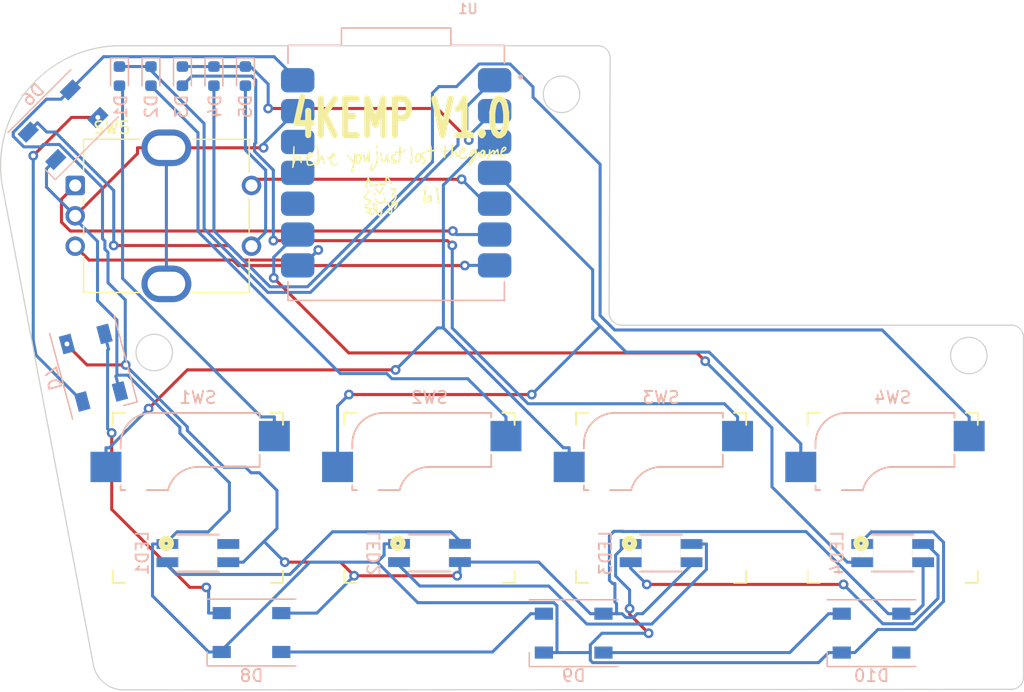
<source format=kicad_pcb>
(kicad_pcb (version 20221018) (generator pcbnew)
  (layers (0 "F.Cu" signal) (31 "B.Cu" signal) (34 "B.Paste" user) (35 "F.Paste" user) (36 "B.SilkS" user "B.Silkscreen") (37 "F.SilkS" user "F.Silkscreen") (38 "B.Mask" user) (39 "F.Mask" user) (44 "Edge.Cuts" user))
  (net 0 "")
  (net 1 "/Row0")
  (net 2 "Net-(D1-A)")
  (net 3 "Net-(D2-A)")
  (net 4 "/Row1")
  (net 5 "Net-(D3-A)")
  (net 6 "Net-(D4-A)")
  (net 7 "Net-(D5-A)")
  (net 8 "/NPDATA")
  (net 9 "GND")
  (net 10 "+5V")
  (net 11 "Net-(D10-DIN)")
  (net 12 "/Column0")
  (net 13 "/Column1")
  (net 14 "/A")
  (net 15 "/B")
  (net 16 "/Column2")
  (net 21 "Net-(LED1-DIN)")
  (net 22 "Net-(LED2-DIN)")
  (net 23 "Net-(LED3-DIN)")
  (net 24 "/NP2DATA")
  (net 25 "Net-(D6-DIN)")
  (net 26 "Net-(D7-DIN)")
  (net 27 "Net-(D8-DIN)")
  (footprint "Rotary_Encoder:RotaryEncoder_Bourns_Vertical_PEC12R-3x17F-Sxxxx" (layer "F.Cu") (at 38.4511 50.6493)
    (fp_text reference "SW5")
    (fp_text value "RotaryEncoder_Switch")
  )
  (footprint "KalihChocV1:Kailh_socket_MX" (layer "F.Cu") (at 67.5911 76.3593)
    (fp_text reference "SW2")
    (fp_text value "SW_Push_SPDT")
  )
  (footprint "KalihChocV1:Kailh_socket_MX" (layer "F.Cu") (at 86.6411 76.3593)
    (fp_text reference "SW3")
    (fp_text value "SW_Push_SPDT")
  )
  (footprint "KalihChocV1:Kailh_socket_MX" (layer "F.Cu") (at 105.6911 76.3593)
    (fp_text reference "SW4")
    (fp_text value "SW_Push_SPDT")
  )
  (footprint "KalihChocV1:Kailh_socket_MX" (layer "F.Cu") (at 48.5411 76.3593)
    (fp_text reference "SW1")
    (fp_text value "SW_Push_SPDT")
  )
  (footprint "Diode_SMD:D_0603_1608Metric" (layer "B.Cu") (at 44.6811 41.6493 -90)
    (fp_text reference "D2")
    (fp_text value "D_Schottky")
  )
  (footprint "4960 reverse neopixel:4960_ADA" (layer "B.Cu") (at 86.64 80.91 180)
    (fp_text reference "LED3")
    (fp_text value "4960")
    (fp_line (start -1.6002 -1.397) (end 1.6002 -1.397) (stroke (width 0.0254)) (layer "Edge.Cuts"))
    (fp_line (start -1.6002 1.397) (end -1.6002 -1.397) (stroke (width 0.0254)) (layer "Edge.Cuts"))
    (fp_line (start -1.6002 1.397) (end 1.6002 1.397) (stroke (width 0.0254)) (layer "Edge.Cuts"))
    (fp_line (start 1.6002 -1.397) (end 1.6002 1.397) (stroke (width 0.0254)) (layer "Edge.Cuts"))
  )
  (footprint "Diode_SMD:D_0603_1608Metric" (layer "B.Cu") (at 47.2711 41.6493 -90)
    (fp_text reference "D3")
    (fp_text value "D_Schottky")
  )
  (footprint "LED_SMD:LED_SK6812_PLCC4_5.0x5.0mm_P3.2mm" (layer "B.Cu") (at 52.9511 87.4493 180)
    (fp_text reference "D8")
    (fp_text value "NeoPixel_THT")
  )
  (footprint "102010428:MODULE_102010428" (layer "B.Cu") (at 64.8511 49.6093 180)
    (fp_text reference "U1")
    (fp_text value "102010428")
  )
  (footprint "LED_SMD:LED_SK6812_PLCC4_5.0x5.0mm_P3.2mm" (layer "B.Cu") (at 79.4511 87.4993 180)
    (fp_text reference "D9")
    (fp_text value "NeoPixel_THT")
  )
  (footprint "Diode_SMD:D_0603_1608Metric" (layer "B.Cu") (at 42.0911 41.6493 -90)
    (fp_text reference "D1")
    (fp_text value "D_Schottky")
  )
  (footprint "Diode_SMD:D_0603_1608Metric" (layer "B.Cu") (at 52.4511 41.6493 -90)
    (fp_text reference "D5")
    (fp_text value "D_Schottky")
  )
  (footprint "LED_SMD:LED_SK6812_PLCC4_5.0x5.0mm_P3.2mm" (layer "B.Cu") (at 103.9511 87.4993 180)
    (fp_text reference "D10")
    (fp_text value "NeoPixel_THT")
  )
  (footprint "4960 reverse neopixel:4960_ADA" (layer "B.Cu") (at 67.59 80.9 180)
    (fp_text reference "LED2")
    (fp_text value "4960")
    (fp_line (start -1.6002 -1.397) (end 1.6002 -1.397) (stroke (width 0.0254)) (layer "Edge.Cuts"))
    (fp_line (start -1.6002 1.397) (end -1.6002 -1.397) (stroke (width 0.0254)) (layer "Edge.Cuts"))
    (fp_line (start -1.6002 1.397) (end 1.6002 1.397) (stroke (width 0.0254)) (layer "Edge.Cuts"))
    (fp_line (start 1.6002 -1.397) (end 1.6002 1.397) (stroke (width 0.0254)) (layer "Edge.Cuts"))
  )
  (footprint "LED_SMD:LED_SK6812_PLCC4_5.0x5.0mm_P3.2mm" (layer "B.Cu") (at 39.9511 65.6493 -75)
    (fp_text reference "D7")
    (fp_text value "NeoPixel_THT")
  )
  (footprint "Diode_SMD:D_0603_1608Metric" (layer "B.Cu") (at 49.8611 41.6493 -90)
    (fp_text reference "D4")
    (fp_text value "D_Schottky")
  )
  (footprint "4960 reverse neopixel:4960_ADA" (layer "B.Cu") (at 105.69 80.91 180)
    (fp_text reference "LED4")
    (fp_text value "4960")
    (fp_line (start -1.6002 -1.397) (end 1.6002 -1.397) (stroke (width 0.0254)) (layer "Edge.Cuts"))
    (fp_line (start -1.6002 1.397) (end -1.6002 -1.397) (stroke (width 0.0254)) (layer "Edge.Cuts"))
    (fp_line (start -1.6002 1.397) (end 1.6002 1.397) (stroke (width 0.0254)) (layer "Edge.Cuts"))
    (fp_line (start 1.6002 -1.397) (end 1.6002 1.397) (stroke (width 0.0254)) (layer "Edge.Cuts"))
  )
  (footprint "4960 reverse neopixel:4960_ADA" (layer "B.Cu") (at 48.54 80.91 180)
    (fp_text reference "LED1")
    (fp_text value "4960")
    (fp_line (start -1.6002 -1.397) (end 1.6002 -1.397) (stroke (width 0.0254)) (layer "Edge.Cuts"))
    (fp_line (start -1.6002 1.397) (end -1.6002 -1.397) (stroke (width 0.0254)) (layer "Edge.Cuts"))
    (fp_line (start -1.6002 1.397) (end 1.6002 1.397) (stroke (width 0.0254)) (layer "Edge.Cuts"))
    (fp_line (start 1.6002 -1.397) (end 1.6002 1.397) (stroke (width 0.0254)) (layer "Edge.Cuts"))
  )
  (footprint "LED_SMD:LED_SK6812_PLCC4_5.0x5.0mm_P3.2mm" (layer "B.Cu") (at 37.4511 45.6493 -135)
    (fp_text reference "D6")
    (fp_text value "NeoPixel_THT")
  )
  (gr_poly (pts (xy 67.213564 47.878314) (xy 67.22123 47.878778) (xy 67.228563 47.879474) (xy 67.235561 47.8804) (xy 67.242218 47.881556) (xy 67.24853 47.88294) (xy 67.254492 47.884551) (xy 67.260101 47.886388) (xy 67.265352 47.88845) (xy 67.270241 47.890737) (xy 67.274764 47.893246) (xy 67.278916 47.895977) (xy 67.282692 47.898929) (xy 67.28609 47.902101) (xy 67.289104 47.905492) (xy 67.291729 47.9091) (xy 67.293963 47.912925) (xy 67.2958 47.916966) (xy 67.297237 47.921221) (xy 67.298268 47.92569) (xy 67.29889 47.930372) (xy 67.299098 47.935265) (xy 67.298781 47.941921) (xy 67.297817 47.948248) (xy 67.296189 47.95426) (xy 67.29512 47.957152) (xy 67.293878 47.95997) (xy 67.292462 47.962717) (xy 67.290868 47.965395) (xy 67.289095 47.968004) (xy 67.287141 47.970547) (xy 67.282678 47.975443) (xy 67.277462 47.980095) (xy 67.271475 47.984518) (xy 67.2647 47.988728) (xy 67.257118 47.992738) (xy 67.248712 47.996563) (xy 67.239465 48.000217) (xy 67.229358 48.003715) (xy 67.218374 48.007071) (xy 67.206494 48.0103) (xy 67.185706 48.015954) (xy 67.166188 48.021924) (xy 67.147939 48.028218) (xy 67.130958 48.034845) (xy 67.115245 48.041814) (xy 67.100798 48.049132) (xy 67.087618 48.056809) (xy 67.075702 48.064852) (xy 67.065049 48.073272) (xy 67.05566 48.082075) (xy 67.047533 48.091272) (xy 67.040667 48.10087) (xy 67.035061 48.110877) (xy 67.030715 48.121303) (xy 67.027627 48.132156) (xy 67.025797 48.143445) (xy 67.025223 48.155178) (xy 67.025905 48.167364) (xy 67.027842 48.180011) (xy 67.031033 48.193127) (xy 67.035477 48.206723) (xy 67.041174 48.220805) (xy 67.048121 48.235382) (xy 67.056319 48.250464) (xy 67.065766 48.266059) (xy 67.076462 48.282174) (xy 67.088406 48.29882) (xy 67.101596 48.316004) (xy 67.131713 48.352021) (xy 67.166807 48.390295) (xy 67.18172 48.406219) (xy 67.196189 48.422222) (xy 67.210141 48.438202) (xy 67.223506 48.454055) (xy 67.236211 48.46968) (xy 67.248184 48.484975) (xy 67.259354 48.499835) (xy 67.269647 48.51416) (xy 67.278992 48.527845) (xy 67.287318 48.54079) (xy 67.294552 48.55289) (xy 67.300622 48.564044) (xy 67.305456 48.57415) (xy 67.308982 48.583103) (xy 67.310233 48.587116) (xy 67.311129 48.590803) (xy 67.311662 48.594151) (xy 67.311824 48.597146) (xy 67.311316 48.605967) (xy 67.309979 48.615443) (xy 67.307853 48.625517) (xy 67.304978 48.636132) (xy 67.301395 48.64723) (xy 67.297145 48.658753) (xy 67.286806 48.682844) (xy 67.274284 48.707945) (xy 67.259904 48.733594) (xy 67.243991 48.75933) (xy 67.22687 48.784693) (xy 67.208865 48.80922) (xy 67.1903 48.832451) (xy 67.1715 48.853925) (xy 67.15279 48.873181) (xy 67.134495 48.889758) (xy 67.125604 48.896897) (xy 67.116938 48.903194) (xy 67.108539 48.90859) (xy 67.100446 48.913028) (xy 67.092699 48.916451) (xy 67.085341 48.9188) (xy 67.076859 48.920582) (xy 67.068312 48.92171) (xy 67.059732 48.922211) (xy 67.051149 48.922114) (xy 67.042595 48.921446) (xy 67.034102 48.920234) (xy 67.025701 48.918507) (xy 67.017423 48.916292) (xy 67.0093 48.913616) (xy 67.001364 48.910508) (xy 66.993646 48.906996) (xy 66.986177 48.903106) (xy 66.97899 48.898866) (xy 66.972114 48.894305) (xy 66.965583 48.88945) (xy 66.959426 48.884328) (xy 66.953677 48.878968) (xy 66.948366 48.873396) (xy 66.943524 48.867642) (xy 66.939184 48.861732) (xy 66.935377 48.855694) (xy 66.932133 48.849556) (xy 66.929485 48.843345) (xy 66.927465 48.83709) (xy 66.926103 48.830817) (xy 66.925431 48.824555) (xy 66.92548 48.818331) (xy 66.926282 48.812174) (xy 66.927869 48.80611) (xy 66.930272 48.800167) (xy 66.933522 48.794374) (xy 66.937651 48.788757) (xy 66.94112 48.785001) (xy 66.945096 48.78146) (xy 66.949534 48.778149) (xy 66.954385 48.775081) (xy 66.959605 48.772269) (xy 66.965147 48.769727) (xy 66.970965 48.767468) (xy 66.977011 48.765507) (xy 66.98324 48.763856) (xy 66.989605 48.76253) (xy 66.99606 48.761541) (xy 67.002559 48.760904) (xy 67.009054 48.760632) (xy 67.0155 48.760738) (xy 67.021851 48.761236) (xy 67.028059 48.76214) (xy 67.036267 48.763364) (xy 67.044069 48.763951) (xy 67.047831 48.763997) (xy 67.051508 48.763872) (xy 67.055104 48.763573) (xy 67.058626 48.763098) (xy 67.062078 48.762441) (xy 67.065466 48.7616) (xy 67.068794 48.760571) (xy 67.072069 48.75935) (xy 67.075295 48.757933) (xy 67.078477 48.756318) (xy 67.081621 48.7545) (xy 67.084733 48.752476) (xy 67.087817 48.750243) (xy 67.090878 48.747795) (xy 67.093923 48.745131) (xy 67.096956 48.742247) (xy 67.103007 48.735801) (xy 67.109074 48.728431) (xy 67.115199 48.720105) (xy 67.121424 48.710797) (xy 67.127791 48.700477) (xy 67.134342 48.689115) (xy 67.143419 48.672777) (xy 67.151129 48.658247) (xy 67.157319 48.645157) (xy 67.159795 48.639039) (xy 67.161833 48.633143) (xy 67.163414 48.627425) (xy 67.164519 48.621839) (xy 67.165128 48.616338) (xy 67.165221 48.610878) (xy 67.164781 48.605412) (xy 67.163786 48.599895) (xy 67.162219 48.594281) (xy 67.16006 48.588524) (xy 67.157289 48.582579) (xy 67.153887 48.576399) (xy 67.149836 48.56994) (xy 67.145115 48.563155) (xy 67.133589 48.548426) (xy 67.119154 48.531845) (xy 67.101657 48.513047) (xy 67.080943 48.491666) (xy 67.02925 48.439693) (xy 67.013116 48.423835) (xy 66.998479 48.410066) (xy 66.985274 48.398382) (xy 66.97919 48.393322) (xy 66.97344 48.388782) (xy 66.968017 48.384762) (xy 66.962913 48.381261) (xy 66.95812 48.378281) (xy 66.95363 48.375819) (xy 66.949436 48.373877) (xy 66.945529 48.372453) (xy 66.941902 48.371547) (xy 66.938547 48.371159) (xy 66.935457 48.371289) (xy 66.932622 48.371936) (xy 66.930036 48.3731) (xy 66.92769 48.374781) (xy 66.925578 48.376978) (xy 66.92369 48.379691) (xy 66.922019 48.38292) (xy 66.920557 48.386665) (xy 66.919297 48.390925) (xy 66.91823 48.395699) (xy 66.917348 48.400989) (xy 66.916645 48.406792) (xy 66.916112 48.413109) (xy 66.91574 48.41994) (xy 66.915453 48.435142) (xy 66.915011 48.443343) (xy 66.913714 48.452267) (xy 66.911601 48.461856) (xy 66.908714 48.472052) (xy 66.90078 48.494034) (xy 66.890239 48.517752) (xy 66.877416 48.542743) (xy 66.862638 48.568547) (xy 66.84623 48.594701) (xy 66.82852 48.620744) (xy 66.809834 48.646213) (xy 66.790498 48.670647) (xy 66.770837 48.693584) (xy 66.75118 48.714563) (xy 66.731851 48.733121) (xy 66.713177 48.748797) (xy 66.704188 48.755409) (xy 66.695485 48.761128) (xy 66.687108 48.765896) (xy 66.6791 48.769654) (xy 66.670035 48.773073) (xy 66.660769 48.775915) (xy 66.651329 48.778192) (xy 66.641737 48.779915) (xy 66.632019 48.781094) (xy 66.622199 48.781741) (xy 66.612302 48.781868) (xy 66.602352 48.781485) (xy 66.592374 48.780603) (xy 66.582392 48.779234) (xy 66.572431 48.777388) (xy 66.562516 48.775077) (xy 66.552671 48.772313) (xy 66.542921 48.769105) (xy 66.53329 48.765466) (xy 66.523803 48.761406) (xy 66.514484 48.756937) (xy 66.505358 48.752069) (xy 66.496449 48.746814) (xy 66.487783 48.741184) (xy 66.479383 48.735188) (xy 66.471274 48.728839) (xy 66.463482 48.722147) (xy 66.456029 48.715124) (xy 66.448941 48.70778) (xy 66.442243 48.700127) (xy 66.435959 48.692177) (xy 66.430113 48.683939) (xy 66.42473 48.675426) (xy 66.419835 48.666648) (xy 66.415452 48.657617) (xy 66.411607 48.648343) (xy 66.405914 48.63176) (xy 66.401047 48.614213) (xy 66.393729 48.576517) (xy 66.389517 48.535846) (xy 66.388281 48.492788) (xy 66.388994 48.47285) (xy 66.521789 48.47285) (xy 66.521873 48.496425) (xy 66.523102 48.519041) (xy 66.52455 48.535168) (xy 66.526138 48.549647) (xy 66.527928 48.562574) (xy 66.528918 48.568485) (xy 66.529983 48.574042) (xy 66.531129 48.579258) (xy 66.532364 48.584145) (xy 66.533697 48.588713) (xy 66.535135 48.592976) (xy 66.536685 48.596944) (xy 66.538357 48.60063) (xy 66.540156 48.604045) (xy 66.542092 48.6072) (xy 66.544172 48.610108) (xy 66.546404 48.612781) (xy 66.548795 48.615229) (xy 66.551354 48.617466) (xy 66.554088 48.619501) (xy 66.557005 48.621348) (xy 66.560113 48.623018) (xy 66.563419 48.624523) (xy 66.566932 48.625874) (xy 66.570659 48.627083) (xy 66.574607 48.628163) (xy 66.578786 48.629123) (xy 66.583202 48.629978) (xy 66.587863 48.630737) (xy 66.597952 48.632018) (xy 66.60641 48.632489) (xy 66.614848 48.632088) (xy 66.623254 48.630835) (xy 66.631617 48.62875) (xy 66.639925 48.62585) (xy 66.648165 48.622155) (xy 66.656325 48.617685) (xy 66.664394 48.612458) (xy 66.680211 48.599812) (xy 66.695518 48.584369) (xy 66.71022 48.566284) (xy 66.724221 48.545708) (xy 66.737426 48.522795) (xy 66.749739 48.497698) (xy 66.761063 48.470571) (xy 66.771304 48.441567) (xy 66.780365 48.410837) (xy 66.78815 48.378537) (xy 66.794565 48.344819) (xy 66.799512 48.309835) (xy 66.802339 48.285442) (xy 66.804694 48.263984) (xy 66.806527 48.245297) (xy 66.80779 48.229216) (xy 66.808192 48.222102) (xy 66.808433 48.215577) (xy 66.808506 48.209622) (xy 66.808406 48.204216) (xy 66.808126 48.199338) (xy 66.807661 48.194967) (xy 66.807003 48.191084) (xy 66.806146 48.187667) (xy 66.805086 48.184696) (xy 66.803814 48.18215) (xy 66.802326 48.18001) (xy 66.800615 48.178253) (xy 66.798674 48.17686) (xy 66.796498 48.175811) (xy 66.794081 48.175083) (xy 66.791416 48.174658) (xy 66.788497 48.174514) (xy 66.785317 48.174631) (xy 66.781872 48.174989) (xy 66.778154 48.175566) (xy 66.774157 48.176342) (xy 66.769876 48.177297) (xy 66.760433 48.17966) (xy 66.752828 48.181449) (xy 66.749209 48.182138) (xy 66.745709 48.182688) (xy 66.742324 48.183096) (xy 66.73905 48.18336) (xy 66.735884 48.183479) (xy 66.732823 48.18345) (xy 66.729862 48.183271) (xy 66.726999 48.18294) (xy 66.72423 48.182455) (xy 66.721552 48.181815) (xy 66.71896 48.181016) (xy 66.716452 48.180058) (xy 66.714025 48.178937) (xy 66.711674 48.177653) (xy 66.709396 48.176202) (xy 66.707189 48.174583) (xy 66.705047 48.172794) (xy 66.702968 48.170832) (xy 66.700949 48.168697) (xy 66.698986 48.166385) (xy 66.697075 48.163895) (xy 66.695213 48.161224) (xy 66.693397 48.158371) (xy 66.691623 48.155333) (xy 66.689887 48.152109) (xy 66.688186 48.148697) (xy 66.684877 48.141298) (xy 66.681667 48.13312) (xy 66.659019 48.071895) (xy 66.617532 48.136718) (xy 66.605957 48.155986) (xy 66.594944 48.176658) (xy 66.584535 48.198566) (xy 66.574771 48.221541) (xy 66.565694 48.245414) (xy 66.557346 48.270017) (xy 66.549768 48.29518) (xy 66.543002 48.320736) (xy 66.537089 48.346515) (xy 66.532072 48.372348) (xy 66.527991 48.398067) (xy 66.52489 48.423502) (xy 66.522808 48.448487) (xy 66.521789 48.47285) (xy 66.388994 48.47285) (xy 66.389885 48.447932) (xy 66.394199 48.401866) (xy 66.401088 48.35518) (xy 66.410419 48.308463) (xy 66.42206 48.262302) (xy 66.435878 48.217287) (xy 66.451739 48.174008) (xy 66.469512 48.133052) (xy 66.489062 48.095008) (xy 66.510256 48.060466) (xy 66.532963 48.030014) (xy 66.544841 48.016506) (xy 66.557048 48.004241) (xy 66.566486 47.995624) (xy 66.575531 47.987913) (xy 66.584275 47.981082) (xy 66.592809 47.975105) (xy 66.601224 47.969958) (xy 66.60961 47.965613) (xy 66.618058 47.962047) (xy 66.62666 47.959232) (xy 66.635506 47.957144) (xy 66.644688 47.955757) (xy 66.654295 47.955045) (xy 66.66442 47.954983) (xy 66.675153 47.955545) (xy 66.686585 47.956705) (xy 66.698806 47.958437) (xy 66.711909 47.960717) (xy 66.721359 47.962709) (xy 66.731011 47.96516) (xy 66.740793 47.968034) (xy 66.750638 47.971297) (xy 66.760473 47.974916) (xy 66.77023 47.978854) (xy 66.779839 47.983078) (xy 66.78923 47.987553) (xy 66.798332 47.992244) (xy 66.807077 47.997117) (xy 66.815394 48.002138) (xy 66.823213 48.007271) (xy 66.830465 48.012482) (xy 66.837079 48.017737) (xy 66.842986 48.023001) (xy 66.848115 48.028239) (xy 66.856029 48.036894) (xy 66.863133 48.044318) (xy 66.869596 48.05046) (xy 66.872641 48.053033) (xy 66.875588 48.055267) (xy 66.878459 48.057153) (xy 66.881276 48.058686) (xy 66.884059 48.059858) (xy 66.88683 48.060664) (xy 66.889609 48.061097) (xy 66.892418 48.061151) (xy 66.895277 48.060818) (xy 66.898208 48.060092) (xy 66.901232 48.058966) (xy 66.90437 48.057435) (xy 66.907643 48.055491) (xy 66.911072 48.053128) (xy 66.914679 48.050339) (xy 66.918483 48.047118) (xy 66.926772 48.039353) (xy 66.936106 48.02978) (xy 66.946656 48.018347) (xy 66.972073 47.989689) (xy 66.980344 47.980557) (xy 66.988975 47.971559) (xy 66.997897 47.962748) (xy 67.007041 47.954176) (xy 67.016335 47.945894) (xy 67.025711 47.937954) (xy 67.035098 47.930409) (xy 67.044427 47.923309) (xy 67.053627 47.916706) (xy 67.062628 47.910654) (xy 67.07136 47.905202) (xy 67.079754 47.900404) (xy 67.08774 47.89631) (xy 67.095247 47.892973) (xy 67.102205 47.890445) (xy 67.108546 47.888777) (xy 67.119582 47.886627) (xy 67.130333 47.88472) (xy 67.140794 47.883054) (xy 67.150963 47.88163) (xy 67.160833 47.880445) (xy 67.170402 47.879499) (xy 67.179664 47.878791) (xy 67.188616 47.878319) (xy 67.197252 47.878083) (xy 67.20557 47.878082)) (fill solid) (layer "F.SilkS"))
  (gr_poly (pts (xy 63.60085 47.939126) (xy 63.60341 47.939348) (xy 63.606015 47.939702) (xy 63.608667 47.940187) (xy 63.611368 47.940803) (xy 63.616924 47.942426) (xy 63.622702 47.944568) (xy 63.628719 47.947227) (xy 63.63499 47.950399) (xy 63.641855 47.954616) (xy 63.648168 47.959718) (xy 63.653967 47.965853) (xy 63.659289 47.973173) (xy 63.664173 47.981826) (xy 63.668655 47.991962) (xy 63.672775 48.003731) (xy 63.676569 48.017282) (xy 63.680075 48.032765) (xy 63.683331 48.05033) (xy 63.686375 48.070126) (xy 63.689245 48.092302) (xy 63.694611 48.144397) (xy 63.699733 48.207812) (xy 63.704081 48.264443) (xy 63.708484 48.316204) (xy 63.712986 48.363277) (xy 63.71763 48.405851) (xy 63.722461 48.444108) (xy 63.727522 48.478236) (xy 63.730152 48.493809) (xy 63.732857 48.508419) (xy 63.735642 48.52209) (xy 63.738511 48.534843) (xy 63.741471 48.546704) (xy 63.744528 48.557694) (xy 63.747686 48.567836) (xy 63.750951 48.577156) (xy 63.754328 48.585674) (xy 63.757824 48.593415) (xy 63.761443 48.600401) (xy 63.765192 48.606656) (xy 63.769075 48.612203) (xy 63.773098 48.617066) (xy 63.777267 48.621266) (xy 63.781586 48.624829) (xy 63.786063 48.627775) (xy 63.790701 48.63013) (xy 63.795508 48.631916) (xy 63.800487 48.633156) (xy 63.803354 48.633606) (xy 63.806208 48.633849) (xy 63.809049 48.633884) (xy 63.811877 48.63371) (xy 63.814694 48.633327) (xy 63.8175 48.632733) (xy 63.820296 48.631929) (xy 63.823083 48.630912) (xy 63.828634 48.628239) (xy 63.834158 48.624708) (xy 63.839662 48.620312) (xy 63.845152 48.615045) (xy 63.850635 48.6089) (xy 63.856117 48.60187) (xy 63.861605 48.593949) (xy 63.867106 48.585129) (xy 63.872625 48.575405) (xy 63.878169 48.564769) (xy 63.883746 48.553215) (xy 63.88936 48.540737) (xy 63.968206 48.360291) (xy 64.008499 48.266715) (xy 64.056392 48.153175) (xy 64.063604 48.136277) (xy 64.070548 48.120812) (xy 64.077253 48.106742) (xy 64.083749 48.094032) (xy 64.086929 48.088176) (xy 64.090069 48.082646) (xy 64.093171 48.077439) (xy 64.096241 48.072548) (xy 64.099282 48.067971) (xy 64.102297 48.063701) (xy 64.105291 48.059736) (xy 64.108267 48.05607) (xy 64.111229 48.052699) (xy 64.114181 48.049618) (xy 64.117127 48.046822) (xy 64.12007 48.044308) (xy 64.123015 48.042071) (xy 64.125965 48.040106) (xy 64.128924 48.038408) (xy 64.131896 48.036974) (xy 64.134885 48.035798) (xy 64.137893 48.034877) (xy 64.140927 48.034205) (xy 64.143988 48.033778) (xy 64.147081 48.033591) (xy 64.15021 48.033641) (xy 64.153378 48.033922) (xy 64.156589 48.03443) (xy 64.163822 48.036276) (xy 64.17032 48.039057) (xy 64.176133 48.043019) (xy 64.181308 48.048406) (xy 64.185892 48.055463) (xy 64.189933 48.064433) (xy 64.193479 48.07556) (xy 64.196578 48.08909) (xy 64.199277 48.105266) (xy 64.201624 48.124333) (xy 64.205453 48.172115) (xy 64.208447 48.234391) (xy 64.210988 48.313116) (xy 64.212184 48.352922) (xy 64.213451 48.388701) (xy 64.214823 48.420634) (xy 64.216333 48.448901) (xy 64.217149 48.461717) (xy 64.218012 48.473684) (xy 64.218926 48.484825) (xy 64.219894 48.495163) (xy 64.220922 48.50472) (xy 64.222012 48.513519) (xy 64.22317 48.521583) (xy 64.224399 48.528933) (xy 64.225703 48.535594) (xy 64.227086 48.541586) (xy 64.228553 48.546934) (xy 64.230107 48.551659) (xy 64.231753 48.555785) (xy 64.233495 48.559333) (xy 64.234403 48.560897) (xy 64.235336 48.562326) (xy 64.236296 48.563622) (xy 64.237282 48.564788) (xy 64.238295 48.565826) (xy 64.239335 48.56674) (xy 64.240404 48.567532) (xy 64.241501 48.568206) (xy 64.242627 48.568763) (xy 64.243782 48.569207) (xy 64.244968 48.56954) (xy 64.246185 48.569767) (xy 64.247432 48.569888) (xy 64.248711 48.569907) (xy 64.250022 48.569828) (xy 64.251366 48.569652) (xy 64.254154 48.569022) (xy 64.257078 48.568042) (xy 64.262499 48.566226) (xy 64.267671 48.565019) (xy 64.272591 48.5644) (xy 64.277253 48.564346) (xy 64.281654 48.564837) (xy 64.285788 48.565851) (xy 64.289651 48.567365) (xy 64.293239 48.569359) (xy 64.296547 48.571809) (xy 64.299571 48.574696) (xy 64.302306 48.577996) (xy 64.304748 48.581689) (xy 64.306893 48.585752) (xy 64.308735 48.590164) (xy 64.310271 48.594903) (xy 64.311496 48.599947) (xy 64.312405 48.605275) (xy 64.312995 48.610865) (xy 64.31326 48.616695) (xy 64.313196 48.622744) (xy 64.312799 48.628989) (xy 64.312063 48.635409) (xy 64.309562 48.648688) (xy 64.305656 48.662407) (xy 64.303165 48.669376) (xy 64.300309 48.676391) (xy 64.297084 48.683428) (xy 64.293485 48.690467) (xy 64.289509 48.697485) (xy 64.28515 48.704461) (xy 64.280951 48.710546) (xy 64.276513 48.716366) (xy 64.271853 48.721916) (xy 64.266991 48.727192) (xy 64.261946 48.732189) (xy 64.256736 48.736902) (xy 64.251379 48.741326) (xy 64.245894 48.745457) (xy 64.240301 48.749291) (xy 64.234617 48.752822) (xy 64.228862 48.756047) (xy 64.223054 48.758959) (xy 64.217211 48.761555) (xy 64.211353 48.76383) (xy 64.205497 48.76578) (xy 64.199664 48.767399) (xy 64.19387 48.768683) (xy 64.188136 48.769627) (xy 64.182479 48.770227) (xy 64.176918 48.770478) (xy 64.171473 48.770376) (xy 64.166161 48.769915) (xy 64.161001 48.769091) (xy 64.156012 48.767899) (xy 64.151213 48.766335) (xy 64.146622 48.764394) (xy 64.142258 48.762072) (xy 64.13814 48.759363) (xy 64.134286 48.756263) (xy 64.130715 48.752768) (xy 64.127445 48.748872) (xy 64.124496 48.744572) (xy 64.122784 48.741227) (xy 64.120954 48.736576) (xy 64.117008 48.723691) (xy 64.112788 48.706587) (xy 64.108429 48.685934) (xy 64.104061 48.6624) (xy 64.09982 48.636657) (xy 64.095836 48.609373) (xy 64.092242 48.581218) (xy 64.075944 48.443688) (xy 64.018344 48.573969) (xy 64.005142 48.603001) (xy 63.992389 48.629267) (xy 63.979962 48.652873) (xy 63.967734 48.673924) (xy 63.961656 48.683524) (xy 63.955581 48.692525) (xy 63.949494 48.70094) (xy 63.943378 48.708782) (xy 63.937219 48.716064) (xy 63.931 48.722799) (xy 63.924707 48.729001) (xy 63.918322 48.734683) (xy 63.911831 48.739858) (xy 63.905219 48.744539) (xy 63.898469 48.748739) (xy 63.891566 48.752471) (xy 63.884494 48.755749) (xy 63.877237 48.758586) (xy 63.869781 48.760994) (xy 63.862109 48.762988) (xy 63.854205 48.76458) (xy 63.846055 48.765783) (xy 63.837642 48.766611) (xy 63.828951 48.767077) (xy 63.819967 48.767193) (xy 63.810673 48.766974) (xy 63.791094 48.76558) (xy 63.765995 48.762074) (xy 63.743037 48.756582) (xy 63.722099 48.748861) (xy 63.703063 48.738668) (xy 63.685808 48.725761) (xy 63.670215 48.709896) (xy 63.656165 48.690829) (xy 63.643539 48.668319) (xy 63.632216 48.642121) (xy 63.622078 48.611993) (xy 63.613005 48.577692) (xy 63.604876 48.538974) (xy 63.597574 48.495597) (xy 63.590978 48.447317) (xy 63.584969 48.393891) (xy 63.579427 48.335076) (xy 63.57414 48.277317) (xy 63.568608 48.22246) (xy 63.562994 48.171776) (xy 63.557463 48.126535) (xy 63.55218 48.088007) (xy 63.547307 48.057463) (xy 63.545075 48.045582) (xy 63.543008 48.036174) (xy 63.541126 48.029396) (xy 63.539449 48.025408) (xy 63.538711 48.024096) (xy 63.538064 48.022702) (xy 63.537507 48.021231) (xy 63.537038 48.019686) (xy 63.536657 48.018072) (xy 63.536363 48.016392) (xy 63.536031 48.012851) (xy 63.536034 48.009096) (xy 63.536362 48.005159) (xy 63.537008 48.001072) (xy 63.537964 47.996866) (xy 63.539221 47.992574) (xy 63.54077 47.988228) (xy 63.542604 47.98386) (xy 63.544714 47.979502) (xy 63.547091 47.975186) (xy 63.549728 47.970943) (xy 63.552616 47.966806) (xy 63.555747 47.962808) (xy 63.559977 47.957989) (xy 63.564223 47.953723) (xy 63.568504 47.950005) (xy 63.570662 47.948352) (xy 63.572835 47.946834) (xy 63.575026 47.945453) (xy 63.577235 47.944206) (xy 63.579466 47.943096) (xy 63.58172 47.94212) (xy 63.583999 47.941278) (xy 63.586307 47.940571) (xy 63.588644 47.939997) (xy 63.591013 47.939557) (xy 63.593416 47.939251) (xy 63.595855 47.939077) (xy 63.598332 47.939035)) (fill solid) (layer "F.SilkS"))
  (gr_poly (pts (xy 73.775023 47.447344) (xy 73.787967 47.44884) (xy 73.800635 47.451275) (xy 73.812981 47.454632) (xy 73.824955 47.458898) (xy 73.836509 47.464057) (xy 73.847594 47.470093) (xy 73.858161 47.476992) (xy 73.868162 47.484738) (xy 73.877548 47.493315) (xy 73.886271 47.50271) (xy 73.894282 47.512906) (xy 73.901533 47.523888) (xy 73.907974 47.53564) (xy 73.913558 47.548149) (xy 73.918236 47.561398) (xy 73.921958 47.575373) (xy 73.924677 47.590057) (xy 73.926345 47.605436) (xy 73.926911 47.621495) (xy 73.926633 47.634063) (xy 73.925757 47.645988) (xy 73.924218 47.657378) (xy 73.92195 47.668336) (xy 73.918891 47.678968) (xy 73.914974 47.689378) (xy 73.910136 47.699672) (xy 73.904312 47.709955) (xy 73.897437 47.720332) (xy 73.889447 47.730908) (xy 73.880276 47.741788) (xy 73.869861 47.753078) (xy 73.858137 47.764881) (xy 73.845039 47.777304) (xy 73.830502 47.790451) (xy 73.814463 47.804428) (xy 73.802647 47.814332) (xy 73.790449 47.824102) (xy 73.777963 47.833682) (xy 73.765282 47.843015) (xy 73.7525 47.852044) (xy 73.739711 47.860712) (xy 73.727007 47.868964) (xy 73.714484 47.876742) (xy 73.702234 47.883989) (xy 73.690351 47.890649) (xy 73.678929 47.896666) (xy 73.668061 47.901981) (xy 73.657841 47.906539) (xy 73.648363 47.910284) (xy 73.63972 47.913157) (xy 73.632006 47.915103) (xy 73.624882 47.916824) (xy 73.617996 47.919051) (xy 73.611351 47.921769) (xy 73.604953 47.924966) (xy 73.598807 47.928626) (xy 73.592918 47.932737) (xy 73.587292 47.937284) (xy 73.581932 47.942253) (xy 73.576845 47.94763) (xy 73.572034 47.953402) (xy 73.567506 47.959554) (xy 73.563265 47.966073) (xy 73.555665 47.980155) (xy 73.549274 47.995537) (xy 73.544132 48.012106) (xy 73.54028 48.029753) (xy 73.537757 48.048364) (xy 73.536604 48.067831) (xy 73.53686 48.08804) (xy 73.538567 48.10888) (xy 73.541765 48.130241) (xy 73.546493 48.152011) (xy 73.548658 48.159682) (xy 73.551148 48.166727) (xy 73.553961 48.173146) (xy 73.557092 48.178941) (xy 73.560539 48.184111) (xy 73.564299 48.188659) (xy 73.56837 48.192585) (xy 73.572747 48.195889) (xy 73.577428 48.198573) (xy 73.58241 48.200637) (xy 73.58769 48.202083) (xy 73.593264 48.20291) (xy 73.599131 48.203121) (xy 73.605287 48.202715) (xy 73.611728 48.201695) (xy 73.618452 48.200059) (xy 73.625456 48.197811) (xy 73.632737 48.194949) (xy 73.640292 48.191475) (xy 73.648118 48.187391) (xy 73.664569 48.177392) (xy 73.682067 48.164959) (xy 73.700588 48.150099) (xy 73.720108 48.132819) (xy 73.740602 48.113125) (xy 73.762048 48.091025) (xy 73.771032 48.081711) (xy 73.780096 48.072769) (xy 73.789178 48.06424) (xy 73.798217 48.056166) (xy 73.807152 48.048588) (xy 73.815922 48.041548) (xy 73.824466 48.035087) (xy 73.832722 48.029248) (xy 73.84063 48.024071) (xy 73.848129 48.019598) (xy 73.855158 48.015871) (xy 73.861655 48.012931) (xy 73.864686 48.011769) (xy 73.86756 48.01082) (xy 73.870272 48.010088) (xy 73.872812 48.00958) (xy 73.875173 48.009299) (xy 73.877349 48.009251) (xy 73.87933 48.009442) (xy 73.88111 48.009877) (xy 73.887084 48.012111) (xy 73.892553 48.014669) (xy 73.897519 48.017543) (xy 73.901983 48.020729) (xy 73.905948 48.02422) (xy 73.909414 48.028011) (xy 73.912384 48.032096) (xy 73.914858 48.036469) (xy 73.916838 48.041124) (xy 73.918325 48.046055) (xy 73.919322 48.051258) (xy 73.919829 48.056725) (xy 73.919848 48.062451) (xy 73.91938 48.06843) (xy 73.918428 48.074657) (xy 73.916992 48.081126) (xy 73.915073 48.08783) (xy 73.912675 48.094765) (xy 73.906441 48.109301) (xy 73.898304 48.124688) (xy 73.888274 48.140879) (xy 73.876363 48.157828) (xy 73.862583 48.175489) (xy 73.846947 48.193815) (xy 73.829465 48.212759) (xy 73.805729 48.236346) (xy 73.781945 48.257566) (xy 73.770052 48.267284) (xy 73.75817 48.276405) (xy 73.746303 48.284928) (xy 73.734461 48.29285) (xy 73.722649 48.30017) (xy 73.710875 48.306887) (xy 73.699146 48.312998) (xy 73.687469 48.318502) (xy 73.675851 48.323397) (xy 73.6643 48.327682) (xy 73.652823 48.331354) (xy 73.641425 48.334412) (xy 73.630116 48.336854) (xy 73.618902 48.338678) (xy 73.607789 48.339883) (xy 73.596786 48.340467) (xy 73.585899 48.340428) (xy 73.575135 48.339765) (xy 73.564502 48.338476) (xy 73.554006 48.336558) (xy 73.543655 48.334011) (xy 73.533456 48.330833) (xy 73.523416 48.327021) (xy 73.513542 48.322575) (xy 73.503841 48.317491) (xy 73.494321 48.31177) (xy 73.484988 48.305408) (xy 73.475849 48.298405) (xy 73.465493 48.289761) (xy 73.4563 48.281425) (xy 73.448206 48.273149) (xy 73.441148 48.264688) (xy 73.435063 48.255795) (xy 73.429885 48.246223) (xy 73.425553 48.235724) (xy 73.422003 48.224054) (xy 73.41917 48.210964) (xy 73.416991 48.196208) (xy 73.415403 48.17954) (xy 73.414341 48.160713) (xy 73.413743 48.13948) (xy 73.413545 48.115594) (xy 73.414094 48.058878) (xy 73.415563 48.019469) (xy 73.418623 47.980246) (xy 73.423229 47.941331) (xy 73.429338 47.90285) (xy 73.436905 47.864928) (xy 73.445887 47.827688) (xy 73.452603 47.804058) (xy 73.601842 47.804058) (xy 73.691616 47.734896) (xy 73.700805 47.727631) (xy 73.709823 47.720132) (xy 73.71862 47.712456) (xy 73.727146 47.704661) (xy 73.735349 47.696805) (xy 73.743181 47.688945) (xy 73.750589 47.681139) (xy 73.757525 47.673443) (xy 73.763937 47.665915) (xy 73.769776 47.658614) (xy 73.77499 47.651595) (xy 73.77953 47.644918) (xy 73.783345 47.638638) (xy 73.786384 47.632815) (xy 73.788598 47.627505) (xy 73.78938 47.62506) (xy 73.789936 47.622765) (xy 73.790326 47.620561) (xy 73.790613 47.618384) (xy 73.790801 47.616239) (xy 73.79089 47.614126) (xy 73.790882 47.612051) (xy 73.790779 47.610014) (xy 73.790584 47.608019) (xy 73.790298 47.606068) (xy 73.789922 47.604165) (xy 73.78946 47.602312) (xy 73.788912 47.600511) (xy 73.78828 47.598767) (xy 73.787567 47.59708) (xy 73.786773 47.595454) (xy 73.785902 47.593893) (xy 73.784955 47.592398) (xy 73.783933 47.590972) (xy 73.782839 47.589618) (xy 73.781675 47.588339) (xy 73.780442 47.587137) (xy 73.779142 47.586016) (xy 73.777777 47.584978) (xy 73.776349 47.584026) (xy 73.77486 47.583162) (xy 73.773311 47.582389) (xy 73.771705 47.581711) (xy 73.770043 47.58113) (xy 73.768327 47.580648) (xy 73.76656 47.580268) (xy 73.764742 47.579993) (xy 73.762876 47.579826) (xy 73.760964 47.57977) (xy 73.756404 47.579986) (xy 73.751755 47.580624) (xy 73.747027 47.581674) (xy 73.742231 47.583123) (xy 73.737377 47.58496) (xy 73.732475 47.587172) (xy 73.722568 47.592679) (xy 73.712593 47.599549) (xy 73.702633 47.607688) (xy 73.69277 47.617003) (xy 73.683087 47.627399) (xy 73.673666 47.638782) (xy 73.664589 47.651059) (xy 73.655939 47.664136) (xy 73.647799 47.677919) (xy 73.64025 47.692313) (xy 73.633375 47.707226) (xy 73.627257 47.722562) (xy 73.621978 47.738229) (xy 73.601842 47.804058) (xy 73.452603 47.804058) (xy 73.456241 47.791255) (xy 73.467921 47.755755) (xy 73.480884 47.72131) (xy 73.495088 47.688047) (xy 73.510486 47.656089) (xy 73.527037 47.625561) (xy 73.544695 47.596587) (xy 73.563418 47.569293) (xy 73.583161 47.543802) (xy 73.603881 47.520239) (xy 73.615972 47.508147) (xy 73.62842 47.497192) (xy 73.641177 47.487358) (xy 73.654194 47.47863) (xy 73.667422 47.470994) (xy 73.680812 47.464432) (xy 73.694317 47.458932) (xy 73.707888 47.454476) (xy 73.721475 47.451051) (xy 73.735031 47.44864) (xy 73.748507 47.447229) (xy 73.761854 47.446802)) (fill solid) (layer "F.SilkS"))
  (gr_poly (pts (xy 71.372641 47.633613) (xy 71.391589 47.634957) (xy 71.408848 47.637476) (xy 71.416727 47.639185) (xy 71.424042 47.641198) (xy 71.430747 47.643518) (xy 71.436796 47.646147) (xy 71.44214 47.649091) (xy 71.446733 47.652351) (xy 71.450529 47.65593) (xy 71.45348 47.659833) (xy 71.455268 47.663354) (xy 71.457159 47.66826) (xy 71.461184 47.681877) (xy 71.465425 47.699974) (xy 71.469751 47.721842) (xy 71.474033 47.746772) (xy 71.47814 47.774055) (xy 71.481943 47.802982) (xy 71.48531 47.832844) (xy 71.500364 47.978709) (xy 71.557778 47.924761) (xy 71.563772 47.919293) (xy 71.569794 47.914119) (xy 71.575833 47.909238) (xy 71.581882 47.904652) (xy 71.587932 47.900363) (xy 71.593974 47.896372) (xy 71.6 47.89268) (xy 71.606001 47.889288) (xy 71.611968 47.886198) (xy 71.617893 47.88341) (xy 71.623767 47.880927) (xy 71.629582 47.878748) (xy 71.635329 47.876877) (xy 71.640998 47.875313) (xy 71.646583 47.874058) (xy 71.652073 47.873114) (xy 71.65746 47.872481) (xy 71.662737 47.872161) (xy 71.667893 47.872155) (xy 71.67292 47.872465) (xy 71.677811 47.873091) (xy 71.682555 47.874035) (xy 71.687145 47.875299) (xy 71.691571 47.876883) (xy 71.695826 47.878788) (xy 71.699901 47.881016) (xy 71.703786 47.883569) (xy 71.707474 47.886447) (xy 71.710955 47.889652) (xy 71.714221 47.893185) (xy 71.717263 47.897047) (xy 71.720074 47.901239) (xy 71.721209 47.902886) (xy 71.722422 47.904285) (xy 71.72371 47.905439) (xy 71.725072 47.906348) (xy 71.726506 47.907014) (xy 71.72801 47.907439) (xy 71.729584 47.907624) (xy 71.731225 47.907571) (xy 71.732931 47.907282) (xy 71.734701 47.906757) (xy 71.736534 47.905998) (xy 71.738427 47.905008) (xy 71.74239 47.902336) (xy 71.746575 47.898755) (xy 71.75097 47.894276) (xy 71.755563 47.888912) (xy 71.760338 47.882675) (xy 71.765285 47.875577) (xy 71.770388 47.867631) (xy 71.775636 47.858848) (xy 71.781015 47.849242) (xy 71.786512 47.838824) (xy 71.792086 47.828517) (xy 71.798085 47.818477) (xy 71.804484 47.808717) (xy 71.811254 47.799249) (xy 71.818371 47.790089) (xy 71.825807 47.781248) (xy 71.833536 47.772741) (xy 71.841533 47.764581) (xy 71.84977 47.756781) (xy 71.85822 47.749354) (xy 71.866859 47.742315) (xy 71.875659 47.735676) (xy 71.884593 47.72945) (xy 71.893637 47.723652) (xy 71.902762 47.718295) (xy 71.911943 47.713392) (xy 71.921153 47.708955) (xy 71.930366 47.705) (xy 71.939556 47.701539) (xy 71.948696 47.698586) (xy 71.957759 47.696154) (xy 71.96672 47.694256) (xy 71.975552 47.692905) (xy 71.984228 47.692117) (xy 71.992723 47.691902) (xy 72.001009 47.692276) (xy 72.009061 47.693251) (xy 72.016851 47.694841) (xy 72.024354 47.697059) (xy 72.031544 47.699919) (xy 72.038393 47.703434) (xy 72.044875 47.707617) (xy 72.054768 47.714376) (xy 72.066346 47.721698) (xy 72.079186 47.72935) (xy 72.092868 47.737098) (xy 72.106971 47.74471) (xy 72.121073 47.751953) (xy 72.134752 47.758593) (xy 72.147588 47.764397) (xy 72.15706 47.768736) (xy 72.165483 47.773241) (xy 72.172918 47.778122) (xy 72.179426 47.783585) (xy 72.185066 47.789842) (xy 72.189899 47.7971) (xy 72.193985 47.805568) (xy 72.197385 47.815454) (xy 72.200159 47.826969) (xy 72.202368 47.840321) (xy 72.204071 47.855717) (xy 72.205329 47.873368) (xy 72.206203 47.893483) (xy 72.206752 47.916269) (xy 72.207119 47.970692) (xy 72.207275 47.989244) (xy 72.207731 48.00758) (xy 72.208473 48.025594) (xy 72.209485 48.043176) (xy 72.210752 48.060219) (xy 72.212258 48.076615) (xy 72.213988 48.092257) (xy 72.215926 48.107035) (xy 72.218058 48.120843) (xy 72.220367 48.133572) (xy 72.222839 48.145114) (xy 72.225458 48.155362) (xy 72.228209 48.164207) (xy 72.231076 48.171542) (xy 72.234043 48.177258) (xy 72.23556 48.179475) (xy 72.237096 48.181248) (xy 72.241619 48.186095) (xy 72.24558 48.191014) (xy 72.248991 48.195985) (xy 72.251864 48.200995) (xy 72.25421 48.206024) (xy 72.256041 48.211058) (xy 72.257369 48.21608) (xy 72.258205 48.221073) (xy 72.258561 48.226021) (xy 72.258448 48.230907) (xy 72.257879 48.235714) (xy 72.256864 48.240426) (xy 72.255416 48.245027) (xy 72.253546 48.2495) (xy 72.251265 48.253829) (xy 72.248586 48.257997) (xy 72.245519 48.261987) (xy 72.242077 48.265783) (xy 72.238271 48.269368) (xy 72.234113 48.272727) (xy 72.229615 48.275842) (xy 72.224787 48.278696) (xy 72.219642 48.281274) (xy 72.214191 48.283559) (xy 72.208447 48.285535) (xy 72.202419 48.287184) (xy 72.196121 48.28849) (xy 72.189564 48.289437) (xy 72.182759 48.290009) (xy 72.175718 48.290188) (xy 72.168453 48.289958) (xy 72.160975 48.289303) (xy 72.15001 48.287869) (xy 72.140123 48.286164) (xy 72.13125 48.284113) (xy 72.123328 48.281641) (xy 72.119705 48.280223) (xy 72.116295 48.278671) (xy 72.113091 48.276976) (xy 72.110086 48.275129) (xy 72.107272 48.273119) (xy 72.10464 48.270938) (xy 72.102183 48.268576) (xy 72.099892 48.266023) (xy 72.097761 48.263271) (xy 72.095781 48.260309) (xy 72.093944 48.257128) (xy 72.092242 48.253719) (xy 72.090668 48.250073) (xy 72.089213 48.246179) (xy 72.086631 48.237612) (xy 72.084433 48.227943) (xy 72.082555 48.217096) (xy 72.080935 48.204995) (xy 72.07951 48.191566) (xy 72.070965 48.102216) (xy 71.986906 48.230354) (xy 71.977959 48.24362) (xy 71.968505 48.256926) (xy 71.958626 48.270187) (xy 71.948403 48.283317) (xy 71.937917 48.296228) (xy 71.92725 48.308834) (xy 71.916482 48.321048) (xy 71.905696 48.332784) (xy 71.894971 48.343956) (xy 71.884391 48.354477) (xy 71.874035 48.364259) (xy 71.863985 48.373218) (xy 71.854323 48.381266) (xy 71.845129 48.388316) (xy 71.836486 48.394283) (xy 71.828474 48.399079) (xy 71.815998 48.405814) (xy 71.804859 48.411594) (xy 71.794904 48.416393) (xy 71.790321 48.418416) (xy 71.785976 48.420183) (xy 71.78185 48.421692) (xy 71.777923 48.422938) (xy 71.774176 48.423919) (xy 71.770589 48.42463) (xy 71.767143 48.42507) (xy 71.763819 48.425234) (xy 71.760598 48.425118) (xy 71.757459 48.42472) (xy 71.754385 48.424037) (xy 71.751355 48.423064) (xy 71.748351 48.421799) (xy 71.745352 48.420238) (xy 71.74234 48.418377) (xy 71.739295 48.416214) (xy 71.736199 48.413745) (xy 71.733031 48.410967) (xy 71.729772 48.407875) (xy 71.726403 48.404468) (xy 71.719258 48.396692) (xy 71.711441 48.387611) (xy 71.702798 48.377198) (xy 71.69187 48.362774) (xy 71.682316 48.347764) (xy 71.674133 48.332156) (xy 71.667322 48.315942) (xy 71.661882 48.299111) (xy 71.657813 48.281652) (xy 71.655115 48.263557) (xy 71.653874 48.246053) (xy 71.782993 48.246053) (xy 71.78325 48.252311) (xy 71.784242 48.257087) (xy 71.785965 48.260378) (xy 71.788412 48.262184) (xy 71.79158 48.262501) (xy 71.795463 48.261328) (xy 71.800056 48.258664) (xy 71.805355 48.254506) (xy 71.811354 48.248853) (xy 71.818048 48.241702) (xy 71.833502 48.222901) (xy 71.851678 48.198088) (xy 71.872536 48.167248) (xy 71.896035 48.130366) (xy 71.922137 48.087426) (xy 71.935763 48.064347) (xy 71.947867 48.043361) (xy 71.958494 48.024323) (xy 71.967686 48.007089) (xy 71.975487 47.991514) (xy 71.97888 47.984302) (xy 71.981941 47.977451) (xy 71.984676 47.970942) (xy 71.987091 47.964757) (xy 71.98919 47.958878) (xy 71.99098 47.953286) (xy 71.992466 47.947964) (xy 71.993654 47.942893) (xy 71.994548 47.938055) (xy 71.995154 47.933433) (xy 71.995477 47.929007) (xy 71.995524 47.924761) (xy 71.995299 47.920675) (xy 71.994809 47.916732) (xy 71.994057 47.912913) (xy 71.993051 47.9092) (xy 71.991795 47.905576) (xy 71.990294 47.902022) (xy 71.988555 47.898519) (xy 71.986582 47.895051) (xy 71.984382 47.891598) (xy 71.981959 47.888142) (xy 71.974223 47.878417) (xy 71.966742 47.870901) (xy 71.963069 47.868003) (xy 71.959426 47.865698) (xy 71.955803 47.863996) (xy 71.952189 47.862912) (xy 71.948571 47.862458) (xy 71.944939 47.862648) (xy 71.941283 47.863495) (xy 71.93759 47.865011) (xy 71.93385 47.86721) (xy 71.930051 47.870104) (xy 71.922235 47.878032) (xy 71.914053 47.888899) (xy 71.905415 47.902809) (xy 71.896233 47.919866) (xy 71.886418 47.940176) (xy 71.875882 47.963842) (xy 71.864536 47.990969) (xy 71.839057 48.05602) (xy 71.821947 48.102359) (xy 71.807997 48.142851) (xy 71.797166 48.177482) (xy 71.789415 48.206236) (xy 71.784704 48.229098) (xy 71.783476 48.238315) (xy 71.782993 48.246053) (xy 71.653874 48.246053) (xy 71.653786 48.244814) (xy 71.653827 48.225414) (xy 71.655237 48.205346) (xy 71.658016 48.184601) (xy 71.662163 48.163168) (xy 71.667678 48.141038) (xy 71.67456 48.1182) (xy 71.682809 48.094644) (xy 71.692425 48.070361) (xy 71.733356 47.972386) (xy 71.619665 48.050808) (xy 71.570026 48.086028) (xy 71.548454 48.102348) (xy 71.528672 48.118258) (xy 71.510397 48.134096) (xy 71.49335 48.150198) (xy 71.477248 48.166902) (xy 71.461811 48.184545) (xy 71.446756 48.203465) (xy 71.431803 48.223998) (xy 71.416671 48.246483) (xy 71.401077 48.271256) (xy 71.384741 48.298655) (xy 71.367381 48.329017) (xy 71.328464 48.399979) (xy 71.255084 48.535211) (xy 71.223299 48.592857) (xy 71.194366 48.644492) (xy 71.167974 48.690596) (xy 71.143809 48.731645) (xy 71.121558 48.768119) (xy 71.100909 48.800495) (xy 71.081548 48.829251) (xy 71.063163 48.854865) (xy 71.045441 48.877815) (xy 71.028069 48.898579) (xy 71.010734 48.917635) (xy 70.993123 48.935461) (xy 70.974924 48.952535) (xy 70.955823 48.969335) (xy 70.944183 48.97905) (xy 70.932624 48.988205) (xy 70.921163 48.996798) (xy 70.909815 49.004828) (xy 70.898598 49.012294) (xy 70.887527 49.019194) (xy 70.876619 49.025525) (xy 70.86589 49.031287) (xy 70.855356 49.036478) (xy 70.845035 49.041096) (xy 70.834941 49.04514) (xy 70.825091 49.048607) (xy 70.815502 49.051497) (xy 70.80619 49.053808) (xy 70.797172 49.055537) (xy 70.788463 49.056684) (xy 70.780079 49.057247) (xy 70.772038 49.057224) (xy 70.764356 49.056613) (xy 70.757048 49.055414) (xy 70.750131 49.053623) (xy 70.743622 49.05124) (xy 70.737536 49.048263) (xy 70.731891 49.044691) (xy 70.726701 49.040521) (xy 70.721985 49.035752) (xy 70.717757 49.030383) (xy 70.714035 49.024411) (xy 70.710834 49.017836) (xy 70.708171 49.010655) (xy 70.706062 49.002867) (xy 70.704523 48.994471) (xy 70.703566 48.981548) (xy 70.704156 48.967202) (xy 70.709808 48.934504) (xy 70.721129 48.896905) (xy 70.737773 48.854935) (xy 70.743609 48.842567) (xy 70.893221 48.842567) (xy 70.893411 48.843362) (xy 70.893871 48.843761) (xy 70.894607 48.843764) (xy 70.895624 48.843369) (xy 70.896929 48.842574) (xy 70.900427 48.839781) (xy 70.905146 48.835374) (xy 70.911137 48.829343) (xy 70.92712 48.812363) (xy 70.94876 48.788757) (xy 70.95566 48.781066) (xy 70.962367 48.773337) (xy 70.968845 48.76562) (xy 70.97506 48.757966) (xy 70.980978 48.750426) (xy 70.986563 48.743051) (xy 70.991781 48.735891) (xy 70.996597 48.728998) (xy 71.000977 48.722422) (xy 71.004885 48.716214) (xy 71.008288 48.710424) (xy 71.011149 48.705105) (xy 71.013436 48.700305) (xy 71.015112 48.696077) (xy 71.016143 48.692472) (xy 71.016405 48.690918) (xy 71.016494 48.689538) (xy 71.016345 48.684635) (xy 71.015903 48.680359) (xy 71.015177 48.676703) (xy 71.014178 48.673656) (xy 71.012914 48.671208) (xy 71.011394 48.669351) (xy 71.009629 48.668075) (xy 71.007626 48.667369) (xy 71.005395 48.667225) (xy 71.002946 48.667633) (xy 71.000288 48.668584) (xy 70.99743 48.670067) (xy 70.991152 48.674593) (xy 70.984185 48.681135) (xy 70.976604 48.689616) (xy 70.968482 48.69996) (xy 70.959895 48.712091) (xy 70.950917 48.725931) (xy 70.94162 48.741404) (xy 70.93208 48.758433) (xy 70.922371 48.776942) (xy 70.912566 48.796854) (xy 70.902657 48.817836) (xy 70.898938 48.826041) (xy 70.896105 48.832706) (xy 70.894208 48.837822) (xy 70.893625 48.839795) (xy 70.893294 48.841377) (xy 70.893221 48.842567) (xy 70.743609 48.842567) (xy 70.75939 48.809121) (xy 70.785632 48.759994) (xy 70.816152 48.708081) (xy 70.8506 48.653912) (xy 70.888629 48.598016) (xy 70.92989 48.54092) (xy 70.974036 48.483155) (xy 71.020717 48.425248) (xy 71.069585 48.367729) (xy 71.120293 48.311126) (xy 71.172491 48.255968) (xy 71.225832 48.202785) (xy 71.238989 48.189799) (xy 71.251275 48.177124) (xy 71.262692 48.164757) (xy 71.273241 48.152696) (xy 71.282924 48.140937) (xy 71.291743 48.129477) (xy 71.299699 48.118316) (xy 71.306794 48.107449) (xy 71.31303 48.096874) (xy 71.318407 48.086588) (xy 71.322929 48.076589) (xy 71.326596 48.066875) (xy 71.32941 48.057442) (xy 71.331373 48.048288) (xy 71.332486 48.03941) (xy 71.332724 48.035074) (xy 71.332751 48.030806) (xy 71.332163 48.009096) (xy 71.331619 48.000673) (xy 71.330773 47.993918) (xy 71.330204 47.991177) (xy 71.329522 47.988866) (xy 71.328713 47.98699) (xy 71.327765 47.985552) (xy 71.326665 47.984556) (xy 71.3254 47.984008) (xy 71.323958 47.983912) (xy 71.322326 47.984272) (xy 71.320491 47.985092) (xy 71.318441 47.986376) (xy 71.316162 47.98813) (xy 71.313643 47.990357) (xy 71.30783 47.996248) (xy 71.300901 48.004083) (xy 71.292755 48.013899) (xy 71.283289 48.025729) (xy 71.259991 48.055571) (xy 71.240114 48.080622) (xy 71.22007 48.104799) (xy 71.199975 48.127999) (xy 71.179948 48.150121) (xy 71.160104 48.17106) (xy 71.140561 48.190716) (xy 71.121435 48.208986) (xy 71.102844 48.225767) (xy 71.084905 48.240957) (xy 71.067733 48.254454) (xy 71.051448 48.266156) (xy 71.036164 48.275959) (xy 71.022 48.283762) (xy 71.015374 48.286881) (xy 71.009071 48.289462) (xy 71.003107 48.291492) (xy 70.997496 48.292957) (xy 70.992252 48.293846) (xy 70.987391 48.294145) (xy 70.968939 48.292878) (xy 70.95244 48.289163) (xy 70.937856 48.283129) (xy 70.925148 48.274905) (xy 70.914276 48.264619) (xy 70.905202 48.252402) (xy 70.897887 48.238382) (xy 70.892293 48.222687) (xy 70.888379 48.205447) (xy 70.886108 48.186792) (xy 70.88544 48.166849) (xy 70.886336 48.145748) (xy 70.888758 48.123618) (xy 70.892666 48.100587) (xy 70.897701 48.08055) (xy 71.042778 48.08055) (xy 71.043016 48.088447) (xy 71.043875 48.094249) (xy 71.044633 48.096269) (xy 71.04566 48.097653) (xy 71.046994 48.098362) (xy 71.048673 48.098358) (xy 71.050736 48.097604) (xy 71.053219 48.096063) (xy 71.059601 48.090466) (xy 71.068124 48.081265) (xy 71.07909 48.068161) (xy 71.109568 48.029032) (xy 71.213212 47.890656) (xy 71.220626 47.880551) (xy 71.227562 47.870729) (xy 71.233997 47.86124) (xy 71.239904 47.852137) (xy 71.245261 47.843468) (xy 71.250042 47.835287) (xy 71.254224 47.827643) (xy 71.257781 47.820587) (xy 71.26069 47.814171) (xy 71.261893 47.811219) (xy 71.262925 47.808445) (xy 71.263783 47.805857) (xy 71.264463 47.80346) (xy 71.264963 47.801262) (xy 71.265279 47.799268) (xy 71.265409 47.797484) (xy 71.265349 47.795918) (xy 71.265096 47.794575) (xy 71.264648 47.793463) (xy 71.264001 47.792586) (xy 71.263152 47.791952) (xy 71.262098 47.791567) (xy 71.260836 47.791437) (xy 71.256058 47.792041) (xy 71.25061 47.793811) (xy 71.244547 47.796679) (xy 71.237922 47.800578) (xy 71.223201 47.81121) (xy 71.206879 47.825174) (xy 71.189386 47.841941) (xy 71.171153 47.860981) (xy 71.152613 47.881763) (xy 71.134194 47.903756) (xy 71.116328 47.92643) (xy 71.099447 47.949255) (xy 71.08398 47.971701) (xy 71.070359 47.993237) (xy 71.059015 48.013332) (xy 71.050379 48.031456) (xy 71.047211 48.039614) (xy 71.044881 48.04708) (xy 71.043444 48.053788) (xy 71.042953 48.059672) (xy 71.042778 48.08055) (xy 70.897701 48.08055) (xy 70.904787 48.052343) (xy 70.922387 48.002045) (xy 70.945156 47.950727) (xy 70.972781 47.89942) (xy 71.004951 47.849157) (xy 71.041356 47.800968) (xy 71.061049 47.777975) (xy 71.081683 47.755887) (xy 71.103221 47.734834) (xy 71.125622 47.714945) (xy 71.148849 47.696349) (xy 71.172861 47.679174) (xy 71.180174 47.674563) (xy 71.188049 47.670179) (xy 71.205303 47.662101) (xy 71.224247 47.654966) (xy 71.244506 47.648801) (xy 71.265704 47.643631) (xy 71.287466 47.639482) (xy 71.309416 47.63638) (xy 71.331179 47.634351) (xy 71.352379 47.63342)) (fill solid) (layer "F.SilkS"))
  (gr_poly (pts (xy 64.4935 52.532391) (xy 64.497855 52.532761) (xy 64.502181 52.533327) (xy 64.506448 52.534093) (xy 64.51231 52.535718) (xy 64.517576 52.538123) (xy 64.522266 52.541417) (xy 64.5264 52.545705) (xy 64.529999 52.551094) (xy 64.533081 52.557691) (xy 64.535668 52.565604) (xy 64.537778 52.574938) (xy 64.539432 52.585801) (xy 64.54065 52.598299) (xy 64.541452 52.612539) (xy 64.541858 52.628629) (xy 64.54156 52.666782) (xy 64.539918 52.713613) (xy 64.53774 52.74928) (xy 64.536227 52.766295) (xy 64.53443 52.782765) (xy 64.532349 52.798691) (xy 64.529984 52.814072) (xy 64.527334 52.828911) (xy 64.524399 52.843207) (xy 64.52118 52.856961) (xy 64.517674 52.870174) (xy 64.513882 52.882846) (xy 64.509805 52.894979) (xy 64.50544 52.906572) (xy 64.500788 52.917626) (xy 64.495849 52.928143) (xy 64.490622 52.938122) (xy 64.485107 52.947564) (xy 64.479304 52.95647) (xy 64.473212 52.96484) (xy 64.46683 52.972676) (xy 64.460159 52.979977) (xy 64.453198 52.986745) (xy 64.445947 52.992979) (xy 64.438406 52.998682) (xy 64.430573 53.003852) (xy 64.422449 53.008492) (xy 64.414033 53.012601) (xy 64.405326 53.01618) (xy 64.396326 53.019231) (xy 64.387033 53.021752) (xy 64.377447 53.023746) (xy 64.367568 53.025212) (xy 64.357541 53.026112) (xy 64.348008 53.026309) (xy 64.338883 53.025745) (xy 64.334446 53.025158) (xy 64.330079 53.024358) (xy 64.32577 53.023337) (xy 64.321509 53.022089) (xy 64.317285 53.020605) (xy 64.313086 53.018877) (xy 64.308903 53.016899) (xy 64.304724 53.014663) (xy 64.300538 53.012162) (xy 64.296335 53.009387) (xy 64.287833 53.002988) (xy 64.27913 52.995406) (xy 64.27014 52.986581) (xy 64.260776 52.976453) (xy 64.250951 52.964961) (xy 64.240578 52.952047) (xy 64.22957 52.937649) (xy 64.217841 52.921707) (xy 64.199002 52.894668) (xy 64.181463 52.867417) (xy 64.165285 52.840151) (xy 64.15053 52.813066) (xy 64.137261 52.786357) (xy 64.125539 52.760222) (xy 64.115428 52.734856) (xy 64.10699 52.710454) (xy 64.100286 52.687214) (xy 64.095379 52.665331) (xy 64.092332 52.645002) (xy 64.091525 52.635481) (xy 64.091206 52.626421) (xy 64.091383 52.617849) (xy 64.092064 52.609787) (xy 64.093257 52.60226) (xy 64.094968 52.595293) (xy 64.097207 52.588911) (xy 64.099981 52.583138) (xy 64.103298 52.577998) (xy 64.107165 52.573516) (xy 64.111557 52.569488) (xy 64.116087 52.566034) (xy 64.120739 52.563143) (xy 64.125501 52.560804) (xy 64.130357 52.559008) (xy 64.135293 52.557742) (xy 64.140295 52.556996) (xy 64.145348 52.55676) (xy 64.150438 52.557023) (xy 64.15555 52.557774) (xy 64.160671 52.559002) (xy 64.165785 52.560697) (xy 64.170878 52.562848) (xy 64.175937 52.565444) (xy 64.180946 52.568474) (xy 64.185892 52.571928) (xy 64.190759 52.575796) (xy 64.195534 52.580065) (xy 64.200202 52.584726) (xy 64.204749 52.589768) (xy 64.20916 52.59518) (xy 64.213421 52.600951) (xy 64.217517 52.607071) (xy 64.221435 52.613528) (xy 64.22516 52.620313) (xy 64.228677 52.627415) (xy 64.231972 52.634822) (xy 64.235031 52.642524) (xy 64.237839 52.650511) (xy 64.240382 52.658771) (xy 64.242646 52.667293) (xy 64.244616 52.676068) (xy 64.246584 52.684897) (xy 64.248905 52.693928) (xy 64.254522 52.712453) (xy 64.261293 52.731365) (xy 64.269042 52.750384) (xy 64.277596 52.769229) (xy 64.28678 52.787622) (xy 64.296419 52.805281) (xy 64.30634 52.821927) (xy 64.316366 52.83728) (xy 64.326325 52.85106) (xy 64.33604 52.862987) (xy 64.340753 52.868169) (xy 64.345339 52.872782) (xy 64.349777 52.876792) (xy 64.354046 52.880164) (xy 64.358123 52.882863) (xy 64.361986 52.884854) (xy 64.365615 52.886102) (xy 64.368986 52.886571) (xy 64.372078 52.886228) (xy 64.37487 52.885036) (xy 64.377005 52.882963) (xy 64.37926 52.879362) (xy 64.381615 52.874318) (xy 64.384051 52.867919) (xy 64.389088 52.851397) (xy 64.394218 52.830486) (xy 64.399286 52.805877) (xy 64.404138 52.77826) (xy 64.408619 52.748324) (xy 64.412574 52.716761) (xy 64.416479 52.6851) (xy 64.420815 52.654865) (xy 64.425439 52.626769) (xy 64.430208 52.601522) (xy 64.432601 52.59019) (xy 64.434976 52.579837) (xy 64.437315 52.570553) (xy 64.4396 52.562426) (xy 64.441814 52.555546) (xy 64.443937 52.550001) (xy 64.445953 52.545881) (xy 64.446914 52.544383) (xy 64.447842 52.543274) (xy 64.449853 52.541524) (xy 64.452224 52.539909) (xy 64.454925 52.538434) (xy 64.457926 52.537103) (xy 64.461197 52.535921) (xy 64.464709 52.534893) (xy 64.468431 52.534023) (xy 64.472333 52.533316) (xy 64.476385 52.532777) (xy 64.480558 52.53241) (xy 64.484822 52.53222) (xy 64.489146 52.532212)) (fill solid) (layer "F.SilkS"))
  (gr_poly (pts (xy 68.885541 47.319691) (xy 68.88992 47.319979) (xy 68.89426 47.320469) (xy 68.898531 47.321167) (xy 68.904284 47.322808) (xy 68.909561 47.32551) (xy 68.914388 47.329381) (xy 68.918789 47.334527) (xy 68.922789 47.341055) (xy 68.926412 47.349073) (xy 68.929681 47.358688) (xy 68.932623 47.370005) (xy 68.93526 47.383134) (xy 68.937619 47.398179) (xy 68.939722 47.415249) (xy 68.941594 47.434451) (xy 68.944745 47.479676) (xy 68.947266 47.534712) (xy 68.954993 47.740425) (xy 69.119247 47.732858) (xy 69.145665 47.731706) (xy 69.169116 47.730861) (xy 69.189775 47.730371) (xy 69.207816 47.730285) (xy 69.215909 47.730408) (xy 69.223413 47.73065) (xy 69.230349 47.731017) (xy 69.236739 47.731515) (xy 69.242606 47.73215) (xy 69.24797 47.732927) (xy 69.252854 47.733854) (xy 69.257279 47.734935) (xy 69.261267 47.736178) (xy 69.26484 47.737587) (xy 69.26802 47.739169) (xy 69.270829 47.74093) (xy 69.273287 47.742876) (xy 69.275418 47.745013) (xy 69.277242 47.747347) (xy 69.278782 47.749884) (xy 69.280059 47.75263) (xy 69.281095 47.755591) (xy 69.281912 47.758773) (xy 69.282532 47.762182) (xy 69.282976 47.765824) (xy 69.283266 47.769705) (xy 69.283425 47.773831) (xy 69.283472 47.778208) (xy 69.28315 47.786155) (xy 69.282103 47.793417) (xy 69.280213 47.800052) (xy 69.277361 47.806118) (xy 69.273427 47.811672) (xy 69.268292 47.816773) (xy 69.261838 47.82148) (xy 69.253945 47.825849) (xy 69.244495 47.82994) (xy 69.233367 47.83381) (xy 69.220444 47.837518) (xy 69.205606 47.841121) (xy 69.188734 47.844678) (xy 69.169709 47.848247) (xy 69.124723 47.855651) (xy 69.108451 47.858293) (xy 69.092436 47.86115) (xy 69.076772 47.864196) (xy 69.061548 47.867402) (xy 69.046857 47.870743) (xy 69.032789 47.87419) (xy 69.019437 47.877717) (xy 69.006891 47.881296) (xy 68.995243 47.884901) (xy 68.984584 47.888504) (xy 68.975006 47.892078) (xy 68.966601 47.895597) (xy 68.959458 47.899032) (xy 68.953671 47.902357) (xy 68.951314 47.90397) (xy 68.94933 47.905545) (xy 68.94773 47.907079) (xy 68.946526 47.908568) (xy 68.944545 47.911955) (xy 68.942615 47.91622) (xy 68.940746 47.921299) (xy 68.93895 47.927128) (xy 68.937235 47.933644) (xy 68.935613 47.940784) (xy 68.932685 47.956679) (xy 68.930247 47.974304) (xy 68.92838 47.993151) (xy 68.927165 48.01271) (xy 68.926682 48.032472) (xy 68.926166 48.065749) (xy 68.924922 48.098557) (xy 68.922993 48.13069) (xy 68.920419 48.161939) (xy 68.917244 48.192098) (xy 68.913507 48.22096) (xy 68.909251 48.248317) (xy 68.904517 48.273961) (xy 68.899348 48.297686) (xy 68.893784 48.319284) (xy 68.887868 48.338547) (xy 68.88164 48.355269) (xy 68.875143 48.369243) (xy 68.871807 48.375134) (xy 68.868418 48.38026) (xy 68.864983 48.384595) (xy 68.861507 48.388114) (xy 68.857995 48.39079) (xy 68.854452 48.392597) (xy 68.840858 48.396985) (xy 68.828651 48.399097) (xy 68.823058 48.399262) (xy 68.817801 48.398813) (xy 68.812876 48.397736) (xy 68.808278 48.396015) (xy 68.804005 48.393635) (xy 68.800053 48.390583) (xy 68.796417 48.386842) (xy 68.793094 48.382398) (xy 68.790081 48.377236) (xy 68.787373 48.371342) (xy 68.782859 48.357295) (xy 68.779522 48.340138) (xy 68.777333 48.319751) (xy 68.776261 48.296017) (xy 68.776276 48.268816) (xy 68.777349 48.238029) (xy 68.779449 48.203537) (xy 68.782547 48.16522) (xy 68.786613 48.12296) (xy 68.810213 47.892799) (xy 68.696072 47.909917) (xy 68.679381 47.912314) (xy 68.664226 47.914245) (xy 68.657197 47.915029) (xy 68.650519 47.915689) (xy 68.644181 47.916224) (xy 68.638173 47.91663) (xy 68.632484 47.916906) (xy 68.627103 47.917049) (xy 68.622018 47.917056) (xy 68.61722 47.916926) (xy 68.612696 47.916656) (xy 68.608438 47.916244) (xy 68.604432 47.915688) (xy 68.600669 47.914984) (xy 68.597138 47.914132) (xy 68.593828 47.913128) (xy 68.590728 47.91197) (xy 68.587827 47.910656) (xy 68.585115 47.909184) (xy 68.58258 47.907551) (xy 68.580211 47.905754) (xy 68.577998 47.903793) (xy 68.575931 47.901664) (xy 68.573997 47.899365) (xy 68.572186 47.896894) (xy 68.570488 47.894248) (xy 68.568891 47.891425) (xy 68.567384 47.888423) (xy 68.565957 47.885239) (xy 68.5646 47.881872) (xy 68.562715 47.876187) (xy 68.561426 47.870539) (xy 68.560721 47.864938) (xy 68.560585 47.859392) (xy 68.561004 47.853912) (xy 68.561966 47.848506) (xy 68.563457 47.843185) (xy 68.565462 47.837956) (xy 68.56797 47.832831) (xy 68.570965 47.827818) (xy 68.574435 47.822927) (xy 68.578366 47.818167) (xy 68.582744 47.813547) (xy 68.587556 47.809077) (xy 68.598427 47.800625) (xy 68.610871 47.792885) (xy 68.624779 47.785933) (xy 68.640043 47.779844) (xy 68.656554 47.774693) (xy 68.674204 47.770556) (xy 68.692884 47.767508) (xy 68.712486 47.765623) (xy 68.732902 47.764979) (xy 68.820452 47.764979) (xy 68.820452 47.55773) (xy 68.820831 47.515713) (xy 68.821918 47.475785) (xy 68.823635 47.43887) (xy 68.825906 47.405896) (xy 68.827226 47.391176) (xy 68.828655 47.377787) (xy 68.830184 47.365847) (xy 68.831804 47.355469) (xy 68.833505 47.346771) (xy 68.835278 47.339868) (xy 68.837112 47.334875) (xy 68.83805 47.333131) (xy 68.838999 47.331909) (xy 68.841103 47.330058) (xy 68.843565 47.328339) (xy 68.846354 47.326758) (xy 68.84944 47.325319) (xy 68.852792 47.324028) (xy 68.85638 47.322892) (xy 68.860174 47.321914) (xy 68.864142 47.3211) (xy 68.868255 47.320457) (xy 68.872481 47.319989) (xy 68.876792 47.319702) (xy 68.881155 47.319601)) (fill solid) (layer "F.SilkS"))
  (gr_poly (pts (xy 63.827334 51.259818) (xy 63.831942 51.260478) (xy 63.836529 51.261571) (xy 63.841067 51.263088) (xy 63.845532 51.265018) (xy 63.849896 51.267352) (xy 63.854135 51.27008) (xy 63.858222 51.273191) (xy 63.862131 51.276677) (xy 63.865836 51.280526) (xy 63.869312 51.28473) (xy 63.872532 51.289277) (xy 63.87547 51.294159) (xy 63.878101 51.299365) (xy 63.880398 51.304885) (xy 63.882336 51.31071) (xy 63.883888 51.316829) (xy 63.885029 51.323232) (xy 63.885733 51.329911) (xy 63.885973 51.336853) (xy 63.885923 51.340684) (xy 63.885774 51.344433) (xy 63.885527 51.348097) (xy 63.885182 51.351675) (xy 63.88474 51.355166) (xy 63.884203 51.358569) (xy 63.883571 51.361881) (xy 63.882845 51.365102) (xy 63.882026 51.36823) (xy 63.881115 51.371263) (xy 63.880113 51.374201) (xy 63.879021 51.377042) (xy 63.877839 51.379783) (xy 63.876569 51.382425) (xy 63.875211 51.384965) (xy 63.873766 51.387402) (xy 63.872236 51.389735) (xy 63.87062 51.391961) (xy 63.868921 51.39408) (xy 63.867139 51.396091) (xy 63.865274 51.397991) (xy 63.863328 51.399779) (xy 63.861301 51.401454) (xy 63.859195 51.403015) (xy 63.857011 51.40446) (xy 63.854748 51.405787) (xy 63.852409 51.406995) (xy 63.849994 51.408083) (xy 63.847504 51.409049) (xy 63.84494 51.409891) (xy 63.842302 51.410609) (xy 63.839592 51.411201) (xy 63.834736 51.411934) (xy 63.829994 51.412249) (xy 63.825374 51.412162) (xy 63.820884 51.411684) (xy 63.81653 51.410831) (xy 63.81232 51.409616) (xy 63.808262 51.408052) (xy 63.804361 51.406152) (xy 63.800627 51.40393) (xy 63.797065 51.401401) (xy 63.793684 51.398576) (xy 63.79049 51.395471) (xy 63.787491 51.392098) (xy 63.784695 51.388471) (xy 63.782107 51.384604) (xy 63.779737 51.38051) (xy 63.77759 51.376202) (xy 63.775675 51.371695) (xy 63.773999 51.367001) (xy 63.772568 51.362135) (xy 63.771391 51.35711) (xy 63.770473 51.351939) (xy 63.769824 51.346636) (xy 63.76945 51.341215) (xy 63.769358 51.335689) (xy 63.769555 51.330071) (xy 63.77005 51.324376) (xy 63.770848 51.318617) (xy 63.771958 51.312807) (xy 63.773387 51.306959) (xy 63.775142 51.301089) (xy 63.77723 51.295208) (xy 63.779763 51.289329) (xy 63.782611 51.284012) (xy 63.785748 51.279248) (xy 63.78915 51.275026) (xy 63.792788 51.271338) (xy 63.796638 51.268172) (xy 63.800674 51.265519) (xy 63.80487 51.263369) (xy 63.809199 51.261713) (xy 63.813636 51.260539) (xy 63.818155 51.259839) (xy 63.822729 51.259602)) (fill solid) (layer "F.SilkS"))
  (gr_poly (pts (xy 66.072997 47.47576) (xy 66.077459 47.476545) (xy 66.081968 47.477738) (xy 66.086508 47.479332) (xy 66.091063 47.481318) (xy 66.095618 47.483687) (xy 66.100157 47.48643) (xy 66.104665 47.489538) (xy 66.109127 47.493004) (xy 66.113525 47.496817) (xy 66.117846 47.50097) (xy 66.122073 47.505453) (xy 66.126192 47.510258) (xy 66.130185 47.515376) (xy 66.134039 47.520798) (xy 66.137736 47.526516) (xy 66.141263 47.532521) (xy 66.144602 47.538803) (xy 66.147739 47.545356) (xy 66.150659 47.552169) (xy 66.153344 47.559233) (xy 66.155781 47.566541) (xy 66.16083 47.593473) (xy 66.165717 47.639839) (xy 66.170323 47.703104) (xy 66.17453 47.780735) (xy 66.181264 47.968957) (xy 66.184964 48.184237) (xy 66.18599 48.344995) (xy 66.186085 48.412528) (xy 66.185846 48.472294) (xy 66.185231 48.524891) (xy 66.184199 48.570916) (xy 66.182706 48.610966) (xy 66.180711 48.645641) (xy 66.178172 48.675536) (xy 66.175048 48.70125) (xy 66.173253 48.712726) (xy 66.171296 48.723381) (xy 66.169171 48.733289) (xy 66.166874 48.742525) (xy 66.164399 48.751164) (xy 66.161741 48.759281) (xy 66.158894 48.76695) (xy 66.155854 48.774246) (xy 66.152615 48.781243) (xy 66.149172 48.788017) (xy 66.141652 48.801193) (xy 66.136128 48.809878) (xy 66.130485 48.817985) (xy 66.124741 48.825515) (xy 66.118918 48.832468) (xy 66.113036 48.838846) (xy 66.107114 48.844649) (xy 66.101173 48.849877) (xy 66.095233 48.854532) (xy 66.089314 48.858614) (xy 66.083436 48.862124) (xy 66.077619 48.865063) (xy 66.071884 48.867431) (xy 66.06625 48.86923) (xy 66.060738 48.87046) (xy 66.055368 48.871121) (xy 66.050159 48.871215) (xy 66.045132 48.870742) (xy 66.040308 48.869703) (xy 66.035706 48.868098) (xy 66.031346 48.865929) (xy 66.027249 48.863197) (xy 66.023434 48.859901) (xy 66.019922 48.856043) (xy 66.016733 48.851623) (xy 66.013887 48.846643) (xy 66.011404 48.841102) (xy 66.009305 48.835002) (xy 66.007608 48.828344) (xy 66.006336 48.821128) (xy 66.005507 48.813354) (xy 66.005141 48.805025) (xy 66.00526 48.796139) (xy 66.009006 48.744351) (xy 66.017255 48.651706) (xy 66.042406 48.396327) (xy 66.051347 48.303655) (xy 66.057837 48.220925) (xy 66.061894 48.145616) (xy 66.063534 48.075206) (xy 66.062773 48.007174) (xy 66.059626 47.938997) (xy 66.054111 47.868155) (xy 66.046243 47.792125) (xy 66.040402 47.737398) (xy 66.035579 47.68533) (xy 66.031835 47.637132) (xy 66.029231 47.594018) (xy 66.027827 47.557199) (xy 66.027594 47.541529) (xy 66.027685 47.527888) (xy 66.028105 47.516427) (xy 66.028864 47.507297) (xy 66.029969 47.50065) (xy 66.030653 47.498305) (xy 66.031427 47.496638) (xy 66.034351 47.492345) (xy 66.037493 47.488556) (xy 66.040837 47.485265) (xy 66.044368 47.482461) (xy 66.048069 47.480136) (xy 66.051926 47.478282) (xy 66.055923 47.476889) (xy 66.060044 47.475949) (xy 66.064273 47.475454) (xy 66.068596 47.475394)) (fill solid) (layer "F.SilkS"))
  (gr_poly (pts (xy 62.622329 47.849507) (xy 62.626768 47.850148) (xy 62.633111 47.852039) (xy 62.638837 47.855333) (xy 62.643985 47.860304) (xy 62.648594 47.867226) (xy 62.6527 47.876371) (xy 62.656342 47.888013) (xy 62.659558 47.902424) (xy 62.662385 47.919879) (xy 62.667025 47.965011) (xy 62.670565 48.025594) (xy 62.673308 48.103815) (xy 62.675558 48.201859) (xy 62.677495 48.272041) (xy 62.680451 48.33973) (xy 62.68428 48.403288) (xy 62.688833 48.461074) (xy 62.693964 48.51145) (xy 62.699527 48.552777) (xy 62.702423 48.569534) (xy 62.705373 48.583414) (xy 62.708357 48.594212) (xy 62.711356 48.601723) (xy 62.714342 48.608025) (xy 62.716893 48.614514) (xy 62.719018 48.621166) (xy 62.720728 48.627955) (xy 62.722034 48.634855) (xy 62.722946 48.641842) (xy 62.723474 48.64889) (xy 62.723629 48.655972) (xy 62.723421 48.663065) (xy 62.722861 48.670143) (xy 62.721959 48.677179) (xy 62.720725 48.684149) (xy 62.71917 48.691026) (xy 62.717304 48.697787) (xy 62.715138 48.704405) (xy 62.712682 48.710854) (xy 62.709946 48.71711) (xy 62.706941 48.723146) (xy 62.703677 48.728938) (xy 62.700165 48.73446) (xy 62.696415 48.739687) (xy 62.692437 48.744592) (xy 62.688243 48.749151) (xy 62.683841 48.753338) (xy 62.679243 48.757128) (xy 62.674459 48.760495) (xy 62.669499 48.763414) (xy 62.664374 48.76586) (xy 62.659095 48.767806) (xy 62.653671 48.769227) (xy 62.648113 48.770099) (xy 62.642432 48.770395) (xy 62.636929 48.770134) (xy 62.631582 48.769352) (xy 62.626394 48.768051) (xy 62.621363 48.766233) (xy 62.616492 48.763901) (xy 62.611781 48.761056) (xy 62.602841 48.753838) (xy 62.59455 48.744595) (xy 62.586914 48.733345) (xy 62.57994 48.720105) (xy 62.573633 48.704891) (xy 62.568001 48.687721) (xy 62.563049 48.668611) (xy 62.558783 48.647578) (xy 62.555211 48.62464) (xy 62.552337 48.599814) (xy 62.550169 48.573116) (xy 62.548713 48.544563) (xy 62.547975 48.514173) (xy 62.546097 48.360291) (xy 62.50887 48.461759) (xy 62.500145 48.483811) (xy 62.490317 48.505519) (xy 62.479516 48.526736) (xy 62.46787 48.547312) (xy 62.455508 48.567101) (xy 62.44256 48.585955) (xy 62.429154 48.603727) (xy 62.415419 48.620267) (xy 62.401485 48.63543) (xy 62.38748 48.649066) (xy 62.373534 48.661029) (xy 62.366622 48.666337) (xy 62.359774 48.671171) (xy 62.353005 48.675513) (xy 62.346331 48.679344) (xy 62.339768 48.682646) (xy 62.333333 48.6854) (xy 62.327041 48.687588) (xy 62.320909 48.689191) (xy 62.314953 48.690192) (xy 62.309189 48.690571) (xy 62.293806 48.68961) (xy 62.279296 48.686348) (xy 62.265628 48.680719) (xy 62.252771 48.672659) (xy 62.240693 48.662103) (xy 62.229362 48.648985) (xy 62.218748 48.633242) (xy 62.208819 48.614807) (xy 62.199544 48.593617) (xy 62.190891 48.569606) (xy 62.182828 48.542709) (xy 62.175326 48.512862) (xy 62.168351 48.48) (xy 62.161872 48.444057) (xy 62.155859 48.40497) (xy 62.15028 48.362672) (xy 62.144956 48.317397) (xy 62.14062 48.276441) (xy 62.138831 48.257529) (xy 62.1373 48.239632) (xy 62.136029 48.22273) (xy 62.135023 48.2068) (xy 62.134285 48.191823) (xy 62.133818 48.177776) (xy 62.133625 48.164637) (xy 62.133711 48.152387) (xy 62.134079 48.141002) (xy 62.134731 48.130463) (xy 62.135673 48.120747) (xy 62.136906 48.111834) (xy 62.138434 48.103702) (xy 62.140262 48.096329) (xy 62.142392 48.089695) (xy 62.144828 48.083778) (xy 62.147573 48.078557) (xy 62.150631 48.07401) (xy 62.152279 48.071983) (xy 62.154006 48.070116) (xy 62.155812 48.068407) (xy 62.157699 48.066854) (xy 62.159667 48.065453) (xy 62.161717 48.064202) (xy 62.163847 48.063099) (xy 62.16606 48.06214) (xy 62.170734 48.060645) (xy 62.175741 48.059697) (xy 62.181086 48.059274) (xy 62.186771 48.059354) (xy 62.192799 48.059917) (xy 62.199175 48.060942) (xy 62.205815 48.062722) (xy 62.211989 48.065523) (xy 62.217739 48.069464) (xy 62.223103 48.074666) (xy 62.228122 48.081249) (xy 62.232835 48.089331) (xy 62.237284 48.099033) (xy 62.241509 48.110475) (xy 62.245548 48.123776) (xy 62.249443 48.139056) (xy 62.253232 48.156436) (xy 62.256958 48.176034) (xy 62.264375 48.222366) (xy 62.272015 48.279011) (xy 62.274859 48.300378) (xy 62.277915 48.321242) (xy 62.281154 48.341491) (xy 62.284548 48.361014) (xy 62.28807 48.379698) (xy 62.29169 48.397431) (xy 62.295382 48.414101) (xy 62.299115 48.429595) (xy 62.302863 48.443802) (xy 62.306597 48.456609) (xy 62.310289 48.467903) (xy 62.31391 48.477574) (xy 62.317433 48.485508) (xy 62.320829 48.491593) (xy 62.322471 48.493907) (xy 62.32407 48.495717) (xy 62.325624 48.497009) (xy 62.327128 48.497769) (xy 62.328661 48.49804) (xy 62.330301 48.497877) (xy 62.332044 48.497291) (xy 62.333882 48.496292) (xy 62.337831 48.493093) (xy 62.342108 48.488361) (xy 62.346673 48.482175) (xy 62.351486 48.474617) (xy 62.356508 48.465766) (xy 62.361699 48.455703) (xy 62.367019 48.444508) (xy 62.372429 48.432261) (xy 62.383359 48.404933) (xy 62.39417 48.374362) (xy 62.404545 48.341188) (xy 62.414709 48.30728) (xy 62.424915 48.274604) (xy 62.434889 48.243948) (xy 62.444355 48.216103) (xy 62.453038 48.191859) (xy 62.460664 48.172004) (xy 62.463995 48.16397) (xy 62.466958 48.157329) (xy 62.469518 48.152181) (xy 62.471643 48.148624) (xy 62.473614 48.14538) (xy 62.475723 48.141149) (xy 62.480279 48.13) (xy 62.48516 48.115719) (xy 62.49021 48.09885) (xy 62.495279 48.079934) (xy 62.500211 48.059514) (xy 62.504854 48.038132) (xy 62.509055 48.016333) (xy 62.511143 48.005374) (xy 62.513459 47.994375) (xy 62.515981 47.983406) (xy 62.518684 47.97254) (xy 62.521543 47.961848) (xy 62.524534 47.951402) (xy 62.527634 47.941275) (xy 62.530817 47.931537) (xy 62.53406 47.922261) (xy 62.537338 47.913519) (xy 62.540628 47.905381) (xy 62.543904 47.897921) (xy 62.547142 47.89121) (xy 62.550319 47.88532) (xy 62.553409 47.880322) (xy 62.55639 47.876289) (xy 62.559485 47.872847) (xy 62.562922 47.869583) (xy 62.566666 47.866512) (xy 62.570679 47.863647) (xy 62.574927 47.861) (xy 62.579372 47.858586) (xy 62.583979 47.856417) (xy 62.588712 47.854507) (xy 62.593534 47.852869) (xy 62.59841 47.851517) (xy 62.603303 47.850464) (xy 62.608178 47.849723) (xy 62.612998 47.849308) (xy 62.617727 47.849231)) (fill solid) (layer "F.SilkS"))
  (gr_poly (pts (xy 63.96234 51.605701) (xy 63.967102 51.606092) (xy 63.971884 51.606861) (xy 63.978414 51.608491) (xy 63.984337 51.61068) (xy 63.989676 51.613498) (xy 63.994455 51.617014) (xy 63.998698 51.621297) (xy 64.002429 51.626417) (xy 64.00567 51.632444) (xy 64.008446 51.639447) (xy 64.01078 51.647496) (xy 64.012696 51.656661) (xy 64.014218 51.66701) (xy 64.015368 51.678614) (xy 64.016171 51.691542) (xy 64.01665 51.705864) (xy 64.016828 51.721649) (xy 64.01673 51.738967) (xy 64.015262 51.767982) (xy 64.011644 51.796513) (xy 64.005971 51.824502) (xy 63.998338 51.851889) (xy 63.98884 51.878617) (xy 63.977571 51.904626) (xy 63.964627 51.929858) (xy 63.950102 51.954255) (xy 63.93409 51.977757) (xy 63.916688 52.000307) (xy 63.897988 52.021845) (xy 63.878087 52.042313) (xy 63.85708 52.061652) (xy 63.835059 52.079804) (xy 63.812122 52.09671) (xy 63.788362 52.112311) (xy 63.763874 52.126549) (xy 63.738753 52.139365) (xy 63.713093 52.1507) (xy 63.68699 52.160497) (xy 63.660538 52.168696) (xy 63.633833 52.175238) (xy 63.606968 52.180065) (xy 63.580039 52.183119) (xy 63.55314 52.18434) (xy 63.526366 52.183671) (xy 63.499812 52.181052) (xy 63.473573 52.176425) (xy 63.447744 52.169731) (xy 63.422419 52.160912) (xy 63.397693 52.149908) (xy 63.37366 52.136663) (xy 63.351639 52.122087) (xy 63.32894 52.104864) (xy 63.305867 52.085379) (xy 63.282727 52.064021) (xy 63.259823 52.041177) (xy 63.237461 52.017235) (xy 63.215946 51.992583) (xy 63.195583 51.967607) (xy 63.176677 51.942696) (xy 63.159534 51.918236) (xy 63.144459 51.894617) (xy 63.131755 51.872225) (xy 63.12173 51.851447) (xy 63.117817 51.841785) (xy 63.114687 51.832672) (xy 63.11238 51.824156) (xy 63.110932 51.816287) (xy 63.110383 51.809111) (xy 63.11077 51.802679) (xy 63.112292 51.793688) (xy 63.114171 51.785401) (xy 63.116398 51.777815) (xy 63.118964 51.770927) (xy 63.121858 51.764736) (xy 63.125072 51.759239) (xy 63.128597 51.754432) (xy 63.132421 51.750314) (xy 63.136537 51.746881) (xy 63.140934 51.744132) (xy 63.145603 51.742063) (xy 63.150534 51.740673) (xy 63.155718 51.739957) (xy 63.161146 51.739915) (xy 63.166807 51.740543) (xy 63.172693 51.741838) (xy 63.178793 51.743799) (xy 63.185099 51.746422) (xy 63.191601 51.749704) (xy 63.198288 51.753645) (xy 63.205153 51.75824) (xy 63.212185 51.763487) (xy 63.219374 51.769383) (xy 63.226711 51.775927) (xy 63.234188 51.783115) (xy 63.241793 51.790945) (xy 63.249518 51.799414) (xy 63.257353 51.80852) (xy 63.273315 51.82863) (xy 63.289603 51.851256) (xy 63.30361 51.870989) (xy 63.317733 51.889647) (xy 63.331966 51.907227) (xy 63.346302 51.923729) (xy 63.360735 51.939152) (xy 63.37526 51.953495) (xy 63.389869 51.966756) (xy 63.404558 51.978934) (xy 63.41932 51.990029) (xy 63.434148 52.000038) (xy 63.449037 52.008961) (xy 63.463981 52.016796) (xy 63.478973 52.023543) (xy 63.494007 52.029199) (xy 63.509078 52.033765) (xy 63.524179 52.037239) (xy 63.539304 52.039619) (xy 63.554447 52.040904) (xy 63.569602 52.041094) (xy 63.584763 52.040186) (xy 63.599924 52.038181) (xy 63.615078 52.035076) (xy 63.63022 52.030871) (xy 63.645343 52.025564) (xy 63.660441 52.019154) (xy 63.675509 52.01164) (xy 63.690539 52.003021) (xy 63.705527 51.993295) (xy 63.720466 51.982462) (xy 63.735349 51.97052) (xy 63.750171 51.957468) (xy 63.764926 51.943305) (xy 63.772954 51.93492) (xy 63.781068 51.925761) (xy 63.789211 51.915917) (xy 63.797328 51.90548) (xy 63.805366 51.894539) (xy 63.813267 51.883185) (xy 63.820978 51.871509) (xy 63.828443 51.859601) (xy 63.835607 51.847551) (xy 63.842415 51.835449) (xy 63.848811 51.823387) (xy 63.854741 51.811454) (xy 63.860149 51.799742) (xy 63.86498 51.78834) (xy 63.869179 51.777338) (xy 63.872691 51.766828) (xy 63.897526 51.686444) (xy 63.914363 51.632552) (xy 63.914993 51.630769) (xy 63.915736 51.629032) (xy 63.916587 51.627345) (xy 63.917543 51.625707) (xy 63.918601 51.624121) (xy 63.919755 51.622588) (xy 63.921004 51.621111) (xy 63.922342 51.61969) (xy 63.925275 51.617024) (xy 63.928524 51.614605) (xy 63.932059 51.612445) (xy 63.935851 51.610558) (xy 63.93987 51.608957) (xy 63.944087 51.607655) (xy 63.948472 51.606665) (xy 63.952995 51.606001) (xy 63.957628 51.605675)) (fill solid) (layer "F.SilkS"))
  (gr_poly (pts (xy 63.284493 47.818802) (xy 63.288369 47.819135) (xy 63.292193 47.819654) (xy 63.295949 47.820362) (xy 63.299621 47.821259) (xy 63.303193 47.822345) (xy 63.306647 47.823621) (xy 63.309968 47.825087) (xy 63.313138 47.826744) (xy 63.316143 47.828593) (xy 63.318965 47.830634) (xy 63.321588 47.832867) (xy 63.323996 47.835294) (xy 63.326172 47.837914) (xy 63.3281 47.840729) (xy 63.329697 47.844385) (xy 63.331557 47.850544) (xy 63.335973 47.869803) (xy 63.341166 47.89736) (xy 63.346955 47.932073) (xy 63.359588 48.018389) (xy 63.372417 48.1196) (xy 63.379304 48.184572) (xy 63.384301 48.2471) (xy 63.387365 48.307454) (xy 63.388454 48.365902) (xy 63.387528 48.422712) (xy 63.384542 48.478153) (xy 63.379456 48.532493) (xy 63.372228 48.586) (xy 63.362816 48.638945) (xy 63.351177 48.691594) (xy 63.33727 48.744216) (xy 63.321053 48.79708) (xy 63.302483 48.850455) (xy 63.281519 48.904608) (xy 63.258119 48.959809) (xy 63.232241 49.016325) (xy 63.209882 49.06156) (xy 63.186351 49.105478) (xy 63.161845 49.147858) (xy 63.136556 49.188479) (xy 63.110681 49.227121) (xy 63.084413 49.263561) (xy 63.057947 49.297581) (xy 63.031478 49.328957) (xy 63.005201 49.35747) (xy 62.979309 49.382898) (xy 62.953997 49.40502) (xy 62.94162 49.414773) (xy 62.929461 49.423616) (xy 62.917545 49.431522) (xy 62.905895 49.438464) (xy 62.894536 49.444413) (xy 62.883493 49.449343) (xy 62.872789 49.453225) (xy 62.862449 49.456033) (xy 62.852498 49.457737) (xy 62.84296 49.458312) (xy 62.831177 49.457724) (xy 62.819908 49.455984) (xy 62.809162 49.453131) (xy 62.798946 49.4492) (xy 62.789268 49.444231) (xy 62.780135 49.438259) (xy 62.771555 49.431322) (xy 62.763536 49.423457) (xy 62.756086 49.414702) (xy 62.749211 49.405094) (xy 62.742921 49.39467) (xy 62.737222 49.383467) (xy 62.732122 49.371523) (xy 62.727629 49.358875) (xy 62.720494 49.331616) (xy 62.715879 49.301988) (xy 62.713846 49.27029) (xy 62.714455 49.236819) (xy 62.717769 49.201874) (xy 62.723849 49.165752) (xy 62.732756 49.128753) (xy 62.744552 49.091174) (xy 62.759298 49.053314) (xy 62.769862 49.029379) (xy 62.780083 49.007691) (xy 62.785073 48.997684) (xy 62.789986 48.988229) (xy 62.794827 48.979324) (xy 62.799599 48.970967) (xy 62.804305 48.963154) (xy 62.808948 48.955883) (xy 62.813533 48.949149) (xy 62.818061 48.942951) (xy 62.822537 48.937286) (xy 62.826964 48.932149) (xy 62.831345 48.92754) (xy 62.835683 48.923453) (xy 62.839983 48.919888) (xy 62.844247 48.916839) (xy 62.848478 48.914306) (xy 62.852681 48.912284) (xy 62.856857 48.91077) (xy 62.861012 48.909763) (xy 62.865147 48.909258) (xy 62.869267 48.909252) (xy 62.873375 48.909744) (xy 62.877474 48.910729) (xy 62.881567 48.912205) (xy 62.885658 48.914169) (xy 62.88975 48.916618) (xy 62.893847 48.919548) (xy 62.897951 48.922958) (xy 62.902067 48.926843) (xy 62.905978 48.93128) (xy 62.909264 48.936183) (xy 62.91192 48.94161) (xy 62.913939 48.947617) (xy 62.915317 48.954261) (xy 62.916047 48.961598) (xy 62.916125 48.969684) (xy 62.915544 48.978576) (xy 62.9143 48.988331) (xy 62.912386 48.999005) (xy 62.909798 49.010654) (xy 62.906528 49.023336) (xy 62.902573 49.037106) (xy 62.897927 49.052022) (xy 62.886536 49.085514) (xy 62.877365 49.112579) (xy 62.868808 49.140233) (xy 62.861053 49.167699) (xy 62.854287 49.194198) (xy 62.848698 49.218954) (xy 62.844474 49.241188) (xy 62.842932 49.251117) (xy 62.841802 49.260123) (xy 62.841106 49.268111) (xy 62.840869 49.274982) (xy 62.841081 49.294628) (xy 62.841518 49.302274) (xy 62.842328 49.308437) (xy 62.842908 49.310955) (xy 62.843625 49.313094) (xy 62.844492 49.31485) (xy 62.845524 49.31622) (xy 62.846735 49.317203) (xy 62.848139 49.317794) (xy 62.849751 49.317992) (xy 62.851585 49.317792) (xy 62.853655 49.317192) (xy 62.855976 49.316189) (xy 62.858561 49.314781) (xy 62.861426 49.312963) (xy 62.86805 49.308091) (xy 62.875963 49.301548) (xy 62.885278 49.293312) (xy 62.896111 49.283358) (xy 62.922784 49.258207) (xy 62.931663 49.249237) (xy 62.94134 49.238447) (xy 62.951719 49.22598) (xy 62.962707 49.211981) (xy 62.986127 49.179965) (xy 63.010844 49.14355) (xy 63.036099 49.103891) (xy 63.061135 49.062141) (xy 63.085193 49.019454) (xy 63.107516 48.976982) (xy 63.132075 48.926536) (xy 63.154264 48.876993) (xy 63.174123 48.828093) (xy 63.191693 48.779575) (xy 63.207014 48.73118) (xy 63.220128 48.682647) (xy 63.231073 48.633717) (xy 63.239891 48.584129) (xy 63.246622 48.533623) (xy 63.251306 48.481939) (xy 63.253984 48.428817) (xy 63.254696 48.373997) (xy 63.253484 48.31722) (xy 63.250386 48.258224) (xy 63.245443 48.19675) (xy 63.238697 48.132538) (xy 63.232913 48.079392) (xy 63.228162 48.028773) (xy 63.224501 47.981861) (xy 63.221988 47.939838) (xy 63.220681 47.903887) (xy 63.220497 47.888557) (xy 63.220636 47.875188) (xy 63.221106 47.863927) (xy 63.221913 47.854923) (xy 63.223065 47.848323) (xy 63.223772 47.84597) (xy 63.224568 47.844274) (xy 63.226573 47.841324) (xy 63.228821 47.838552) (xy 63.231295 47.835958) (xy 63.23398 47.833542) (xy 63.236859 47.831306) (xy 63.239916 47.82925) (xy 63.243134 47.827374) (xy 63.246497 47.825679) (xy 63.249988 47.824165) (xy 63.253592 47.822834) (xy 63.257291 47.821685) (xy 63.26107 47.820719) (xy 63.264912 47.819937) (xy 63.2688 47.819339) (xy 63.272719 47.818926) (xy 63.276651 47.818699) (xy 63.280581 47.818657)) (fill solid) (layer "F.SilkS"))
  (gr_poly (pts (xy 69.455438 47.210905) (xy 69.461352 47.212846) (xy 69.467023 47.215564) (xy 69.477641 47.223337) (xy 69.487294 47.23423) (xy 69.495983 47.248249) (xy 69.50371 47.2654) (xy 69.510475 47.28569) (xy 69.51628 47.309125) (xy 69.521127 47.335711) (xy 69.525016 47.365454) (xy 69.527949 47.398361) (xy 69.529927 47.434438) (xy 69.530952 47.47369) (xy 69.531025 47.516126) (xy 69.530147 47.561749) (xy 69.52832 47.610568) (xy 69.51665 47.866288) (xy 69.588618 47.813053) (xy 69.596206 47.807683) (xy 69.604087 47.802559) (xy 69.612198 47.797704) (xy 69.620476 47.793142) (xy 69.628859 47.788894) (xy 69.637285 47.784983) (xy 69.645691 47.781431) (xy 69.654016 47.778261) (xy 69.662195 47.775495) (xy 69.670168 47.773156) (xy 69.677872 47.771266) (xy 69.685244 47.769849) (xy 69.692222 47.768925) (xy 69.698743 47.768518) (xy 69.704746 47.76865) (xy 69.710168 47.769344) (xy 69.71567 47.770769) (xy 69.721264 47.772938) (xy 69.726936 47.775826) (xy 69.732674 47.779408) (xy 69.74429 47.788556) (xy 69.756006 47.800179) (xy 69.767714 47.814079) (xy 69.779307 47.830055) (xy 69.790679 47.847907) (xy 69.801722 47.867435) (xy 69.81233 47.888439) (xy 69.822395 47.910717) (xy 69.831811 47.934071) (xy 69.84047 47.9583) (xy 69.848265 47.983204) (xy 69.855089 48.008582) (xy 69.860836 48.034235) (xy 69.865398 48.059962) (xy 69.867647 48.07387) (xy 69.869946 48.086379) (xy 69.872334 48.097541) (xy 69.873573 48.102632) (xy 69.87485 48.107406) (xy 69.876169 48.11187) (xy 69.877536 48.116029) (xy 69.878954 48.11989) (xy 69.88043 48.123459) (xy 69.881967 48.126744) (xy 69.883571 48.12975) (xy 69.885248 48.132484) (xy 69.887001 48.134952) (xy 69.888836 48.137162) (xy 69.890758 48.139118) (xy 69.892772 48.140829) (xy 69.894882 48.1423) (xy 69.897094 48.143538) (xy 69.899413 48.14455) (xy 69.901844 48.145341) (xy 69.904391 48.145918) (xy 69.907059 48.146289) (xy 69.909855 48.146458) (xy 69.912781 48.146434) (xy 69.915844 48.146221) (xy 69.919049 48.145828) (xy 69.9224 48.145259) (xy 69.925902 48.144522) (xy 69.92956 48.143624) (xy 69.934423 48.142023) (xy 69.939197 48.139807) (xy 69.943873 48.137006) (xy 69.948442 48.133649) (xy 69.952893 48.129767) (xy 69.957219 48.125391) (xy 69.961408 48.12055) (xy 69.965452 48.115275) (xy 69.973066 48.103544) (xy 69.979984 48.090439) (xy 69.986131 48.076203) (xy 69.991432 48.061077) (xy 69.995809 48.045305) (xy 69.999189 48.029127) (xy 70.001494 48.012787) (xy 70.002648 47.996526) (xy 70.002577 47.980586) (xy 70.001204 47.96521) (xy 70.000006 47.957809) (xy 69.998454 47.950639) (xy 69.996538 47.943732) (xy 69.99425 47.937117) (xy 69.993485 47.93473) (xy 69.992955 47.932176) (xy 69.992658 47.92946) (xy 69.992591 47.926585) (xy 69.993137 47.920377) (xy 69.994576 47.913584) (xy 69.996888 47.90624) (xy 70.000053 47.898378) (xy 70.004053 47.890031) (xy 70.008868 47.881233) (xy 70.014479 47.872017) (xy 70.020868 47.862415) (xy 70.023509 47.858736) (xy 70.212953 47.858736) (xy 70.213064 47.860792) (xy 70.213252 47.861729) (xy 70.213527 47.862608) (xy 70.213889 47.863431) (xy 70.214338 47.864199) (xy 70.214872 47.864914) (xy 70.215492 47.865578) (xy 70.216986 47.866761) (xy 70.218816 47.867759) (xy 70.220977 47.868588) (xy 70.223465 47.869262) (xy 70.226277 47.869793) (xy 70.229409 47.870197) (xy 70.232856 47.870487) (xy 70.236614 47.870677) (xy 70.245049 47.870812) (xy 70.250479 47.870481) (xy 70.256174 47.869508) (xy 70.262105 47.867925) (xy 70.268244 47.865761) (xy 70.274561 47.863049) (xy 70.281029 47.859819) (xy 70.2943 47.851929) (xy 70.307827 47.842337) (xy 70.321381 47.831291) (xy 70.334733 47.819039) (xy 70.347653 47.805827) (xy 70.359913 47.791903) (xy 70.371282 47.777514) (xy 70.381531 47.762907) (xy 70.390431 47.74833) (xy 70.397752 47.73403) (xy 70.400749 47.72706) (xy 70.403266 47.720253) (xy 70.405273 47.713639) (xy 70.406742 47.707248) (xy 70.407645 47.701112) (xy 70.407952 47.695261) (xy 70.407817 47.689575) (xy 70.407413 47.684401) (xy 70.406742 47.679741) (xy 70.405803 47.675592) (xy 70.404599 47.671955) (xy 70.40313 47.668829) (xy 70.401398 47.666213) (xy 70.399404 47.664107) (xy 70.397148 47.66251) (xy 70.394631 47.661421) (xy 70.391856 47.660841) (xy 70.388823 47.660768) (xy 70.385533 47.661201) (xy 70.381987 47.662142) (xy 70.378186 47.663587) (xy 70.374132 47.665538) (xy 70.369825 47.667994) (xy 70.365266 47.670953) (xy 70.355399 47.678382) (xy 70.34454 47.687819) (xy 70.332697 47.699261) (xy 70.319878 47.712702) (xy 70.306094 47.728139) (xy 70.291351 47.745566) (xy 70.27566 47.764979) (xy 70.262273 47.781969) (xy 70.250566 47.797056) (xy 70.240506 47.810351) (xy 70.232062 47.821967) (xy 70.228436 47.827179) (xy 70.225202 47.832013) (xy 70.222356 47.836483) (xy 70.219893 47.840602) (xy 70.21781 47.844385) (xy 70.216103 47.847845) (xy 70.214768 47.850996) (xy 70.213801 47.853852) (xy 70.213197 47.856428) (xy 70.212953 47.858736) (xy 70.023509 47.858736) (xy 70.028014 47.852462) (xy 70.035899 47.84219) (xy 70.044504 47.831633) (xy 70.05381 47.820823) (xy 70.063796 47.809795) (xy 70.074445 47.798581) (xy 70.08426 47.788309) (xy 70.093953 47.777844) (xy 70.103466 47.767261) (xy 70.112744 47.756634) (xy 70.121729 47.746038) (xy 70.130365 47.735548) (xy 70.138595 47.725239) (xy 70.146362 47.715184) (xy 70.15361 47.705459) (xy 70.160282 47.696139) (xy 70.166321 47.687299) (xy 70.171671 47.679012) (xy 70.176274 47.671354) (xy 70.180075 47.6644) (xy 70.183016 47.658224) (xy 70.185041 47.652901) (xy 70.186946 47.64783) (xy 70.189455 47.642665) (xy 70.19254 47.637422) (xy 70.196172 47.632117) (xy 70.204962 47.621393) (xy 70.215593 47.610625) (xy 70.227833 47.599949) (xy 70.241451 47.589497) (xy 70.256216 47.579405) (xy 70.271897 47.569805) (xy 70.288261 47.560833) (xy 70.305078 47.552623) (xy 70.322117 47.545307) (xy 70.339145 47.539022) (xy 70.355931 47.533899) (xy 70.372245 47.530074) (xy 70.387854 47.527681) (xy 70.402528 47.526854) (xy 70.40788 47.527125) (xy 70.413564 47.527922) (xy 70.41953 47.529216) (xy 70.425728 47.530982) (xy 70.432108 47.533193) (xy 70.438621 47.535821) (xy 70.445216 47.53884) (xy 70.451843 47.542223) (xy 70.458452 47.545942) (xy 70.464994 47.549972) (xy 70.471419 47.554286) (xy 70.477675 47.558855) (xy 70.483714 47.563655) (xy 70.489486 47.568657) (xy 70.49494 47.573835) (xy 70.500027 47.579162) (xy 70.510131 47.59174) (xy 70.518569 47.605205) (xy 70.525392 47.619472) (xy 70.53065 47.634456) (xy 70.534393 47.650074) (xy 70.536671 47.666241) (xy 70.537536 47.682873) (xy 70.537036 47.699885) (xy 70.535224 47.717193) (xy 70.532148 47.734713) (xy 70.527859 47.752361) (xy 70.522409 47.770052) (xy 70.515846 47.787702) (xy 70.508222 47.805226) (xy 70.499586 47.822541) (xy 70.48999 47.839561) (xy 70.479483 47.856204) (xy 70.468116 47.872383) (xy 70.455938 47.888016) (xy 70.443002 47.903017) (xy 70.429356 47.917303) (xy 70.415051 47.930789) (xy 70.400138 47.94339) (xy 70.384667 47.955023) (xy 70.368688 47.965604) (xy 70.352252 47.975047) (xy 70.335409 47.983268) (xy 70.318209 47.990184) (xy 70.300702 47.99571) (xy 70.28294 47.999761) (xy 70.264972 48.002254) (xy 70.246848 48.003104) (xy 70.228062 48.003469) (xy 70.211077 48.004629) (xy 70.195813 48.006682) (xy 70.1888 48.008074) (xy 70.182187 48.009726) (xy 70.175964 48.011649) (xy 70.17012 48.013857) (xy 70.164645 48.016361) (xy 70.159529 48.019174) (xy 70.154761 48.022308) (xy 70.150333 48.025775) (xy 70.146232 48.029586) (xy 70.14245 48.033756) (xy 70.138976 48.038294) (xy 70.135799 48.043215) (xy 70.132911 48.04853) (xy 70.1303 48.05425) (xy 70.127956 48.06039) (xy 70.12587 48.066959) (xy 70.12403 48.073972) (xy 70.122427 48.081439) (xy 70.119892 48.097788) (xy 70.118181 48.116103) (xy 70.117215 48.136482) (xy 70.116911 48.159023) (xy 70.117623 48.176501) (xy 70.119721 48.19323) (xy 70.123145 48.209196) (xy 70.127835 48.224381) (xy 70.133731 48.238771) (xy 70.140772 48.252349) (xy 70.1489 48.265099) (xy 70.158055 48.277005) (xy 70.168176 48.288053) (xy 70.179204 48.298225) (xy 70.191079 48.307506) (xy 70.20374 48.31588) (xy 70.21713 48.323331) (xy 70.231186 48.329844) (xy 70.24585 48.335403) (xy 70.261062 48.339991) (xy 70.276762 48.343593) (xy 70.292889 48.346193) (xy 70.309385 48.347775) (xy 70.32619 48.348324) (xy 70.343242 48.347823) (xy 70.360484 48.346256) (xy 70.377854 48.343608) (xy 70.395294 48.339864) (xy 70.412742 48.335006) (xy 70.43014 48.329019) (xy 70.447427 48.321888) (xy 70.464544 48.313596) (xy 70.481431 48.304128) (xy 70.498027 48.293468) (xy 70.514274 48.281599) (xy 70.530111 48.268507) (xy 70.538305 48.261499) (xy 70.546448 48.254903) (xy 70.554527 48.24872) (xy 70.562527 48.242951) (xy 70.570435 48.237597) (xy 70.578236 48.232659) (xy 70.585919 48.228139) (xy 70.593468 48.224037) (xy 70.600869 48.220356) (xy 70.608111 48.217095) (xy 70.615177 48.214256) (xy 70.622056 48.211841) (xy 70.628732 48.20985) (xy 70.635193 48.208285) (xy 70.641425 48.207146) (xy 70.647413 48.206436) (xy 70.653145 48.206155) (xy 70.658607 48.206303) (xy 70.663784 48.206884) (xy 70.668664 48.207897) (xy 70.673231 48.209344) (xy 70.677474 48.211225) (xy 70.681378 48.213543) (xy 70.684929 48.216298) (xy 70.688113 48.219492) (xy 70.690918 48.223125) (xy 70.693328 48.227199) (xy 70.695331 48.231714) (xy 70.696913 48.236673) (xy 70.69806 48.242076) (xy 70.698758 48.247925) (xy 70.698994 48.25422) (xy 70.698855 48.256076) (xy 70.698444 48.258156) (xy 70.696832 48.262957) (xy 70.694212 48.268554) (xy 70.690638 48.274883) (xy 70.686164 48.281877) (xy 70.680844 48.289468) (xy 70.674733 48.297592) (xy 70.667885 48.306181) (xy 70.660355 48.315168) (xy 70.652195 48.324489) (xy 70.643462 48.334076) (xy 70.634209 48.343863) (xy 70.62449 48.353783) (xy 70.614359 48.36377) (xy 70.603871 48.373758) (xy 70.593081 48.38368) (xy 70.576474 48.398481) (xy 70.561088 48.411705) (xy 70.546709 48.423439) (xy 70.53312 48.433768) (xy 70.520108 48.442778) (xy 70.507459 48.450554) (xy 70.494956 48.457184) (xy 70.482386 48.462751) (xy 70.469534 48.467342) (xy 70.456185 48.471043) (xy 70.442125 48.47394) (xy 70.427138 48.476117) (xy 70.41101 48.477662) (xy 70.393527 48.478659) (xy 70.374473 48.479194) (xy 70.353634 48.479354) (xy 70.324632 48.478784) (xy 70.296844 48.477078) (xy 70.270276 48.474238) (xy 70.25745 48.472393) (xy 70.244932 48.470266) (xy 70.23272 48.467856) (xy 70.220817 48.465163) (xy 70.209223 48.462189) (xy 70.197938 48.458934) (xy 70.186964 48.455397) (xy 70.1763 48.451579) (xy 70.165947 48.447481) (xy 70.155907 48.443102) (xy 70.146179 48.438444) (xy 70.136765 48.433505) (xy 70.127665 48.428287) (xy 70.11888 48.42279) (xy 70.11041 48.417014) (xy 70.102257 48.410959) (xy 70.09442 48.404626) (xy 70.0869 48.398015) (xy 70.079698 48.391127) (xy 70.072816 48.383961) (xy 70.066252 48.376518) (xy 70.060009 48.368798) (xy 70.054087 48.360801) (xy 70.048485 48.352528) (xy 70.043206 48.34398) (xy 70.03825 48.335156) (xy 70.033474 48.326587) (xy 70.028715 48.318757) (xy 70.023966 48.311661) (xy 70.021594 48.308387) (xy 70.019221 48.305295) (xy 70.016846 48.302383) (xy 70.01447 48.299652) (xy 70.012091 48.297101) (xy 70.009707 48.29473) (xy 70.007319 48.292537) (xy 70.004926 48.290522) (xy 70.002525 48.288685) (xy 70.000117 48.287025) (xy 69.9977 48.285541) (xy 69.995274 48.284233) (xy 69.992838 48.2831) (xy 69.99039 48.282141) (xy 69.98793 48.281357) (xy 69.985457 48.280745) (xy 69.98297 48.280307) (xy 69.980468 48.280041) (xy 69.97795 48.279946) (xy 69.975415 48.280023) (xy 69.972862 48.280269) (xy 69.970291 48.280686) (xy 69.9677 48.281272) (xy 69.965089 48.282026) (xy 69.962456 48.282948) (xy 69.959801 48.284038) (xy 69.955249 48.285904) (xy 69.95015 48.287743) (xy 69.944561 48.289546) (xy 69.938536 48.291302) (xy 69.925401 48.294628) (xy 69.911184 48.297638) (xy 69.896328 48.300245) (xy 69.881272 48.302366) (xy 69.866459 48.303916) (xy 69.852328 48.304808) (xy 69.841597 48.304998) (xy 69.831926 48.304567) (xy 69.823195 48.303321) (xy 69.815285 48.301067) (xy 69.808074 48.297613) (xy 69.804694 48.295376) (xy 69.801444 48.292766) (xy 69.795275 48.286332) (xy 69.789446 48.278118) (xy 69.783837 48.267932) (xy 69.778329 48.25558) (xy 69.772802 48.240869) (xy 69.767135 48.223607) (xy 69.761209 48.203601) (xy 69.754903 48.180656) (xy 69.740675 48.125182) (xy 69.731233 48.088278) (xy 69.721848 48.053273) (xy 69.712764 48.020973) (xy 69.70423 47.992186) (xy 69.69649 47.967719) (xy 69.689792 47.948378) (xy 69.686911 47.940883) (xy 69.684382 47.934972) (xy 69.682237 47.930746) (xy 69.680506 47.928306) (xy 69.677971 47.926194) (xy 69.675225 47.92472) (xy 69.672266 47.923888) (xy 69.669094 47.923698) (xy 69.665706 47.924154) (xy 69.662102 47.925257) (xy 69.654235 47.929414) (xy 69.64548 47.936187) (xy 69.635824 47.945594) (xy 69.625255 47.957651) (xy 69.613759 47.972376) (xy 69.601324 47.989786) (xy 69.587937 48.009899) (xy 69.573583 48.032733) (xy 69.558252 48.058304) (xy 69.524603 48.117728) (xy 69.486884 48.188312) (xy 69.473552 48.213519) (xy 69.460835 48.236872) (xy 69.448707 48.258402) (xy 69.437146 48.278142) (xy 69.426126 48.296122) (xy 69.415625 48.312374) (xy 69.405616 48.326929) (xy 69.396077 48.339819) (xy 69.391475 48.345649) (xy 69.386982 48.351075) (xy 69.382594 48.3561) (xy 69.378308 48.360728) (xy 69.374122 48.364963) (xy 69.370031 48.36881) (xy 69.366033 48.372271) (xy 69.362126 48.375352) (xy 69.358305 48.378055) (xy 69.354569 48.380385) (xy 69.350913 48.382346) (xy 69.347336 48.383942) (xy 69.343833 48.385176) (xy 69.340402 48.386053) (xy 69.33704 48.386576) (xy 69.333744 48.386749) (xy 69.328319 48.386525) (xy 69.323123 48.385861) (xy 69.318161 48.384772) (xy 69.313436 48.383271) (xy 69.308952 48.381373) (xy 69.304713 48.379092) (xy 69.300722 48.376441) (xy 69.296983 48.373435) (xy 69.2935 48.370088) (xy 69.290276 48.366413) (xy 69.287315 48.362425) (xy 69.284622 48.358138) (xy 69.282199 48.353566) (xy 69.28005 48.348722) (xy 69.278179 48.343622) (xy 69.276591 48.338278) (xy 69.275287 48.332705) (xy 69.274273 48.326917) (xy 69.273552 48.320927) (xy 69.273127 48.314751) (xy 69.273183 48.301894) (xy 69.27447 48.288456) (xy 69.277017 48.27455) (xy 69.280855 48.260289) (xy 69.286014 48.245784) (xy 69.292522 48.231148) (xy 69.302786 48.208224) (xy 69.312547 48.18238) (xy 69.321795 48.153687) (xy 69.330518 48.122215) (xy 69.346353 48.051214) (xy 69.359971 47.969938) (xy 69.371289 47.878949) (xy 69.380226 47.778807) (xy 69.3867 47.670075) (xy 69.390629 47.553312) (xy 69.393602 47.424372) (xy 69.396397 47.317787) (xy 69.398696 47.244628) (xy 69.39956 47.224043) (xy 69.400181 47.215968) (xy 69.400354 47.21563) (xy 69.40063 47.215297) (xy 69.401478 47.214643) (xy 69.402701 47.214012) (xy 69.404279 47.213405) (xy 69.406189 47.212828) (xy 69.408409 47.212282) (xy 69.410919 47.211773) (xy 69.413695 47.211302) (xy 69.41996 47.210491) (xy 69.42703 47.209877) (xy 69.43473 47.209489) (xy 69.442886 47.209354)) (fill solid) (layer "F.SilkS"))
  (gr_poly (pts (xy 59.711713 47.926087) (xy 59.72038 47.927473) (xy 59.728751 47.9299) (xy 59.73682 47.933366) (xy 59.74458 47.937868) (xy 59.752026 47.943405) (xy 59.75915 47.949974) (xy 59.765948 47.957573) (xy 59.772412 47.966199) (xy 59.778536 47.975851) (xy 59.784315 47.986526) (xy 59.789741 47.998222) (xy 59.794809 48.010936) (xy 59.799513 48.024667) (xy 59.803846 48.039411) (xy 59.807801 48.055168) (xy 59.811374 48.071935) (xy 59.814556 48.089708) (xy 59.817343 48.108487) (xy 59.819886 48.131262) (xy 59.821081 48.152429) (xy 59.820792 48.172184) (xy 59.820047 48.181593) (xy 59.81888 48.190722) (xy 59.817272 48.199596) (xy 59.815207 48.208239) (xy 59.812667 48.216675) (xy 59.809636 48.22493) (xy 59.806095 48.233027) (xy 59.802029 48.240991) (xy 59.797418 48.248846) (xy 59.792248 48.256617) (xy 59.786499 48.264329) (xy 59.780155 48.272005) (xy 59.773198 48.27967) (xy 59.765612 48.287349) (xy 59.748482 48.302845) (xy 59.728627 48.318688) (xy 59.705908 48.335075) (xy 59.680189 48.3522) (xy 59.651331 48.370259) (xy 59.619197 48.389448) (xy 59.580862 48.412252) (xy 59.565335 48.422026) (xy 59.55204 48.431054) (xy 59.546184 48.435367) (xy 59.540833 48.439588) (xy 59.535966 48.443749) (xy 59.531568 48.447882) (xy 59.527618 48.452018) (xy 59.5241 48.456189) (xy 59.520995 48.460426) (xy 59.518285 48.464762) (xy 59.515951 48.469227) (xy 59.513976 48.473855) (xy 59.512342 48.478675) (xy 59.511029 48.48372) (xy 59.510021 48.489022) (xy 59.509299 48.494612) (xy 59.508845 48.500523) (xy 59.50864 48.506784) (xy 59.508907 48.520489) (xy 59.509955 48.53598) (xy 59.511639 48.55351) (xy 59.513814 48.573333) (xy 59.515697 48.587599) (xy 59.518147 48.60211) (xy 59.521137 48.616826) (xy 59.524644 48.631703) (xy 59.53311 48.661779) (xy 59.543348 48.692004) (xy 59.555161 48.722044) (xy 59.568353 48.751567) (xy 59.582727 48.780238) (xy 59.598087 48.807725) (xy 59.614235 48.833693) (xy 59.630977 48.857809) (xy 59.648114 48.87974) (xy 59.65677 48.889782) (xy 59.665451 48.899152) (xy 59.674133 48.907809) (xy 59.682791 48.915711) (xy 59.6914 48.922817) (xy 59.699937 48.929085) (xy 59.708376 48.934473) (xy 59.716693 48.938939) (xy 59.724863 48.942443) (xy 59.732862 48.944941) (xy 59.741974 48.946923) (xy 59.750896 48.948218) (xy 59.75969 48.948801) (xy 59.768419 48.948646) (xy 59.777144 48.947727) (xy 59.785928 48.946019) (xy 59.794832 48.943496) (xy 59.803919 48.940132) (xy 59.813251 48.935902) (xy 59.822889 48.93078) (xy 59.832896 48.92474) (xy 59.843333 48.917757) (xy 59.854264 48.909806) (xy 59.865749 48.900859) (xy 59.877852 48.890892) (xy 59.890633 48.87988) (xy 59.903892 48.868643) (xy 59.916803 48.85849) (xy 59.929336 48.849399) (xy 59.941464 48.841352) (xy 59.953159 48.834328) (xy 59.964392 48.828307) (xy 59.975135 48.823271) (xy 59.985361 48.819197) (xy 59.995041 48.816068) (xy 60.004147 48.813862) (xy 60.01265 48.812561) (xy 60.020524 48.812143) (xy 60.027738 48.81259) (xy 60.034266 48.813881) (xy 60.040079 48.815996) (xy 60.04515 48.818916) (xy 60.049449 48.822621) (xy 60.052948 48.827091) (xy 60.055621 48.832305) (xy 60.057438 48.838245) (xy 60.058371 48.84489) (xy 60.058392 48.852219) (xy 60.057473 48.860215) (xy 60.055587 48.868855) (xy 60.052704 48.878122) (xy 60.048796 48.887994) (xy 60.043836 48.898451) (xy 60.037795 48.909475) (xy 60.030645 48.921045) (xy 60.022358 48.933141) (xy 60.012906 48.945743) (xy 60.002261 48.958832) (xy 59.991179 48.971533) (xy 59.979944 48.983581) (xy 59.968564 48.994974) (xy 59.957047 49.005711) (xy 59.945401 49.01579) (xy 59.933635 49.02521) (xy 59.921755 49.033969) (xy 59.90977 49.042065) (xy 59.897688 49.049498) (xy 59.885517 49.056265) (xy 59.873264 49.062365) (xy 59.860938 49.067797) (xy 59.848546 49.072559) (xy 59.836096 49.076649) (xy 59.823597 49.080066) (xy 59.811056 49.082809) (xy 59.798481 49.084875) (xy 59.785881 49.086264) (xy 59.773262 49.086974) (xy 59.760633 49.087003) (xy 59.748002 49.08635) (xy 59.735376 49.085013) (xy 59.722765 49.082991) (xy 59.710174 49.080283) (xy 59.697614 49.076886) (xy 59.68509 49.072799) (xy 59.672612 49.068021) (xy 59.660188 49.06255) (xy 59.647824 49.056385) (xy 59.63553 49.049524) (xy 59.623313 49.041966) (xy 59.61118 49.033709) (xy 59.593705 49.019135) (xy 59.575204 48.999821) (xy 59.555973 48.976357) (xy 59.53631 48.949337) (xy 59.516512 48.919351) (xy 59.496876 48.886991) (xy 59.477699 48.852851) (xy 59.45928 48.817521) (xy 59.441914 48.781593) (xy 59.425899 48.74566) (xy 59.411532 48.710314) (xy 59.399111 48.676145) (xy 59.388933 48.643747) (xy 59.381295 48.613711) (xy 59.376494 48.58663) (xy 59.374828 48.563094) (xy 59.374729 48.549654) (xy 59.374341 48.537767) (xy 59.373529 48.527325) (xy 59.372156 48.518222) (xy 59.371216 48.514139) (xy 59.370085 48.51035) (xy 59.368746 48.506842) (xy 59.367182 48.503601) (xy 59.365375 48.500614) (xy 59.363309 48.497867) (xy 59.360967 48.495348) (xy 59.358331 48.493042) (xy 59.355385 48.490937) (xy 59.352111 48.489018) (xy 59.348494 48.487273) (xy 59.344514 48.485688) (xy 59.340157 48.484249) (xy 59.335404 48.482943) (xy 59.324643 48.480677) (xy 59.312096 48.478782) (xy 59.297628 48.47715) (xy 59.281101 48.475674) (xy 59.26238 48.474247) (xy 59.245939 48.472943) (xy 59.231105 48.471495) (xy 59.217802 48.469862) (xy 59.211701 48.468963) (xy 59.205955 48.468003) (xy 59.200553 48.466975) (xy 59.195488 48.465876) (xy 59.190749 48.464701) (xy 59.186326 48.463443) (xy 59.182212 48.462098) (xy 59.178395 48.460661) (xy 59.174867 48.459126) (xy 59.171618 48.457489) (xy 59.168639 48.455745) (xy 59.16592 48.453888) (xy 59.163453 48.451913) (xy 59.161227 48.449815) (xy 59.159233 48.44759) (xy 59.157462 48.445231) (xy 59.155904 48.442735) (xy 59.15455 48.440095) (xy 59.153391 48.437307) (xy 59.152417 48.434365) (xy 59.151618 48.431265) (xy 59.150986 48.428001) (xy 59.150511 48.424569) (xy 59.150183 48.420962) (xy 59.149993 48.417177) (xy 59.149932 48.413208) (xy 59.150186 48.405285) (xy 59.151011 48.398126) (xy 59.152502 48.391684) (xy 59.154753 48.385912) (xy 59.156194 48.383264) (xy 59.15786 48.380766) (xy 59.159764 48.378413) (xy 59.161917 48.376198) (xy 59.164332 48.374117) (xy 59.16702 48.372164) (xy 59.173262 48.368616) (xy 59.180738 48.365508) (xy 59.189545 48.362795) (xy 59.199775 48.360431) (xy 59.211524 48.358368) (xy 59.224888 48.356562) (xy 59.23996 48.354967) (xy 59.256835 48.353535) (xy 59.275609 48.352221) (xy 59.293668 48.350947) (xy 59.310013 48.349532) (xy 59.324719 48.347942) (xy 59.331482 48.347071) (xy 59.337863 48.346144) (xy 59.343873 48.345156) (xy 59.34952 48.344104) (xy 59.354815 48.342982) (xy 59.359767 48.341787) (xy 59.364384 48.340514) (xy 59.368678 48.339159) (xy 59.372656 48.337719) (xy 59.376329 48.336188) (xy 59.379707 48.334562) (xy 59.382797 48.332838) (xy 59.385611 48.33101) (xy 59.388157 48.329075) (xy 59.390445 48.327029) (xy 59.392484 48.324867) (xy 59.394284 48.322585) (xy 59.395855 48.320179) (xy 59.397205 48.317644) (xy 59.398345 48.314976) (xy 59.399283 48.312171) (xy 59.400029 48.309225) (xy 59.400593 48.306134) (xy 59.400985 48.302893) (xy 59.401212 48.299498) (xy 59.401286 48.295944) (xy 59.401492 48.290859) (xy 59.402096 48.285581) (xy 59.403078 48.280152) (xy 59.404418 48.274614) (xy 59.406095 48.269009) (xy 59.408088 48.263377) (xy 59.410378 48.257761) (xy 59.412944 48.252202) (xy 59.415766 48.246742) (xy 59.418824 48.241422) (xy 59.422096 48.236283) (xy 59.425564 48.231368) (xy 59.426899 48.229663) (xy 59.600251 48.229663) (xy 59.600362 48.232627) (xy 59.600507 48.233925) (xy 59.600713 48.235094) (xy 59.60098 48.236131) (xy 59.601309 48.23703) (xy 59.601701 48.237787) (xy 59.602158 48.238398) (xy 59.60395 48.23991) (xy 59.606044 48.240895) (xy 59.608414 48.241377) (xy 59.611038 48.24138) (xy 59.613893 48.24093) (xy 59.616954 48.240049) (xy 59.620198 48.238762) (xy 59.623603 48.237093) (xy 59.627144 48.235067) (xy 59.630798 48.232707) (xy 59.638351 48.227084) (xy 59.646074 48.220418) (xy 59.653781 48.212902) (xy 59.661284 48.204729) (xy 59.668395 48.196093) (xy 59.674926 48.187188) (xy 59.680691 48.178208) (xy 59.685501 48.169345) (xy 59.687489 48.165018) (xy 59.689169 48.160793) (xy 59.690516 48.156694) (xy 59.691507 48.152745) (xy 59.692119 48.148972) (xy 59.692328 48.145396) (xy 59.692177 48.140179) (xy 59.691733 48.135389) (xy 59.691012 48.131021) (xy 59.690027 48.127071) (xy 59.688794 48.123535) (xy 59.687328 48.120409) (xy 59.685642 48.117687) (xy 59.683752 48.115366) (xy 59.681672 48.113442) (xy 59.679416 48.111909) (xy 59.677001 48.110764) (xy 59.674439 48.110001) (xy 59.671747 48.109618) (xy 59.668937 48.109609) (xy 59.666027 48.10997) (xy 59.663029 48.110696) (xy 59.659958 48.111784) (xy 59.65683 48.113229) (xy 59.653658 48.115026) (xy 59.650458 48.117171) (xy 59.647245 48.11966) (xy 59.644032 48.122488) (xy 59.640834 48.125651) (xy 59.637667 48.129144) (xy 59.634545 48.132964) (xy 59.631482 48.137106) (xy 59.628493 48.141565) (xy 59.625593 48.146337) (xy 59.622797 48.151418) (xy 59.620118 48.156803) (xy 59.617573 48.162488) (xy 59.615175 48.168468) (xy 59.612931 48.174584) (xy 59.610847 48.180635) (xy 59.608929 48.186585) (xy 59.607184 48.192399) (xy 59.605619 48.198039) (xy 59.604241 48.20347) (xy 59.603055 48.208657) (xy 59.602068 48.213563) (xy 59.601288 48.218153) (xy 59.600721 48.22239) (xy 59.600373 48.226238) (xy 59.600251 48.229663) (xy 59.426899 48.229663) (xy 59.429205 48.226717) (xy 59.433001 48.222373) (xy 59.436931 48.218377) (xy 59.440974 48.21477) (xy 59.445016 48.211229) (xy 59.448946 48.207426) (xy 59.452742 48.203397) (xy 59.456383 48.199175) (xy 59.459851 48.194796) (xy 59.463123 48.190295) (xy 59.466181 48.185708) (xy 59.469003 48.181069) (xy 59.471569 48.176413) (xy 59.473859 48.171775) (xy 59.475853 48.167191) (xy 59.477529 48.162695) (xy 59.478869 48.158323) (xy 59.479851 48.154109) (xy 59.480455 48.150088) (xy 59.480661 48.146296) (xy 59.481087 48.142194) (xy 59.482337 48.137255) (xy 59.48437 48.131545) (xy 59.487142 48.125129) (xy 59.490612 48.118075) (xy 59.494738 48.110449) (xy 59.499477 48.102316) (xy 59.504788 48.093743) (xy 59.510628 48.084796) (xy 59.516955 48.075542) (xy 59.523727 48.066046) (xy 59.530902 48.056374) (xy 59.538438 48.046594) (xy 59.546292 48.03677) (xy 59.554423 48.02697) (xy 59.562788 48.017259) (xy 59.574944 48.003833) (xy 59.586892 47.99148) (xy 59.598624 47.980198) (xy 59.610136 47.969983) (xy 59.62142 47.960834) (xy 59.63247 47.952749) (xy 59.64328 47.945725) (xy 59.653845 47.939761) (xy 59.664157 47.934853) (xy 59.67421 47.930999) (xy 59.683999 47.928198) (xy 59.693516 47.926448) (xy 59.702757 47.925745)) (fill solid) (layer "F.SilkS"))
  (gr_poly (pts (xy 65.116177 47.357221) (xy 65.120822 47.357982) (xy 65.125472 47.359126) (xy 65.130116 47.360647) (xy 65.134744 47.362541) (xy 65.139344 47.364803) (xy 65.143905 47.367427) (xy 65.148418 47.37041) (xy 65.15287 47.373746) (xy 65.157252 47.377431) (xy 65.161553 47.381459) (xy 65.165761 47.385826) (xy 65.169866 47.390527) (xy 65.173857 47.395557) (xy 65.177723 47.400911) (xy 65.181454 47.406584) (xy 65.185039 47.412571) (xy 65.188466 47.418868) (xy 65.191726 47.42547) (xy 65.194807 47.432371) (xy 65.197698 47.439568) (xy 65.200183 47.446947) (xy 65.202599 47.455752) (xy 65.207173 47.477179) (xy 65.21132 47.502927) (xy 65.214939 47.532076) (xy 65.217929 47.563704) (xy 65.22019 47.59689) (xy 65.22162 47.630713) (xy 65.222119 47.664252) (xy 65.222119 47.824669) (xy 65.334567 47.806862) (xy 65.34753 47.804557) (xy 65.360396 47.801772) (xy 65.373128 47.798525) (xy 65.385687 47.794835) (xy 65.398034 47.79072) (xy 65.410132 47.786199) (xy 65.421942 47.78129) (xy 65.433425 47.776012) (xy 65.444544 47.770382) (xy 65.455259 47.76442) (xy 65.465532 47.758144) (xy 65.475325 47.751573) (xy 65.484599 47.744724) (xy 65.493317 47.737616) (xy 65.501439 47.730268) (xy 65.508927 47.722698) (xy 65.519783 47.711574) (xy 65.530315 47.701784) (xy 65.540498 47.693291) (xy 65.55031 47.686056) (xy 65.559727 47.68004) (xy 65.568726 47.675207) (xy 65.577284 47.671517) (xy 65.585378 47.668932) (xy 65.592983 47.667415) (xy 65.600078 47.666926) (xy 65.606638 47.667427) (xy 65.612641 47.668881) (xy 65.618063 47.671249) (xy 65.62288 47.674492) (xy 65.62707 47.678573) (xy 65.630609 47.683454) (xy 65.633474 47.689095) (xy 65.635642 47.69546) (xy 65.637089 47.702508) (xy 65.637792 47.710203) (xy 65.637728 47.718507) (xy 65.636874 47.727379) (xy 65.635206 47.736784) (xy 65.6327 47.746682) (xy 65.629335 47.757035) (xy 65.625085 47.767805) (xy 65.619929 47.778953) (xy 65.613843 47.790442) (xy 65.606803 47.802233) (xy 65.598786 47.814287) (xy 65.589769 47.826568) (xy 65.579729 47.839036) (xy 65.569597 47.850711) (xy 65.559655 47.861377) (xy 65.549779 47.871094) (xy 65.539843 47.87992) (xy 65.529723 47.887914) (xy 65.519294 47.895134) (xy 65.508432 47.90164) (xy 65.497011 47.90749) (xy 65.484908 47.912742) (xy 65.471996 47.917457) (xy 65.458152 47.921691) (xy 65.443251 47.925505) (xy 65.427167 47.928956) (xy 65.409777 47.932104) (xy 65.390955 47.935008) (xy 65.370576 47.937725) (xy 65.229687 47.955346) (xy 65.212674 48.194953) (xy 65.206064 48.299779) (xy 65.200655 48.408065) (xy 65.197002 48.507049) (xy 65.196008 48.549065) (xy 65.195661 48.58397) (xy 65.195393 48.603661) (xy 65.194603 48.622507) (xy 65.19331 48.640491) (xy 65.191534 48.657599) (xy 65.189293 48.673816) (xy 65.186608 48.689126) (xy 65.183497 48.703513) (xy 65.179981 48.716963) (xy 65.176078 48.729461) (xy 65.171808 48.74099) (xy 65.167191 48.751536) (xy 65.162246 48.761084) (xy 65.156992 48.769617) (xy 65.151449 48.777122) (xy 65.145636 48.783582) (xy 65.139573 48.788982) (xy 65.133279 48.793308) (xy 65.126773 48.796543) (xy 65.120075 48.798672) (xy 65.113205 48.799681) (xy 65.106181 48.799554) (xy 65.099024 48.798275) (xy 65.091752 48.79583) (xy 65.084386 48.792203) (xy 65.076944 48.787378) (xy 65.069446 48.781341) (xy 65.061911 48.774077) (xy 65.05436 48.765569) (xy 65.04681 48.755803) (xy 65.039282 48.744763) (xy 65.031796 48.732434) (xy 65.02437 48.718802) (xy 65.015723 48.702058) (xy 65.008225 48.687347) (xy 65.001869 48.674461) (xy 64.999118 48.668638) (xy 64.996651 48.663193) (xy 64.994466 48.658101) (xy 64.992565 48.653335) (xy 64.990944 48.64887) (xy 64.989605 48.64468) (xy 64.988547 48.640738) (xy 64.987768 48.637019) (xy 64.987268 48.633497) (xy 64.987047 48.630146) (xy 64.987103 48.62694) (xy 64.987436 48.623853) (xy 64.988046 48.620859) (xy 64.988932 48.617932) (xy 64.990092 48.615046) (xy 64.991527 48.612176) (xy 64.993236 48.609295) (xy 64.995218 48.606377) (xy 64.997472 48.603396) (xy 64.999998 48.600327) (xy 65.002795 48.597143) (xy 65.005863 48.593819) (xy 65.012807 48.586646) (xy 65.020824 48.578599) (xy 65.025272 48.573065) (xy 65.029613 48.565476) (xy 65.033844 48.555854) (xy 65.037961 48.544217) (xy 65.04196 48.530589) (xy 65.045839 48.514988) (xy 65.053219 48.477955) (xy 65.060072 48.433282) (xy 65.066369 48.381137) (xy 65.072082 48.321686) (xy 65.07718 48.255093) (xy 65.096707 47.96839) (xy 64.933565 47.98543) (xy 64.90917 47.987888) (xy 64.887162 47.989893) (xy 64.867405 47.991424) (xy 64.858329 47.992006) (xy 64.849764 47.992462) (xy 64.841695 47.99279) (xy 64.834104 47.992988) (xy 64.826975 47.993052) (xy 64.82029 47.992981) (xy 64.814032 47.992771) (xy 64.808185 47.992421) (xy 64.802731 47.991928) (xy 64.797655 47.99129) (xy 64.792938 47.990504) (xy 64.788564 47.989567) (xy 64.784516 47.988478) (xy 64.780777 47.987233) (xy 64.77733 47.985831) (xy 64.774159 47.984268) (xy 64.771245 47.982543) (xy 64.768574 47.980652) (xy 64.766126 47.978594) (xy 64.763887 47.976366) (xy 64.761837 47.973965) (xy 64.759962 47.97139) (xy 64.758244 47.968637) (xy 64.756665 47.965704) (xy 64.755209 47.962589) (xy 64.75386 47.959289) (xy 64.751835 47.953193) (xy 64.750473 47.947198) (xy 64.749762 47.941309) (xy 64.74969 47.935534) (xy 64.750247 47.929877) (xy 64.751422 47.924345) (xy 64.753204 47.918945) (xy 64.755581 47.913681) (xy 64.758543 47.908561) (xy 64.762078 47.903591) (xy 64.766176 47.898776) (xy 64.770825 47.894122) (xy 64.781733 47.885324) (xy 64.794715 47.877245) (xy 64.809681 47.869934) (xy 64.826543 47.863439) (xy 64.845214 47.857811) (xy 64.865604 47.853096) (xy 64.887625 47.849344) (xy 64.911188 47.846604) (xy 64.936206 47.844924) (xy 64.96259 47.844354) (xy 65.089828 47.844354) (xy 65.089828 47.700553) (xy 65.089276 47.670217) (xy 65.087694 47.639111) (xy 65.085194 47.608116) (xy 65.081887 47.578113) (xy 65.077884 47.549985) (xy 65.075657 47.536899) (xy 65.073297 47.524612) (xy 65.070819 47.513234) (xy 65.068236 47.502876) (xy 65.065563 47.493647) (xy 65.062814 47.485658) (xy 65.059495 47.476548) (xy 65.056634 47.467839) (xy 65.05423 47.459518) (xy 65.052284 47.451569) (xy 65.050797 47.443977) (xy 65.049767 47.436726) (xy 65.049197 47.429802) (xy 65.049084 47.426458) (xy 65.049085 47.42319) (xy 65.049202 47.419996) (xy 65.049433 47.416874) (xy 65.049779 47.413822) (xy 65.05024 47.410839) (xy 65.050816 47.407923) (xy 65.051506 47.405071) (xy 65.052312 47.402282) (xy 65.053233 47.399554) (xy 65.054269 47.396884) (xy 65.05542 47.394272) (xy 65.056686 47.391715) (xy 65.058068 47.389211) (xy 65.059564 47.386759) (xy 65.061176 47.384357) (xy 65.062903 47.382002) (xy 65.064745 47.379692) (xy 65.06849 47.375484) (xy 65.072369 47.371717) (xy 65.076371 47.368386) (xy 65.080486 47.365486) (xy 65.084704 47.363012) (xy 65.089013 47.360959) (xy 65.093402 47.359323) (xy 65.097861 47.358099) (xy 65.102378 47.357282) (xy 65.106944 47.356866) (xy 65.111547 47.356847)) (fill solid) (layer "F.SilkS"))
  (gr_poly (pts (xy 67.69576 47.345978) (xy 67.700332 47.346404) (xy 67.704863 47.347122) (xy 67.713532 47.34985) (xy 67.721745 47.354597) (xy 67.729495 47.361342) (xy 67.736777 47.370065) (xy 67.743585 47.380745) (xy 67.749913 47.393361) (xy 67.755755 47.407893) (xy 67.761104 47.424321) (xy 67.765955 47.442623) (xy 67.770302 47.462779) (xy 67.774138 47.484769) (xy 67.777458 47.508571) (xy 67.780256 47.534165) (xy 67.782525 47.561531) (xy 67.78426 47.590648) (xy 67.785455 47.621495) (xy 67.786038 47.639559) (xy 67.786739 47.655462) (xy 67.787653 47.669324) (xy 67.788874 47.681267) (xy 67.78963 47.686556) (xy 67.790498 47.69141) (xy 67.79149 47.695844) (xy 67.792619 47.699873) (xy 67.793896 47.703512) (xy 67.795333 47.706776) (xy 67.796942 47.709681) (xy 67.798734 47.712241) (xy 67.800722 47.714471) (xy 67.802918 47.716386) (xy 67.805333 47.718002) (xy 67.807978 47.719333) (xy 67.810867 47.720394) (xy 67.814011 47.721201) (xy 67.817422 47.721768) (xy 67.821111 47.72211) (xy 67.825091 47.722243) (xy 67.829373 47.722182) (xy 67.838891 47.721536) (xy 67.849762 47.720292) (xy 67.862079 47.718571) (xy 67.870882 47.716976) (xy 67.879562 47.714798) (xy 67.888106 47.712046) (xy 67.896503 47.70873) (xy 67.904739 47.704858) (xy 67.912802 47.700442) (xy 67.92068 47.695489) (xy 67.92836 47.690009) (xy 67.935829 47.684012) (xy 67.943075 47.677508) (xy 67.950086 47.670505) (xy 67.956849 47.663013) (xy 67.963351 47.655042) (xy 67.969579 47.646601) (xy 67.975523 47.6377) (xy 67.981168 47.628348) (xy 67.988245 47.616641) (xy 67.99533 47.60612) (xy 68.002398 47.596761) (xy 68.009421 47.588539) (xy 68.016374 47.58143) (xy 68.023229 47.57541) (xy 68.029961 47.570454) (xy 68.036544 47.566537) (xy 68.04295 47.563636) (xy 68.049154 47.561727) (xy 68.05513 47.560783) (xy 68.06085 47.560782) (xy 68.06629 47.561699) (xy 68.071422 47.563509) (xy 68.07622 47.566189) (xy 68.080658 47.569713) (xy 68.084709 47.574057) (xy 68.088348 47.579198) (xy 68.091547 47.58511) (xy 68.094281 47.591769) (xy 68.096524 47.599151) (xy 68.098248 47.607231) (xy 68.099428 47.615986) (xy 68.100037 47.62539) (xy 68.100049 47.635419) (xy 68.099438 47.646049) (xy 68.098177 47.657256) (xy 68.09624 47.669015) (xy 68.093601 47.681302) (xy 68.090233 47.694092) (xy 68.08611 47.707361) (xy 68.081206 47.721084) (xy 68.075775 47.734007) (xy 68.069573 47.746126) (xy 68.062529 47.757484) (xy 68.054569 47.768128) (xy 68.045621 47.7781) (xy 68.035614 47.787446) (xy 68.024474 47.796211) (xy 68.012131 47.804438) (xy 67.99851 47.812172) (xy 67.98354 47.819459) (xy 67.967148 47.826342) (xy 67.949263 47.832865) (xy 67.929812 47.839074) (xy 67.908722 47.845014) (xy 67.885922 47.850727) (xy 67.861338 47.85626) (xy 67.788577 47.871817) (xy 67.785455 48.155742) (xy 67.784533 48.223204) (xy 67.783277 48.283635) (xy 67.781601 48.337406) (xy 67.780578 48.361909) (xy 67.779419 48.384885) (xy 67.778111 48.406381) (xy 67.776645 48.426442) (xy 67.775009 48.445116) (xy 67.773193 48.462448) (xy 67.771186 48.478484) (xy 67.768977 48.49327) (xy 67.766556 48.506853) (xy 67.763912 48.519279) (xy 67.761033 48.530594) (xy 67.75791 48.540845) (xy 67.754532 48.550076) (xy 67.750887 48.558336) (xy 67.746966 48.565669) (xy 67.742756 48.572122) (xy 67.738249 48.577742) (xy 67.733432 48.582573) (xy 67.728295 48.586664) (xy 67.722828 48.590059) (xy 67.717019 48.592805) (xy 67.710859 48.594948) (xy 67.704335 48.596535) (xy 67.697438 48.597611) (xy 67.690156 48.598222) (xy 67.682479 48.598416) (xy 67.672697 48.59828) (xy 67.66394 48.597839) (xy 67.656166 48.597044) (xy 67.652634 48.596498) (xy 67.649333 48.595846) (xy 67.646256 48.595081) (xy 67.643399 48.594197) (xy 67.640756 48.593187) (xy 67.638322 48.592047) (xy 67.636092 48.590769) (xy 67.63406 48.589348) (xy 67.632222 48.587777) (xy 67.630571 48.58605) (xy 67.629103 48.584162) (xy 67.627813 48.582106) (xy 67.626695 48.579875) (xy 67.625744 48.577465) (xy 67.624954 48.574869) (xy 67.624321 48.57208) (xy 67.623839 48.569093) (xy 67.623503 48.565901) (xy 67.623307 48.562498) (xy 67.623247 48.558879) (xy 67.623512 48.550966) (xy 67.624256 48.542113) (xy 67.625436 48.53227) (xy 67.629923 48.48288) (xy 67.635602 48.3973) (xy 67.641747 48.28756) (xy 67.647634 48.16569) (xy 67.660969 47.865282) (xy 67.506505 47.874648) (xy 67.480109 47.876215) (xy 67.456901 47.877451) (xy 67.436678 47.878282) (xy 67.419233 47.878632) (xy 67.411489 47.878603) (xy 67.404362 47.878426) (xy 67.397828 47.87809) (xy 67.39186 47.877588) (xy 67.386433 47.876908) (xy 67.381522 47.876043) (xy 67.3771 47.874982) (xy 67.373142 47.873716) (xy 67.369623 47.872235) (xy 67.366516 47.870531) (xy 67.363797 47.868593) (xy 67.361439 47.866413) (xy 67.359417 47.863981) (xy 67.357705 47.861287) (xy 67.356278 47.858323) (xy 67.35511 47.855078) (xy 67.354175 47.851543) (xy 67.353448 47.847709) (xy 67.352903 47.843566) (xy 67.352515 47.839106) (xy 67.352106 47.829193) (xy 67.352015 47.817895) (xy 67.352156 47.806903) (xy 67.352705 47.797174) (xy 67.353848 47.788618) (xy 67.355771 47.781148) (xy 67.357084 47.777791) (xy 67.358662 47.774673) (xy 67.360528 47.771781) (xy 67.362707 47.769104) (xy 67.36522 47.766632) (xy 67.368092 47.764354) (xy 67.371345 47.762257) (xy 67.375004 47.760332) (xy 67.383629 47.75695) (xy 67.394155 47.754118) (xy 67.406768 47.751748) (xy 67.421655 47.749751) (xy 67.439002 47.748037) (xy 67.458995 47.746517) (xy 67.507669 47.743706) (xy 67.663297 47.735663) (xy 67.645702 47.563975) (xy 67.642512 47.528939) (xy 67.640187 47.495195) (xy 67.638732 47.463559) (xy 67.638152 47.434845) (xy 67.638191 47.421837) (xy 67.638451 47.409866) (xy 67.638932 47.399032) (xy 67.639634 47.389437) (xy 67.640559 47.381182) (xy 67.641706 47.374371) (xy 67.643076 47.369105) (xy 67.643846 47.367082) (xy 67.644671 47.365484) (xy 67.645576 47.364124) (xy 67.646583 47.362803) (xy 67.648886 47.360282) (xy 67.651549 47.35793) (xy 67.654541 47.355758) (xy 67.657831 47.353774) (xy 67.661388 47.351989) (xy 67.665182 47.350411) (xy 67.669181 47.34905) (xy 67.673354 47.347916) (xy 67.677672 47.347018) (xy 67.682102 47.346366) (xy 67.686614 47.345969) (xy 67.691177 47.345837)) (fill solid) (layer "F.SilkS"))
  (gr_poly (pts (xy 67.692157 51.421996) (xy 67.713863 51.423867) (xy 67.73484 51.427216) (xy 67.754735 51.432024) (xy 67.764166 51.43497) (xy 67.773193 51.438273) (xy 67.781773 51.441933) (xy 67.78986 51.445946) (xy 67.79741 51.45031) (xy 67.80438 51.455023) (xy 67.810725 51.460083) (xy 67.816401 51.465488) (xy 67.821362 51.471234) (xy 67.825566 51.477321) (xy 67.829486 51.484019) (xy 67.831225 51.487215) (xy 67.832817 51.490316) (xy 67.834261 51.493326) (xy 67.835557 51.496248) (xy 67.836703 51.499089) (xy 67.837699 51.501853) (xy 67.838544 51.504543) (xy 67.839238 51.507165) (xy 67.83978 51.509723) (xy 67.84017 51.512221) (xy 67.840407 51.514665) (xy 67.840491 51.517058) (xy 67.84042 51.519405) (xy 67.840194 51.521711) (xy 67.839813 51.523981) (xy 67.839276 51.526218) (xy 67.838582 51.528427) (xy 67.837732 51.530614) (xy 67.836723 51.532781) (xy 67.835556 51.534935) (xy 67.834229 51.537079) (xy 67.832743 51.539218) (xy 67.831097 51.541357) (xy 67.82929 51.5435) (xy 67.827322 51.545651) (xy 67.825191 51.547816) (xy 67.822898 51.549998) (xy 67.820441 51.552202) (xy 67.815036 51.556696) (xy 67.809667 51.5615) (xy 67.804815 51.567029) (xy 67.800466 51.573366) (xy 67.796609 51.580593) (xy 67.793232 51.588796) (xy 67.790322 51.598056) (xy 67.787867 51.608457) (xy 67.785855 51.620083) (xy 67.784274 51.633017) (xy 67.783111 51.647342) (xy 67.782355 51.663141) (xy 67.781992 51.680498) (xy 67.7824 51.72022) (xy 67.784238 51.767172) (xy 67.785714 51.797909) (xy 67.78682 51.825108) (xy 67.787446 51.849132) (xy 67.787479 51.870346) (xy 67.787238 51.880014) (xy 67.786807 51.889115) (xy 67.786173 51.897696) (xy 67.785319 51.905803) (xy 67.784234 51.91348) (xy 67.782903 51.920774) (xy 67.781311 51.927729) (xy 67.779446 51.934392) (xy 67.777292 51.940808) (xy 67.774836 51.947022) (xy 67.772064 51.95308) (xy 67.768962 51.959028) (xy 67.765516 51.964911) (xy 67.761712 51.970775) (xy 67.757536 51.976665) (xy 67.752973 51.982627) (xy 67.748011 51.988706) (xy 67.742634 51.994947) (xy 67.730583 52.008102) (xy 67.716707 52.022455) (xy 67.700895 52.03837) (xy 67.679936 52.058495) (xy 67.669798 52.067571) (xy 67.659871 52.07599) (xy 67.650141 52.083752) (xy 67.640594 52.090858) (xy 67.631219 52.097308) (xy 67.622001 52.103102) (xy 67.612927 52.108242) (xy 67.603985 52.112726) (xy 67.59516 52.116556) (xy 67.58644 52.119731) (xy 67.577812 52.122253) (xy 67.569262 52.124122) (xy 67.560777 52.125337) (xy 67.552344 52.1259) (xy 67.54395 52.125811) (xy 67.535582 52.12507) (xy 67.527225 52.123678) (xy 67.518868 52.121634) (xy 67.510497 52.11894) (xy 67.502099 52.115596) (xy 67.49366 52.111601) (xy 67.485168 52.106957) (xy 67.476609 52.101664) (xy 67.46797 52.095722) (xy 67.459238 52.089131) (xy 67.450399 52.081893) (xy 67.441441 52.074007) (xy 67.432349 52.065473) (xy 67.413716 52.046466) (xy 67.40088 52.032558) (xy 67.38957 52.019841) (xy 67.379718 52.008066) (xy 67.371255 51.996986) (xy 67.364112 51.986353) (xy 67.35822 51.975921) (xy 67.353511 51.965442) (xy 67.351578 51.960108) (xy 67.349915 51.954669) (xy 67.348513 51.949094) (xy 67.347364 51.943353) (xy 67.345788 51.931248) (xy 67.345119 51.918106) (xy 67.345288 51.90368) (xy 67.346227 51.887722) (xy 67.347865 51.869986) (xy 67.34848 51.864636) (xy 67.486485 51.864636) (xy 67.487269 51.884498) (xy 67.488254 51.893952) (xy 67.489639 51.903051) (xy 67.491429 51.911767) (xy 67.493627 51.920071) (xy 67.496238 51.927936) (xy 67.499264 51.935333) (xy 67.502711 51.942234) (xy 67.506581 51.948611) (xy 67.510878 51.954437) (xy 67.515607 51.959682) (xy 67.522264 51.966217) (xy 67.528347 51.971866) (xy 67.533952 51.976627) (xy 67.536604 51.978672) (xy 67.539173 51.980494) (xy 67.54167 51.982092) (xy 67.544106 51.983465) (xy 67.546494 51.984613) (xy 67.548846 51.985535) (xy 67.551173 51.986231) (xy 67.553487 51.986699) (xy 67.5558 51.986941) (xy 67.558125 51.986955) (xy 67.560473 51.98674) (xy 67.562855 51.986296) (xy 67.565284 51.985623) (xy 67.567772 51.98472) (xy 67.57033 51.983587) (xy 67.57297 51.982223) (xy 67.575705 51.980627) (xy 67.578546 51.9788) (xy 67.581505 51.97674) (xy 67.584593 51.974446) (xy 67.591207 51.969159) (xy 67.598484 51.962934) (xy 67.606517 51.955767) (xy 67.612947 51.949537) (xy 67.61887 51.94292) (xy 67.624297 51.935879) (xy 67.629237 51.928376) (xy 67.633701 51.920376) (xy 67.637701 51.911843) (xy 67.641246 51.90274) (xy 67.644347 51.893031) (xy 67.647014 51.882678) (xy 67.649258 51.871647) (xy 67.65109 51.8599) (xy 67.652521 51.847401) (xy 67.653559 51.834114) (xy 67.654217 51.820002) (xy 67.654505 51.805029) (xy 67.654433 51.789159) (xy 67.653653 51.763708) (xy 67.652145 51.73797) (xy 67.649998 51.712653) (xy 67.6473 51.688462) (xy 67.644139 51.666102) (xy 67.640604 51.64628) (xy 67.638724 51.637541) (xy 67.636783 51.629702) (xy 67.634793 51.62285) (xy 67.632764 51.617074) (xy 67.629484 51.608961) (xy 67.626407 51.602014) (xy 67.62345 51.596263) (xy 67.621992 51.593844) (xy 67.620534 51.591736) (xy 67.619065 51.589941) (xy 67.617576 51.588463) (xy 67.616056 51.587306) (xy 67.614496 51.586473) (xy 67.612885 51.585968) (xy 67.611213 51.585795) (xy 67.60947 51.585957) (xy 67.607645 51.586458) (xy 67.60573 51.587302) (xy 67.603712 51.588491) (xy 67.601583 51.590031) (xy 67.599333 51.591924) (xy 67.59695 51.594174) (xy 67.594425 51.596784) (xy 67.588908 51.603102) (xy 67.582702 51.610907) (xy 67.575724 51.620228) (xy 67.567894 51.631093) (xy 67.559131 51.643532) (xy 67.545745 51.664109) (xy 67.533637 51.685627) (xy 67.522837 51.70786) (xy 67.513378 51.730584) (xy 67.505289 51.753574) (xy 67.498602 51.776604) (xy 67.493347 51.79945) (xy 67.489555 51.821888) (xy 67.487258 51.843691) (xy 67.486485 51.864636) (xy 67.34848 51.864636) (xy 67.350135 51.850222) (xy 67.352968 51.828185) (xy 67.357167 51.801246) (xy 67.362576 51.77434) (xy 67.36914 51.747575) (xy 67.376805 51.721062) (xy 67.385515 51.694909) (xy 67.395218 51.669227) (xy 67.405857 51.644125) (xy 67.41738 51.619713) (xy 67.429731 51.5961) (xy 67.442856 51.573396) (xy 67.456701 51.551711) (xy 67.471211 51.531154) (xy 67.486332 51.511834) (xy 67.502009 51.493862) (xy 67.518188 51.477347) (xy 67.534815 51.462398) (xy 67.541917 51.456893) (xy 67.54959 51.451795) (xy 67.557789 51.447104) (xy 67.566471 51.442815) (xy 67.575591 51.438928) (xy 67.585105 51.43544) (xy 67.594968 51.432348) (xy 67.605137 51.429651) (xy 67.626212 51.42543) (xy 67.647977 51.42276) (xy 67.670077 51.421621)) (fill solid) (layer "F.SilkS"))
  (gr_poly (pts (xy 64.077555 49.855873) (xy 64.083746 49.857891) (xy 64.098309 49.865668) (xy 64.115433 49.878016) (xy 64.134698 49.894431) (xy 64.155685 49.914411) (xy 64.177976 49.937452) (xy 64.201152 49.963051) (xy 64.224795 49.990706) (xy 64.248487 50.019914) (xy 64.271807 50.050172) (xy 64.294338 50.080977) (xy 64.315662 50.111826) (xy 64.335359 50.142216) (xy 64.353011 50.171644) (xy 64.3682 50.199608) (xy 64.380506 50.225603) (xy 64.386027 50.238034) (xy 64.391948 50.250709) (xy 64.398215 50.263536) (xy 64.404772 50.276426) (xy 64.418543 50.302028) (xy 64.432828 50.326787) (xy 64.440027 50.338623) (xy 64.447192 50.349976) (xy 64.454268 50.360754) (xy 64.461201 50.370867) (xy 64.467937 50.380224) (xy 64.474421 50.388734) (xy 64.4806 50.396305) (xy 64.486419 50.402848) (xy 64.492171 50.409252) (xy 64.497455 50.415664) (xy 64.502273 50.422071) (xy 64.506628 50.428458) (xy 64.510524 50.434813) (xy 64.513965 50.44112) (xy 64.516952 50.447367) (xy 64.51949 50.453539) (xy 64.521582 50.459622) (xy 64.523231 50.465603) (xy 64.52444 50.471467) (xy 64.525212 50.477201) (xy 64.525551 50.48279) (xy 64.52546 50.488221) (xy 64.524941 50.493481) (xy 64.523999 50.498554) (xy 64.522637 50.503428) (xy 64.520857 50.508088) (xy 64.518663 50.51252) (xy 64.516059 50.516711) (xy 64.513046 50.520646) (xy 64.509629 50.524312) (xy 64.505811 50.527695) (xy 64.501596 50.53078) (xy 64.496985 50.533555) (xy 64.491983 50.536005) (xy 64.486592 50.538116) (xy 64.480817 50.539874) (xy 64.474659 50.541266) (xy 64.468123 50.542278) (xy 64.461212 50.542895) (xy 64.453928 50.543103) (xy 64.446184 50.542954) (xy 64.438465 50.542512) (xy 64.43079 50.54179) (xy 64.423176 50.540798) (xy 64.41564 50.539548) (xy 64.408201 50.538051) (xy 64.400875 50.536318) (xy 64.393681 50.534361) (xy 64.386636 50.53219) (xy 64.379757 50.529817) (xy 64.373062 50.527253) (xy 64.36657 50.524509) (xy 64.360296 50.521596) (xy 64.35426 50.518526) (xy 64.348478 50.51531) (xy 64.342968 50.511959) (xy 64.337748 50.508484) (xy 64.332836 50.504896) (xy 64.328248 50.501207) (xy 64.324003 50.497428) (xy 64.320118 50.49357) (xy 64.316611 50.489644) (xy 64.313499 50.485662) (xy 64.3108 50.481634) (xy 64.308531 50.477572) (xy 64.306711 50.473487) (xy 64.305356 50.46939) (xy 64.304485 50.465293) (xy 64.304114 50.461207) (xy 64.304262 50.457142) (xy 64.304947 50.453111) (xy 64.306184 50.449123) (xy 64.307993 50.442268) (xy 64.308748 50.434043) (xy 64.308502 50.424554) (xy 64.30731 50.413904) (xy 64.3023 50.389538) (xy 64.294151 50.361779) (xy 64.283293 50.331457) (xy 64.270156 50.299405) (xy 64.255172 50.266456) (xy 64.238772 50.233442) (xy 64.221386 50.201194) (xy 64.203445 50.170547) (xy 64.18538 50.14233) (xy 64.167622 50.117378) (xy 64.150602 50.096522) (xy 64.142503 50.08789) (xy 64.13475 50.080594) (xy 64.127397 50.074739) (xy 64.120498 50.070427) (xy 64.114106 50.067764) (xy 64.108276 50.066853) (xy 64.107273 50.067156) (xy 64.106233 50.068055) (xy 64.104056 50.071579) (xy 64.101763 50.077308) (xy 64.099375 50.085123) (xy 64.09439 50.106535) (xy 64.089256 50.134865) (xy 64.084128 50.169162) (xy 64.079161 50.208478) (xy 64.074512 50.251862) (xy 64.070335 50.298364) (xy 64.060869 50.408228) (xy 64.056055 50.452665) (xy 64.050667 50.490712) (xy 64.047634 50.507481) (xy 64.044312 50.522824) (xy 64.04065 50.536797) (xy 64.0366 50.549456) (xy 64.032112 50.56086) (xy 64.027139 50.571064) (xy 64.021632 50.580126) (xy 64.01554 50.588102) (xy 64.008816 50.59505) (xy 64.001411 50.601026) (xy 63.993275 50.606087) (xy 63.98436 50.61029) (xy 63.974617 50.613693) (xy 63.963998 50.616351) (xy 63.952452 50.618321) (xy 63.939932 50.619661) (xy 63.926388 50.620428) (xy 63.911772 50.620678) (xy 63.879128 50.619856) (xy 63.841607 50.61765) (xy 63.79882 50.614514) (xy 63.744542 50.61125) (xy 63.693182 50.610017) (xy 63.668231 50.610195) (xy 63.643571 50.610919) (xy 63.619054 50.612203) (xy 63.594535 50.614058) (xy 63.569867 50.616498) (xy 63.544904 50.619536) (xy 63.493506 50.627455) (xy 63.43917 50.637918) (xy 63.380725 50.651027) (xy 63.323386 50.664236) (xy 63.266789 50.676482) (xy 63.211277 50.687725) (xy 63.157191 50.697927) (xy 63.104873 50.707046) (xy 63.054665 50.715044) (xy 63.006908 50.721882) (xy 62.961946 50.727518) (xy 62.920119 50.731914) (xy 62.88177 50.735031) (xy 62.84724 50.736827) (xy 62.816871 50.737265) (xy 62.791006 50.736304) (xy 62.769985 50.733905) (xy 62.761399 50.732154) (xy 62.754152 50.730028) (xy 62.748287 50.727523) (xy 62.743847 50.724634) (xy 62.740269 50.720894) (xy 62.736195 50.715249) (xy 62.73167 50.707812) (xy 62.726742 50.6987) (xy 62.715861 50.675906) (xy 62.703924 50.647789) (xy 62.691304 50.615268) (xy 62.678373 50.579263) (xy 62.665504 50.540693) (xy 62.653068 50.500479) (xy 62.642405 50.465273) (xy 62.632249 50.433226) (xy 62.622594 50.404327) (xy 62.617952 50.391055) (xy 62.613432 50.378566) (xy 62.609034 50.366858) (xy 62.604758 50.35593) (xy 62.600601 50.34578) (xy 62.596563 50.336407) (xy 62.592644 50.32781) (xy 62.588842 50.319987) (xy 62.585157 50.312937) (xy 62.581588 50.306659) (xy 62.578133 50.30115) (xy 62.574793 50.296409) (xy 62.571566 50.292436) (xy 62.568451 50.289228) (xy 62.565448 50.286784) (xy 62.563988 50.285848) (xy 62.562556 50.285103) (xy 62.561151 50.284548) (xy 62.559774 50.284183) (xy 62.558423 50.284009) (xy 62.5571 50.284023) (xy 62.555804 50.284228) (xy 62.554535 50.284622) (xy 62.553293 50.285205) (xy 62.552077 50.285977) (xy 62.550888 50.286939) (xy 62.549725 50.288088) (xy 62.548589 50.289427) (xy 62.54748 50.290953) (xy 62.545339 50.294571) (xy 62.543301 50.29894) (xy 62.541367 50.304059) (xy 62.539535 50.309926) (xy 62.522811 50.366828) (xy 62.49654 50.454865) (xy 62.489829 50.480425) (xy 62.483447 50.510882) (xy 62.477542 50.545099) (xy 62.472261 50.581934) (xy 62.467754 50.620249) (xy 62.464167 50.658905) (xy 62.461648 50.69676) (xy 62.460345 50.732677) (xy 62.459777 50.758907) (xy 62.459068 50.782298) (xy 62.458168 50.803008) (xy 62.45763 50.812408) (xy 62.457024 50.821196) (xy 62.456344 50.829394) (xy 62.455584 50.83702) (xy 62.454737 50.844095) (xy 62.453797 50.850638) (xy 62.452757 50.856669) (xy 62.45161 50.862208) (xy 62.450351 50.867274) (xy 62.448972 50.871888) (xy 62.447468 50.876069) (xy 62.445831 50.879837) (xy 62.444055 50.883212) (xy 62.442134 50.886213) (xy 62.440062 50.88886) (xy 62.437831 50.891174) (xy 62.435435 50.893173) (xy 62.432868 50.894878) (xy 62.430124 50.896308) (xy 62.427195 50.897483) (xy 62.424076 50.898424) (xy 62.420759 50.899149) (xy 62.417239 50.899678) (xy 62.413509 50.900032) (xy 62.409562 50.900229) (xy 62.405392 50.900291) (xy 62.397163 50.899555) (xy 62.389333 50.897384) (xy 62.381905 50.893833) (xy 62.374886 50.888957) (xy 62.36828 50.88281) (xy 62.362091 50.875448) (xy 62.356326 50.866925) (xy 62.350988 50.857297) (xy 62.341614 50.834942) (xy 62.334011 50.808825) (xy 62.328216 50.779382) (xy 62.32427 50.747054) (xy 62.322212 50.712281) (xy 62.32208 50.6755) (xy 62.323915 50.637152) (xy 62.327755 50.597675) (xy 62.33364 50.55751) (xy 62.34161 50.517094) (xy 62.351702 50.476868) (xy 62.363958 50.43727) (xy 62.376454 50.398443) (xy 62.3938 50.341623) (xy 62.4137 50.274445) (xy 62.433861 50.204543) (xy 62.450359 50.149521) (xy 62.46643 50.102439) (xy 62.482207 50.063341) (xy 62.490028 50.046802) (xy 62.497827 50.032275) (xy 62.50562 50.019769) (xy 62.513424 50.009287) (xy 62.521257 50.000836) (xy 62.529135 49.994422) (xy 62.537075 49.99005) (xy 62.545094 49.987727) (xy 62.553208 49.987458) (xy 62.561436 49.989248) (xy 62.569794 49.993104) (xy 62.578298 49.999031) (xy 62.586965 50.007035) (xy 62.595814 50.017122) (xy 62.604859 50.029298) (xy 62.614119 50.043568) (xy 62.63335 50.078415) (xy 62.653641 50.121708) (xy 62.675128 50.173494) (xy 62.697945 50.233819) (xy 62.72223 50.30273) (xy 62.822613 50.59602) (xy 62.914556 50.59602) (xy 62.939239 50.594626) (xy 62.974281 50.590629) (xy 63.018058 50.584311) (xy 63.068944 50.575951) (xy 63.125312 50.565831) (xy 63.185538 50.554229) (xy 63.247996 50.541427) (xy 63.31106 50.527705) (xy 63.392363 50.51007) (xy 63.46369 50.49599) (xy 63.496079 50.490231) (xy 63.526533 50.485297) (xy 63.555238 50.481169) (xy 63.58238 50.477824) (xy 63.608147 50.475243) (xy 63.632722 50.473405) (xy 63.656294 50.472288) (xy 63.679049 50.471872) (xy 63.701172 50.472136) (xy 63.72285 50.473059) (xy 63.744268 50.47462) (xy 63.765614 50.476799) (xy 63.91558 50.494208) (xy 63.944711 50.213327) (xy 63.951221 50.156114) (xy 63.958559 50.101216) (xy 63.966474 50.049942) (xy 63.974715 50.003605) (xy 63.978879 49.982696) (xy 63.98303 49.963513) (xy 63.987136 49.946219) (xy 63.991168 49.930978) (xy 63.995092 49.917953) (xy 63.998878 49.907308) (xy 64.002494 49.899208) (xy 64.005909 49.893816) (xy 64.009355 49.889881) (xy 64.013052 49.886056) (xy 64.016967 49.882362) (xy 64.021064 49.878817) (xy 64.025311 49.875442) (xy 64.029674 49.872257) (xy 64.034117 49.869281) (xy 64.038608 49.866534) (xy 64.043113 49.864036) (xy 64.047596 49.861807) (xy 64.052025 49.859867) (xy 64.056365 49.858235) (xy 64.060583 49.856931) (xy 64.064644 49.855975) (xy 64.068514 49.855387) (xy 64.07216 49.855187)) (fill solid) (layer "F.SilkS"))
  (gr_poly (pts (xy 63.784988 50.731972) (xy 63.790758 50.732221) (xy 63.796597 50.732701) (xy 63.802471 50.733418) (xy 63.811108 50.734924) (xy 63.819111 50.736889) (xy 63.826481 50.739307) (xy 63.833217 50.742172) (xy 63.839322 50.745479) (xy 63.844796 50.749222) (xy 63.84964 50.753396) (xy 63.853854 50.757995) (xy 63.857439 50.763013) (xy 63.860397 50.768446) (xy 63.862727 50.774286) (xy 63.864431 50.78053) (xy 63.865509 50.787171) (xy 63.865963 50.794203) (xy 63.865792 50.801621) (xy 63.864999 50.80942) (xy 63.863582 50.817593) (xy 63.861545 50.826136) (xy 63.858886 50.835043) (xy 63.855607 50.844308) (xy 63.847192 50.863889) (xy 63.836307 50.884836) (xy 63.822957 50.907104) (xy 63.807148 50.930648) (xy 63.788887 50.955423) (xy 63.768181 50.981386) (xy 63.757268 50.994765) (xy 63.746662 51.008116) (xy 63.736417 51.021356) (xy 63.726588 51.0344) (xy 63.717231 51.047165) (xy 63.708399 51.059567) (xy 63.700148 51.07152) (xy 63.692533 51.082943) (xy 63.685609 51.09375) (xy 63.67943 51.103857) (xy 63.674051 51.113181) (xy 63.669527 51.121638) (xy 63.665913 51.129143) (xy 63.663263 51.135613) (xy 63.661633 51.140963) (xy 63.661218 51.143192) (xy 63.661078 51.14511) (xy 63.66069 51.150358) (xy 63.659554 51.156373) (xy 63.657714 51.163094) (xy 63.655212 51.170459) (xy 63.648392 51.186877) (xy 63.639438 51.205138) (xy 63.628692 51.224752) (xy 63.616496 51.24523) (xy 63.603193 51.266082) (xy 63.589124 51.286817) (xy 63.574633 51.306948) (xy 63.560061 51.325983) (xy 63.54575 51.343433) (xy 63.532044 51.358808) (xy 63.519284 51.37162) (xy 63.513365 51.376911) (xy 63.507812 51.381377) (xy 63.502666 51.384957) (xy 63.497971 51.38759) (xy 63.49377 51.389215) (xy 63.490104 51.38977) (xy 63.485311 51.388652) (xy 63.479105 51.385388) (xy 63.462868 51.372947) (xy 63.442215 51.353505) (xy 63.417964 51.328119) (xy 63.390938 51.297849) (xy 63.361956 51.263751) (xy 63.301409 51.188306) (xy 63.242889 51.110248) (xy 63.216441 51.072884) (xy 63.192961 51.038041) (xy 63.17327 51.006776) (xy 63.158189 50.980147) (xy 63.148539 50.959213) (xy 63.146007 50.951212) (xy 63.14514 50.945032) (xy 63.145456 50.938527) (xy 63.146384 50.932441) (xy 63.147888 50.926775) (xy 63.149937 50.921528) (xy 63.152497 50.916701) (xy 63.155534 50.912293) (xy 63.159016 50.908305) (xy 63.162909 50.904736) (xy 63.16718 50.901586) (xy 63.171795 50.898856) (xy 63.176721 50.896546) (xy 63.181926 50.894655) (xy 63.187376 50.893184) (xy 63.193036 50.892133) (xy 63.198876 50.891501) (xy 63.20486 50.891288) (xy 63.210956 50.891496) (xy 63.21713 50.892123) (xy 63.223349 50.89317) (xy 63.229581 50.894636) (xy 63.23579 50.896522) (xy 63.241946 50.898828) (xy 63.248013 50.901554) (xy 63.253959 50.904699) (xy 63.259751 50.908265) (xy 63.265355 50.91225) (xy 63.270738 50.916655) (xy 63.275867 50.92148) (xy 63.280709 50.926725) (xy 63.285229 50.93239) (xy 63.289396 50.938474) (xy 63.293175 50.944979) (xy 63.301338 50.959297) (xy 63.312106 50.976588) (xy 63.325018 50.996193) (xy 63.339612 51.017452) (xy 63.355429 51.039704) (xy 63.372005 51.062289) (xy 63.388882 51.084548) (xy 63.405596 51.105819) (xy 63.485474 51.205514) (xy 63.541671 51.09259) (xy 63.560639 51.055214) (xy 63.58226 51.013891) (xy 63.630955 50.923945) (xy 63.682745 50.831836) (xy 63.732621 50.746647) (xy 63.733354 50.745563) (xy 63.734225 50.744514) (xy 63.736365 50.742523) (xy 63.739004 50.740681) (xy 63.742106 50.738995) (xy 63.745637 50.737473) (xy 63.74956 50.73612) (xy 63.753838 50.734944) (xy 63.758438 50.733951) (xy 63.763322 50.733148) (xy 63.768454 50.732542) (xy 63.7738 50.732139) (xy 63.779323 50.731947)) (fill solid) (layer "F.SilkS"))
  (gr_poly (pts (xy 64.741983 48.026905) (xy 64.750805 48.027789) (xy 64.759411 48.02925) (xy 64.767788 48.031292) (xy 64.775921 48.033919) (xy 64.783799 48.037132) (xy 64.791408 48.040935) (xy 64.798734 48.045331) (xy 64.805765 48.050323) (xy 64.812487 48.055914) (xy 64.818888 48.062107) (xy 64.824953 48.068905) (xy 64.829561 48.074785) (xy 64.833639 48.080663) (xy 64.837195 48.086526) (xy 64.840241 48.092357) (xy 64.842785 48.098139) (xy 64.844839 48.103857) (xy 64.846411 48.109494) (xy 64.847512 48.115035) (xy 64.848152 48.120463) (xy 64.84834 48.125762) (xy 64.848087 48.130917) (xy 64.847402 48.135911) (xy 64.846295 48.140728) (xy 64.844777 48.145351) (xy 64.842856 48.149766) (xy 64.840544 48.153956) (xy 64.837849 48.157904) (xy 64.834782 48.161595) (xy 64.831353 48.165013) (xy 64.827571 48.168141) (xy 64.823447 48.170964) (xy 64.81899 48.173465) (xy 64.81421 48.175629) (xy 64.809118 48.177438) (xy 64.803722 48.178878) (xy 64.798034 48.179932) (xy 64.792062 48.180584) (xy 64.785818 48.180818) (xy 64.77931 48.180618) (xy 64.772548 48.179968) (xy 64.765543 48.178851) (xy 64.758305 48.177252) (xy 64.749699 48.175496) (xy 64.74099 48.174499) (xy 64.732205 48.174236) (xy 64.723371 48.17468) (xy 64.714514 48.175805) (xy 64.705663 48.177584) (xy 64.696843 48.17999) (xy 64.688082 48.182998) (xy 64.679407 48.18658) (xy 64.670844 48.19071) (xy 64.662421 48.195361) (xy 64.654164 48.200508) (xy 64.646101 48.206123) (xy 64.638259 48.212181) (xy 64.630664 48.218654) (xy 64.623344 48.225516) (xy 64.616325 48.23274) (xy 64.609634 48.240301) (xy 64.603299 48.248171) (xy 64.597346 48.256324) (xy 64.591803 48.264733) (xy 64.586696 48.273373) (xy 64.582052 48.282216) (xy 64.577899 48.291236) (xy 64.574262 48.300407) (xy 64.57117 48.309701) (xy 64.568649 48.319093) (xy 64.566726 48.328556) (xy 64.565429 48.338064) (xy 64.564783 48.347589) (xy 64.564816 48.357106) (xy 64.565556 48.366588) (xy 64.567283 48.379423) (xy 64.569511 48.391093) (xy 64.572521 48.401808) (xy 64.576599 48.411782) (xy 64.582027 48.421227) (xy 64.589089 48.430354) (xy 64.598069 48.439375) (xy 64.609252 48.448503) (xy 64.622919 48.45795) (xy 64.639356 48.467928) (xy 64.658845 48.478648) (xy 64.681671 48.490324) (xy 64.738468 48.517388) (xy 64.812015 48.550818) (xy 64.827762 48.558072) (xy 64.841969 48.565017) (xy 64.854721 48.571752) (xy 64.866101 48.578376) (xy 64.876192 48.584986) (xy 64.880782 48.588317) (xy 64.88508 48.591682) (xy 64.889099 48.595093) (xy 64.892848 48.598562) (xy 64.896338 48.602102) (xy 64.899579 48.605725) (xy 64.902582 48.609443) (xy 64.905357 48.613269) (xy 64.907916 48.617215) (xy 64.910267 48.621294) (xy 64.912423 48.625517) (xy 64.914393 48.629897) (xy 64.916187 48.634446) (xy 64.917817 48.639177) (xy 64.919292 48.644102) (xy 64.920624 48.649233) (xy 64.922898 48.660163) (xy 64.924723 48.672066) (xy 64.926183 48.685041) (xy 64.927367 48.698801) (xy 64.928078 48.711193) (xy 64.92823 48.722342) (xy 64.927739 48.732371) (xy 64.927227 48.737005) (xy 64.926522 48.741405) (xy 64.925614 48.745588) (xy 64.924492 48.749569) (xy 64.923147 48.753364) (xy 64.921567 48.756987) (xy 64.919743 48.760456) (xy 64.917663 48.763784) (xy 64.915317 48.766988) (xy 64.912694 48.770084) (xy 64.909784 48.773086) (xy 64.906577 48.776011) (xy 64.903061 48.778873) (xy 64.899227 48.781689) (xy 64.895063 48.784475) (xy 64.89056 48.787245) (xy 64.880492 48.792801) (xy 64.868939 48.798482) (xy 64.855816 48.804413) (xy 64.841039 48.810718) (xy 64.824253 48.817373) (xy 64.807336 48.823383) (xy 64.790331 48.828756) (xy 64.773282 48.8335) (xy 64.756233 48.837622) (xy 64.739227 48.841131) (xy 64.722307 48.844033) (xy 64.705517 48.846336) (xy 64.688901 48.848049) (xy 64.672503 48.849179) (xy 64.656364 48.849734) (xy 64.640531 48.849721) (xy 64.625045 48.849148) (xy 64.60995 48.848023) (xy 64.595291 48.846354) (xy 64.58111 48.844148) (xy 64.567451 48.841413) (xy 64.554358 48.838157) (xy 64.541874 48.834387) (xy 64.530042 48.830111) (xy 64.518907 48.825338) (xy 64.508512 48.820074) (xy 64.4989 48.814327) (xy 64.490115 48.808106) (xy 64.4822 48.801417) (xy 64.475199 48.794269) (xy 64.469156 48.786669) (xy 64.464114 48.778625) (xy 64.460117 48.770145) (xy 64.457207 48.761236) (xy 64.45543 48.751907) (xy 64.454828 48.742164) (xy 64.455022 48.736119) (xy 64.455593 48.730297) (xy 64.456526 48.724704) (xy 64.457807 48.719347) (xy 64.459421 48.714231) (xy 64.461352 48.709364) (xy 64.463585 48.704752) (xy 64.466106 48.700401) (xy 64.4689 48.696317) (xy 64.471951 48.692508) (xy 64.475245 48.688979) (xy 64.478766 48.685737) (xy 64.482501 48.682788) (xy 64.486433 48.68014) (xy 64.490547 48.677797) (xy 64.49483 48.675767) (xy 64.499265 48.674056) (xy 64.503838 48.672671) (xy 64.508534 48.671617) (xy 64.513337 48.670902) (xy 64.518234 48.670531) (xy 64.523208 48.670512) (xy 64.528246 48.67085) (xy 64.533331 48.671553) (xy 64.538449 48.672625) (xy 64.543586 48.674075) (xy 64.548725 48.675908) (xy 64.553853 48.678131) (xy 64.558953 48.680749) (xy 64.564012 48.683771) (xy 64.569013 48.687201) (xy 64.573943 48.691047) (xy 64.57905 48.694887) (xy 64.584637 48.698323) (xy 64.590703 48.701354) (xy 64.597245 48.703979) (xy 64.604264 48.706199) (xy 64.611757 48.708014) (xy 64.619724 48.709423) (xy 64.628163 48.710427) (xy 64.637072 48.711026) (xy 64.646451 48.711219) (xy 64.656297 48.711006) (xy 64.666611 48.710387) (xy 64.67739 48.709362) (xy 64.688633 48.707932) (xy 64.700338 48.706095) (xy 64.712505 48.703853) (xy 64.812015 48.684247) (xy 64.73264 48.658794) (xy 64.687614 48.643919) (xy 64.647073 48.629486) (xy 64.610801 48.615275) (xy 64.578578 48.601063) (xy 64.563917 48.593888) (xy 64.550186 48.58663) (xy 64.537359 48.579261) (xy 64.525409 48.571754) (xy 64.514306 48.564081) (xy 64.504026 48.556214) (xy 64.494539 48.548125) (xy 64.48582 48.539788) (xy 64.477841 48.531173) (xy 64.470573 48.522254) (xy 64.463991 48.513003) (xy 64.458067 48.503392) (xy 64.452774 48.493394) (xy 64.448084 48.48298) (xy 64.44397 48.472124) (xy 64.440405 48.460797) (xy 64.437361 48.448972) (xy 64.434812 48.43662) (xy 64.43273 48.423716) (xy 64.431087 48.41023) (xy 64.429012 48.381403) (xy 64.428369 48.349919) (xy 64.428595 48.334098) (xy 64.429319 48.319279) (xy 64.430609 48.305318) (xy 64.432533 48.292073) (xy 64.435161 48.279398) (xy 64.438561 48.267151) (xy 64.442802 48.255187) (xy 64.447952 48.243362) (xy 64.454079 48.231532) (xy 64.461252 48.219554) (xy 64.46954 48.207283) (xy 64.479012 48.194576) (xy 64.489735 48.181289) (xy 64.501779 48.167278) (xy 64.515211 48.152398) (xy 64.530102 48.136506) (xy 64.54042 48.12595) (xy 64.5508 48.115909) (xy 64.561227 48.106385) (xy 64.571687 48.097382) (xy 64.58217 48.088902) (xy 64.592659 48.08095) (xy 64.603144 48.073526) (xy 64.61361 48.066636) (xy 64.624044 48.060281) (xy 64.634434 48.054465) (xy 64.644765 48.049191) (xy 64.655025 48.044461) (xy 64.665201 48.040279) (xy 64.675279 48.036648) (xy 64.685246 48.033571) (xy 64.695089 48.03105) (xy 64.704795 48.02909) (xy 64.714351 48.027692) (xy 64.723743 48.02686) (xy 64.732958 48.026596)) (fill solid) (layer "F.SilkS"))
  (gr_poly (pts (xy 56.4511 47.3993) (xy 56.455703 47.399754) (xy 56.460257 47.400515) (xy 56.468552 47.403567) (xy 56.475816 47.409658) (xy 56.482066 47.419552) (xy 56.487319 47.434011) (xy 56.491592 47.453798) (xy 56.494901 47.479675) (xy 56.498695 47.552753) (xy 56.498835 47.659346) (xy 56.495455 47.805555) (xy 56.478672 48.241229) (xy 56.476455 48.30154) (xy 56.475146 48.35624) (xy 56.474717 48.404242) (xy 56.475143 48.444462) (xy 56.47567 48.461314) (xy 56.4764 48.475814) (xy 56.477331 48.487825) (xy 56.47846 48.497213) (xy 56.479784 48.503841) (xy 56.480518 48.506078) (xy 56.481299 48.507574) (xy 56.482127 48.508312) (xy 56.483002 48.508276) (xy 56.483923 48.507448) (xy 56.48489 48.505812) (xy 56.493128 48.489648) (xy 56.503021 48.471675) (xy 56.514334 48.452229) (xy 56.526832 48.43165) (xy 56.554446 48.388441) (xy 56.583986 48.344753) (xy 56.613575 48.30329) (xy 56.641334 48.266757) (xy 56.653942 48.251184) (xy 56.665388 48.237857) (xy 56.675437 48.227114) (xy 56.683857 48.219295) (xy 56.688629 48.215807) (xy 56.694278 48.212508) (xy 56.700733 48.209409) (xy 56.707924 48.206523) (xy 56.715782 48.203864) (xy 56.724235 48.201443) (xy 56.733215 48.199275) (xy 56.74265 48.197371) (xy 56.752472 48.195744) (xy 56.76261 48.194408) (xy 56.772993 48.193375) (xy 56.783553 48.192658) (xy 56.794218 48.19227) (xy 56.80492 48.192223) (xy 56.815587 48.192531) (xy 56.82615 48.193207) (xy 56.84232 48.194698) (xy 56.856885 48.19644) (xy 56.870007 48.198564) (xy 56.881844 48.201203) (xy 56.887331 48.202755) (xy 56.892557 48.204485) (xy 56.897542 48.206409) (xy 56.902306 48.208543) (xy 56.906869 48.210904) (xy 56.911252 48.213508) (xy 56.915473 48.216371) (xy 56.919554 48.21951) (xy 56.923514 48.222941) (xy 56.927374 48.22668) (xy 56.931152 48.230745) (xy 56.93487 48.235151) (xy 56.942204 48.245052) (xy 56.949536 48.256514) (xy 56.957025 48.26967) (xy 56.964832 48.284649) (xy 56.973118 48.301584) (xy 56.982042 48.320604) (xy 56.995117 48.350314) (xy 57.007824 48.381955) (xy 57.020059 48.415091) (xy 57.031721 48.449285) (xy 57.042709 48.484101) (xy 57.052921 48.519102) (xy 57.062255 48.553852) (xy 57.070608 48.587915) (xy 57.07788 48.620855) (xy 57.083968 48.652236) (xy 57.088771 48.68162) (xy 57.092186 48.708572) (xy 57.094112 48.732656) (xy 57.094448 48.753435) (xy 57.093091 48.770473) (xy 57.091746 48.777453) (xy 57.089939 48.783333) (xy 57.089016 48.785573) (xy 57.087987 48.787761) (xy 57.086854 48.789896) (xy 57.085623 48.791975) (xy 57.084296 48.793996) (xy 57.082879 48.795956) (xy 57.079789 48.799687) (xy 57.076384 48.803149) (xy 57.072696 48.806325) (xy 57.068757 48.809197) (xy 57.064599 48.811746) (xy 57.060254 48.813956) (xy 57.055755 48.815807) (xy 57.051134 48.817283) (xy 57.046422 48.818364) (xy 57.041652 48.819033) (xy 57.039255 48.819208) (xy 57.036855 48.819273) (xy 57.034457 48.819226) (xy 57.032065 48.819065) (xy 57.029682 48.818787) (xy 57.027312 48.818391) (xy 57.021229 48.816626) (xy 57.015308 48.813675) (xy 57.00953 48.809493) (xy 57.003873 48.804034) (xy 56.998318 48.797254) (xy 56.992844 48.789109) (xy 56.987431 48.779553) (xy 56.982059 48.768543) (xy 56.976706 48.756034) (xy 56.971354 48.74198) (xy 56.965981 48.726337) (xy 56.960567 48.709062) (xy 56.955091 48.690108) (xy 56.949535 48.669431) (xy 56.938095 48.622731) (xy 56.928682 48.583271) (xy 56.919497 48.546912) (xy 56.910505 48.513577) (xy 56.90167 48.483191) (xy 56.897299 48.469079) (xy 56.892953 48.455676) (xy 56.888628 48.442971) (xy 56.88432 48.430956) (xy 56.880023 48.41962) (xy 56.875733 48.408954) (xy 56.871446 48.398949) (xy 56.867157 48.389594) (xy 56.862861 48.38088) (xy 56.858554 48.372798) (xy 56.854231 48.365338) (xy 56.849888 48.358491) (xy 56.84552 48.352246) (xy 56.841123 48.346595) (xy 56.836692 48.341527) (xy 56.832222 48.337033) (xy 56.82771 48.333104) (xy 56.823149 48.32973) (xy 56.818537 48.326902) (xy 56.813867 48.324609) (xy 56.809137 48.322842) (xy 56.804341 48.321592) (xy 56.799474 48.320849) (xy 56.794532 48.320604) (xy 56.786042 48.322012) (xy 56.7767 48.326144) (xy 56.766575 48.332863) (xy 56.755735 48.34203) (xy 56.732188 48.367156) (xy 56.706606 48.400418) (xy 56.67954 48.440712) (xy 56.651537 48.486933) (xy 56.623148 48.537977) (xy 56.59492 48.592741) (xy 56.567404 48.650118) (xy 56.541147 48.709006) (xy 56.516699 48.7683) (xy 56.49461 48.826894) (xy 56.475427 48.883686) (xy 56.4597 48.937571) (xy 56.447978 48.987444) (xy 56.44081 49.0322) (xy 56.438714 49.049285) (xy 56.436367 49.065567) (xy 56.433771 49.081036) (xy 56.430932 49.095682) (xy 56.427853 49.109495) (xy 56.424537 49.122465) (xy 56.420988 49.134582) (xy 56.41721 49.145836) (xy 56.413206 49.156216) (xy 56.408979 49.165712) (xy 56.404535 49.174315) (xy 56.402232 49.178279) (xy 56.399875 49.182015) (xy 56.397466 49.185522) (xy 56.395005 49.1888) (xy 56.392491 49.191847) (xy 56.389927 49.194661) (xy 56.387311 49.197242) (xy 56.384645 49.199588) (xy 56.381928 49.201698) (xy 56.379163 49.203571) (xy 56.363715 49.21241) (xy 56.349888 49.218367) (xy 56.337644 49.22129) (xy 56.332104 49.221566) (xy 56.326944 49.221027) (xy 56.322161 49.219654) (xy 56.317749 49.217427) (xy 56.313703 49.214329) (xy 56.310018 49.210339) (xy 56.306691 49.205438) (xy 56.303715 49.199609) (xy 56.298799 49.185087) (xy 56.295231 49.16662) (xy 56.292973 49.144058) (xy 56.291985 49.117247) (xy 56.292228 49.086038) (xy 56.293664 49.050277) (xy 56.296253 49.009813) (xy 56.304735 48.91417) (xy 56.31697 48.764623) (xy 56.330797 48.551747) (xy 56.344524 48.303911) (xy 56.356461 48.049485) (xy 56.361907 47.928014) (xy 56.367668 47.813589) (xy 56.373572 47.708792) (xy 56.379444 47.616207) (xy 56.385108 47.538416) (xy 56.39039 47.478004) (xy 56.395117 47.437552) (xy 56.397217 47.425619) (xy 56.399112 47.419644) (xy 56.400057 47.418221) (xy 56.401104 47.416838) (xy 56.403486 47.414201) (xy 56.406226 47.411742) (xy 56.409295 47.409471) (xy 56.41266 47.407398) (xy 56.416289 47.405534) (xy 56.420152 47.403888) (xy 56.424218 47.40247) (xy 56.428454 47.401289) (xy 56.43283 47.400357) (xy 56.437314 47.399681) (xy 56.441874 47.399274) (xy 56.44648 47.399143)) (fill solid) (layer "F.SilkS"))
  (gr_poly (pts (xy 61.428516 47.980374) (xy 61.433999 47.980558) (xy 61.439552 47.980912) (xy 61.445138 47.981441) (xy 61.450722 47.982149) (xy 61.458099 47.983497) (xy 61.46493 47.98538) (xy 61.471239 47.987841) (xy 61.477055 47.990922) (xy 61.482403 47.994669) (xy 61.48731 47.999123) (xy 61.491802 48.004329) (xy 61.495906 48.01033) (xy 61.499649 48.01717) (xy 61.503057 48.024892) (xy 61.506156 48.03354) (xy 61.508973 48.043157) (xy 61.511535 48.053787) (xy 61.513868 48.065473) (xy 61.515998 48.078259) (xy 61.517953 48.092189) (xy 61.522412 48.125803) (xy 61.52441 48.139193) (xy 61.526375 48.150397) (xy 61.527374 48.155201) (xy 61.528399 48.159484) (xy 61.529462 48.163255) (xy 61.530573 48.166523) (xy 61.531746 48.169296) (xy 61.53299 48.171583) (xy 61.534317 48.173392) (xy 61.535739 48.174732) (xy 61.53649 48.175229) (xy 61.537268 48.175612) (xy 61.538075 48.175882) (xy 61.538914 48.176041) (xy 61.540689 48.176026) (xy 61.542604 48.175577) (xy 61.544672 48.174702) (xy 61.546903 48.17341) (xy 61.549309 48.17171) (xy 61.5519 48.169609) (xy 61.55469 48.167117) (xy 61.557689 48.164243) (xy 61.564359 48.157381) (xy 61.572003 48.149091) (xy 61.580712 48.139443) (xy 61.586344 48.133609) (xy 61.592967 48.1275) (xy 61.600497 48.121167) (xy 61.608851 48.114659) (xy 61.617945 48.108028) (xy 61.627696 48.101324) (xy 61.638022 48.094596) (xy 61.648839 48.087896) (xy 61.660063 48.081273) (xy 61.671612 48.074778) (xy 61.683402 48.068461) (xy 61.69535 48.062373) (xy 61.707373 48.056563) (xy 61.719388 48.051082) (xy 61.731311 48.045981) (xy 61.74306 48.041309) (xy 61.760977 48.034564) (xy 61.777208 48.028703) (xy 61.791937 48.023722) (xy 61.805347 48.019618) (xy 61.817622 48.016385) (xy 61.828947 48.014021) (xy 61.83431 48.013163) (xy 61.839504 48.012521) (xy 61.844553 48.012094) (xy 61.849479 48.011881) (xy 61.854305 48.011883) (xy 61.859055 48.012098) (xy 61.86375 48.012526) (xy 61.868415 48.013167) (xy 61.873072 48.01402) (xy 61.877744 48.015085) (xy 61.882455 48.01636) (xy 61.887226 48.017847) (xy 61.897045 48.021449) (xy 61.907384 48.025889) (xy 61.918427 48.031161) (xy 61.930359 48.037261) (xy 61.942757 48.04393) (xy 61.953725 48.050344) (xy 61.963361 48.056783) (xy 61.971765 48.063532) (xy 61.979037 48.07087) (xy 61.985275 48.079082) (xy 61.99058 48.088447) (xy 61.995049 48.09925) (xy 61.998783 48.111771) (xy 62.001881 48.126293) (xy 62.004443 48.143097) (xy 62.006566 48.162467) (xy 62.008351 48.184683) (xy 62.009898 48.210028) (xy 62.01267 48.271232) (xy 62.01353 48.301642) (xy 62.013662 48.331464) (xy 62.013077 48.36068) (xy 62.011783 48.389272) (xy 62.009788 48.417221) (xy 62.007102 48.444511) (xy 62.003732 48.471124) (xy 61.999689 48.49704) (xy 61.99498 48.522243) (xy 61.989615 48.546715) (xy 61.983601 48.570437) (xy 61.976949 48.593392) (xy 61.969665 48.615562) (xy 61.96176 48.636929) (xy 61.953243 48.657475) (xy 61.94412 48.677183) (xy 61.934403 48.696033) (xy 61.924098 48.714009) (xy 61.913215 48.731093) (xy 61.901763 48.747266) (xy 61.889751 48.762511) (xy 61.877186 48.776809) (xy 61.864079 48.790144) (xy 61.850437 48.802497) (xy 61.836269 48.813849) (xy 61.821584 48.824185) (xy 61.806392 48.833484) (xy 61.790699 48.84173) (xy 61.774516 48.848904) (xy 61.757851 48.854989) (xy 61.740713 48.859967) (xy 61.723111 48.86382) (xy 61.707293 48.866596) (xy 61.692931 48.86876) (xy 61.679848 48.870246) (xy 61.667866 48.870988) (xy 61.662232 48.871059) (xy 61.656807 48.87092) (xy 61.651569 48.870563) (xy 61.646496 48.869978) (xy 61.641565 48.869158) (xy 61.636754 48.868095) (xy 61.632041 48.86678) (xy 61.627404 48.865205) (xy 61.622821 48.863363) (xy 61.61827 48.861244) (xy 61.613728 48.858841) (xy 61.609173 48.856145) (xy 61.604584 48.853149) (xy 61.599938 48.849844) (xy 61.595212 48.846221) (xy 61.590386 48.842273) (xy 61.58034 48.833368) (xy 61.569623 48.823063) (xy 61.558059 48.811293) (xy 61.545469 48.797991) (xy 61.466941 48.713907) (xy 61.450325 48.788466) (xy 61.438802 48.836665) (xy 61.419693 48.912814) (xy 61.369336 49.10713) (xy 61.356723 49.157426) (xy 61.345568 49.206789) (xy 61.336072 49.253963) (xy 61.328435 49.297693) (xy 61.325377 49.317875) (xy 61.322858 49.336724) (xy 61.320905 49.354085) (xy 61.319542 49.369801) (xy 61.318795 49.383714) (xy 61.318687 49.395667) (xy 61.319246 49.405504) (xy 61.320494 49.413068) (xy 61.322126 49.420902) (xy 61.323148 49.42887) (xy 61.323584 49.436942) (xy 61.323457 49.445089) (xy 61.322792 49.45328) (xy 61.321611 49.461485) (xy 61.31994 49.469674) (xy 61.3178 49.477817) (xy 61.315217 49.485884) (xy 61.312213 49.493845) (xy 61.308814 49.50167) (xy 61.305041 49.509328) (xy 61.300919 49.51679) (xy 61.296472 49.524025) (xy 61.291724 49.531004) (xy 61.286697 49.537697) (xy 61.281416 49.544073) (xy 61.275905 49.550102) (xy 61.270187 49.555754) (xy 61.264287 49.561) (xy 61.258226 49.565808) (xy 61.252031 49.57015) (xy 61.245723 49.573994) (xy 61.239327 49.577311) (xy 61.232867 49.580071) (xy 61.226366 49.582244) (xy 61.219848 49.5838) (xy 61.213336 49.584708) (xy 61.206855 49.584938) (xy 61.200428 49.584461) (xy 61.194079 49.583246) (xy 61.187832 49.581264) (xy 61.180794 49.578306) (xy 61.174547 49.575065) (xy 61.169068 49.571437) (xy 61.164334 49.567314) (xy 61.160322 49.562592) (xy 61.157009 49.557164) (xy 61.154372 49.550924) (xy 61.152388 49.543766) (xy 61.151033 49.535584) (xy 61.150285 49.526272) (xy 61.150121 49.515725) (xy 61.150517 49.503836) (xy 61.151451 49.490499) (xy 61.152899 49.475609) (xy 61.157246 49.440744) (xy 61.161665 49.412594) (xy 61.167808 49.379438) (xy 61.175398 49.342496) (xy 61.184154 49.302985) (xy 61.193799 49.262123) (xy 61.204053 49.221129) (xy 61.214636 49.181221) (xy 61.225271 49.143617) (xy 61.260913 49.022849) (xy 61.274535 48.974036) (xy 61.284931 48.931398) (xy 61.28882 48.912035) (xy 61.291782 48.893784) (xy 61.293778 48.876501) (xy 61.294767 48.86004) (xy 61.29471 48.84426) (xy 61.293567 48.829014) (xy 61.291297 48.81416) (xy 61.287861 48.799552) (xy 61.283219 48.785048) (xy 61.27733 48.770502) (xy 61.270155 48.755772) (xy 61.261653 48.740711) (xy 61.251785 48.725178) (xy 61.240511 48.709026) (xy 61.213584 48.674294) (xy 61.180551 48.635363) (xy 61.141094 48.591079) (xy 61.041623 48.481841) (xy 61.009563 48.446313) (xy 60.979609 48.412645) (xy 60.951772 48.380854) (xy 60.926065 48.350954) (xy 60.902498 48.322961) (xy 60.881085 48.296891) (xy 60.861836 48.272759) (xy 60.844763 48.250582) (xy 60.829879 48.230373) (xy 60.817194 48.21215) (xy 60.806721 48.195928) (xy 60.798472 48.181721) (xy 60.792457 48.169547) (xy 60.790292 48.164226) (xy 60.788689 48.15942) (xy 60.787652 48.155129) (xy 60.78718 48.151356) (xy 60.787276 48.148102) (xy 60.787941 48.14537) (xy 60.790894 48.138495) (xy 60.794182 48.132415) (xy 60.797819 48.127142) (xy 60.801822 48.122686) (xy 60.806204 48.119056) (xy 60.810981 48.116262) (xy 60.816169 48.114316) (xy 60.821781 48.113226) (xy 60.827833 48.113002) (xy 60.83434 48.113656) (xy 60.841317 48.115197) (xy 60.848778 48.117635) (xy 60.85674 48.12098) (xy 60.865217 48.125242) (xy 60.883776 48.136559) (xy 60.904575 48.151667) (xy 60.927735 48.170644) (xy 60.953374 48.193574) (xy 60.981615 48.220536) (xy 61.012575 48.25161) (xy 61.046377 48.286879) (xy 61.083139 48.326421) (xy 61.122983 48.370319) (xy 61.345974 48.618498) (xy 61.356311 48.55092) (xy 61.597878 48.55092) (xy 61.599641 48.588379) (xy 61.604102 48.623358) (xy 61.607385 48.639681) (xy 61.61139 48.655098) (xy 61.616133 48.669514) (xy 61.621631 48.682836) (xy 61.627898 48.694966) (xy 61.634951 48.70581) (xy 61.641524 48.714725) (xy 61.647414 48.722445) (xy 61.652778 48.728967) (xy 61.655311 48.731777) (xy 61.657772 48.734286) (xy 61.660178 48.736494) (xy 61.662551 48.738399) (xy 61.664909 48.740001) (xy 61.667271 48.7413) (xy 61.669658 48.742296) (xy 61.672089 48.742987) (xy 61.674583 48.743373) (xy 61.677159 48.743454) (xy 61.679838 48.743229) (xy 61.682638 48.742698) (xy 61.685579 48.741859) (xy 61.688681 48.740714) (xy 61.691964 48.73926) (xy 61.695445 48.737498) (xy 61.699146 48.735427) (xy 61.703085 48.733046) (xy 61.711757 48.727354) (xy 61.721616 48.720417) (xy 61.745521 48.702794) (xy 61.760223 48.690822) (xy 61.774362 48.677281) (xy 61.78789 48.662282) (xy 61.80076 48.645932) (xy 61.812923 48.62834) (xy 61.824332 48.609615) (xy 61.834938 48.589867) (xy 61.844693 48.569203) (xy 61.85355 48.547732) (xy 61.86146 48.525564) (xy 61.868376 48.502808) (xy 61.87425 48.479571) (xy 61.879032 48.455962) (xy 61.882677 48.432092) (xy 61.885135 48.408067) (xy 61.886358 48.383998) (xy 61.886295 48.373938) (xy 61.885632 48.363833) (xy 61.884396 48.353713) (xy 61.882615 48.343609) (xy 61.880314 48.333552) (xy 61.877521 48.323572) (xy 61.874263 48.313702) (xy 61.870567 48.303972) (xy 61.86646 48.294413) (xy 61.861968 48.285055) (xy 61.857119 48.275931) (xy 61.851939 48.26707) (xy 61.846455 48.258504) (xy 61.840695 48.250264) (xy 61.834684 48.242381) (xy 61.828451 48.234885) (xy 61.822022 48.227808) (xy 61.815423 48.221181) (xy 61.808683 48.215035) (xy 61.801827 48.2094) (xy 61.794883 48.204308) (xy 61.787877 48.19979) (xy 61.780836 48.195876) (xy 61.773788 48.192597) (xy 61.76676 48.189986) (xy 61.759777 48.188071) (xy 61.752868 48.186886) (xy 61.746058 48.186459) (xy 61.739376 48.186824) (xy 61.732847 48.188009) (xy 61.726499 48.190047) (xy 61.720359 48.192969) (xy 61.710425 48.199428) (xy 61.700802 48.207456) (xy 61.691505 48.216957) (xy 61.682549 48.227837) (xy 61.673952 48.240001) (xy 61.665727 48.253352) (xy 61.650463 48.283239) (xy 61.636883 48.316737) (xy 61.625114 48.353084) (xy 61.615283 48.39152) (xy 61.607517 48.431282) (xy 61.601943 48.471611) (xy 61.598688 48.511744) (xy 61.597878 48.55092) (xy 61.356311 48.55092) (xy 61.367749 48.476152) (xy 61.371872 48.444217) (xy 61.375246 48.407949) (xy 61.37783 48.368604) (xy 61.379585 48.32744) (xy 61.380471 48.285714) (xy 61.380447 48.244683) (xy 61.379474 48.205606) (xy 61.377512 48.169738) (xy 61.375415 48.136449) (xy 61.374074 48.10478) (xy 61.373476 48.075467) (xy 61.373451 48.061924) (xy 61.373606 48.049247) (xy 61.373939 48.037527) (xy 61.374449 48.026857) (xy 61.375133 48.017328) (xy 61.37599 48.009034) (xy 61.377018 48.002065) (xy 61.378216 47.996513) (xy 61.37958 47.992472) (xy 61.380325 47.991047) (xy 61.38111 47.990033) (xy 61.382978 47.988481) (xy 61.385344 47.987051) (xy 61.388171 47.985747) (xy 61.391425 47.984575) (xy 61.395069 47.983536) (xy 61.399069 47.982636) (xy 61.403387 47.981879) (xy 61.407988 47.981269) (xy 61.412838 47.980809) (xy 61.417899 47.980504) (xy 61.423137 47.980358)) (fill solid) (layer "F.SilkS"))
  (gr_poly (pts (xy 63.245443 47.369295) (xy 63.249991 47.369738) (xy 63.254569 47.370604) (xy 63.25916 47.371888) (xy 63.263749 47.373586) (xy 63.268319 47.375695) (xy 63.272856 47.378211) (xy 63.277343 47.381131) (xy 63.281764 47.38445) (xy 63.286103 47.388165) (xy 63.290345 47.392273) (xy 63.294473 47.396768) (xy 63.298473 47.401649) (xy 63.302327 47.40691) (xy 63.30602 47.412548) (xy 63.309536 47.41856) (xy 63.31286 47.424942) (xy 63.315975 47.43169) (xy 63.318866 47.4388) (xy 63.321725 47.446617) (xy 63.324301 47.454266) (xy 63.326596 47.461744) (xy 63.328611 47.469045) (xy 63.330347 47.476163) (xy 63.331807 47.483092) (xy 63.332991 47.489829) (xy 63.333902 47.496367) (xy 63.33454 47.502701) (xy 63.334908 47.508825) (xy 63.335006 47.514735) (xy 63.334838 47.520425) (xy 63.334403 47.525889) (xy 63.333704 47.531123) (xy 63.332742 47.536121) (xy 63.331519 47.540877) (xy 63.330037 47.545386) (xy 63.328296 47.549643) (xy 63.326299 47.553642) (xy 63.324046 47.557379) (xy 63.32154 47.560848) (xy 63.318783 47.564043) (xy 63.315775 47.566959) (xy 63.312518 47.56959) (xy 63.309014 47.571933) (xy 63.305265 47.57398) (xy 63.301271 47.575727) (xy 63.297035 47.577168) (xy 63.292558 47.578299) (xy 63.287842 47.579113) (xy 63.282887 47.579605) (xy 63.277697 47.57977) (xy 63.272992 47.579444) (xy 63.268268 47.578485) (xy 63.263541 47.576925) (xy 63.258826 47.574794) (xy 63.254138 47.572124) (xy 63.249493 47.568946) (xy 63.244905 47.565291) (xy 63.240391 47.561189) (xy 63.231642 47.55177) (xy 63.22337 47.540939) (xy 63.215696 47.528942) (xy 63.208743 47.516029) (xy 63.202632 47.502447) (xy 63.197488 47.488444) (xy 63.193431 47.474268) (xy 63.190584 47.460168) (xy 63.189069 47.446392) (xy 63.18885 47.439702) (xy 63.189009 47.433187) (xy 63.189563 47.426876) (xy 63.190527 47.420802) (xy 63.191915 47.414994) (xy 63.193744 47.409484) (xy 63.196214 47.403628) (xy 63.198936 47.398246) (xy 63.201893 47.393335) (xy 63.20507 47.38889) (xy 63.208452 47.384909) (xy 63.212021 47.381386) (xy 63.215762 47.37832) (xy 63.21966 47.375705) (xy 63.223699 47.373538) (xy 63.227862 47.371815) (xy 63.232134 47.370534) (xy 63.236498 47.369689) (xy 63.24094 47.369277)) (fill solid) (layer "F.SilkS"))
  (gr_poly (pts (xy 63.07886 51.303634) (xy 63.084449 51.304152) (xy 63.090029 51.305041) (xy 63.095573 51.306291) (xy 63.101054 51.30789) (xy 63.106445 51.309829) (xy 63.111719 51.312097) (xy 63.116848 51.314683) (xy 63.121806 51.317577) (xy 63.126566 51.320767) (xy 63.1311 51.324243) (xy 63.135382 51.327995) (xy 63.139385 51.332011) (xy 63.143081 51.336282) (xy 63.146443 51.340796) (xy 63.149445 51.345542) (xy 63.152059 51.350511) (xy 63.154259 51.355691) (xy 63.156017 51.361072) (xy 63.157306 51.366644) (xy 63.158099 51.372394) (xy 63.158369 51.378314) (xy 63.158145 51.38374) (xy 63.157487 51.388922) (xy 63.156412 51.393855) (xy 63.154943 51.398536) (xy 63.153097 51.402958) (xy 63.150895 51.407119) (xy 63.148356 51.411012) (xy 63.1455 51.414633) (xy 63.142346 51.417978) (xy 63.138915 51.421042) (xy 63.135226 51.42382) (xy 63.131298 51.426308) (xy 63.127152 51.428501) (xy 63.122806 51.430395) (xy 63.11828 51.431984) (xy 63.113595 51.433264) (xy 63.108769 51.434231) (xy 63.103823 51.434879) (xy 63.098776 51.435205) (xy 63.093647 51.435203) (xy 63.088457 51.434869) (xy 63.083224 51.434199) (xy 63.077969 51.433187) (xy 63.072711 51.431828) (xy 63.06747 51.430119) (xy 63.062266 51.428055) (xy 63.057117 51.425631) (xy 63.052044 51.422842) (xy 63.047067 51.419684) (xy 63.042205 51.416152) (xy 63.037477 51.412241) (xy 63.032904 51.407947) (xy 63.026853 51.401725) (xy 63.021564 51.395902) (xy 63.017033 51.390422) (xy 63.01505 51.387794) (xy 63.013254 51.385231) (xy 63.011644 51.382727) (xy 63.010221 51.380274) (xy 63.008982 51.377866) (xy 63.007928 51.375496) (xy 63.007058 51.373158) (xy 63.006371 51.370843) (xy 63.005866 51.368545) (xy 63.005543 51.366259) (xy 63.005401 51.363975) (xy 63.005439 51.361689) (xy 63.005657 51.359393) (xy 63.006053 51.357079) (xy 63.006628 51.354742) (xy 63.007381 51.352374) (xy 63.00831 51.349969) (xy 63.009415 51.347519) (xy 63.010696 51.345018) (xy 63.012152 51.342459) (xy 63.013782 51.339835) (xy 63.015585 51.33714) (xy 63.019708 51.331506) (xy 63.024517 51.325503) (xy 63.028421 51.321231) (xy 63.032613 51.317448) (xy 63.037066 51.314144) (xy 63.041754 51.311306) (xy 63.046649 51.308925) (xy 63.051725 51.306991) (xy 63.056954 51.305491) (xy 63.062308 51.304417) (xy 63.067762 51.303756) (xy 63.073289 51.303499)) (fill solid) (layer "F.SilkS"))
  (gr_poly (pts (xy 68.171942 50.756024) (xy 68.176164 50.756297) (xy 68.180413 50.756832) (xy 68.184674 50.75763) (xy 68.188935 50.758691) (xy 68.193182 50.760016) (xy 68.197402 50.761604) (xy 68.201582 50.763457) (xy 68.205708 50.765575) (xy 68.209768 50.767958) (xy 68.213749 50.770606) (xy 68.217636 50.77352) (xy 68.221417 50.776701) (xy 68.225079 50.780148) (xy 68.228609 50.783862) (xy 68.231992 50.787843) (xy 68.23856 50.798104) (xy 68.245086 50.812761) (xy 68.2583 50.857269) (xy 68.272217 50.925374) (xy 68.287416 51.021086) (xy 68.304478 51.148415) (xy 68.323983 51.311368) (xy 68.372646 51.760187) (xy 68.384993 51.872733) (xy 68.397172 51.973805) (xy 68.402761 52.016582) (xy 68.407783 52.052344) (xy 68.412064 52.079708) (xy 68.415428 52.097292) (xy 68.416595 52.103334) (xy 68.417282 52.109261) (xy 68.417508 52.115059) (xy 68.417296 52.120715) (xy 68.416663 52.126214) (xy 68.415632 52.131543) (xy 68.414222 52.136689) (xy 68.412454 52.141637) (xy 68.410348 52.146373) (xy 68.407924 52.150885) (xy 68.405202 52.155157) (xy 68.402204 52.159176) (xy 68.398949 52.162929) (xy 68.395457 52.166402) (xy 68.391749 52.16958) (xy 68.387845 52.172451) (xy 68.383766 52.174999) (xy 68.379532 52.177212) (xy 68.375163 52.179076) (xy 68.370679 52.180576) (xy 68.366101 52.1817) (xy 68.361449 52.182433) (xy 68.356744 52.182761) (xy 68.352005 52.182671) (xy 68.347254 52.182149) (xy 68.342509 52.181181) (xy 68.337793 52.179754) (xy 68.333124 52.177853) (xy 68.328524 52.175464) (xy 68.324013 52.172575) (xy 68.31961 52.16917) (xy 68.315337 52.165237) (xy 68.308704 52.156203) (xy 68.302028 52.142363) (xy 68.29532 52.123786) (xy 68.288591 52.100539) (xy 68.275111 52.040314) (xy 68.261672 51.962236) (xy 68.24836 51.866854) (xy 68.235259 51.754717) (xy 68.222455 51.626374) (xy 68.210032 51.482374) (xy 68.203664 51.410108) (xy 68.196154 51.336559) (xy 68.187779 51.263775) (xy 68.178818 51.193803) (xy 68.169546 51.128692) (xy 68.160241 51.070489) (xy 68.151181 51.021242) (xy 68.142642 50.983) (xy 68.138667 50.966982) (xy 68.134947 50.951042) (xy 68.131494 50.935279) (xy 68.128321 50.91979) (xy 68.125442 50.904675) (xy 68.12287 50.890031) (xy 68.120617 50.875957) (xy 68.118698 50.862551) (xy 68.117124 50.849913) (xy 68.11591 50.838139) (xy 68.115068 50.827329) (xy 68.114611 50.817581) (xy 68.114553 50.808993) (xy 68.114906 50.801664) (xy 68.115684 50.795693) (xy 68.116899 50.791177) (xy 68.118663 50.787046) (xy 68.120677 50.783171) (xy 68.122929 50.779552) (xy 68.125404 50.77619) (xy 68.128089 50.773085) (xy 68.130973 50.770238) (xy 68.13404 50.767649) (xy 68.137278 50.765318) (xy 68.140674 50.763246) (xy 68.144215 50.761432) (xy 68.147887 50.759878) (xy 68.151678 50.758584) (xy 68.155573 50.75755) (xy 68.159561 50.756777) (xy 68.163627 50.756265) (xy 68.167758 50.756014)) (fill solid) (layer "F.SilkS"))
  (gr_poly (pts (xy 67.286247 50.626559) (xy 67.292378 50.627241) (xy 67.317024 50.632948) (xy 67.326557 50.638935) (xy 67.334164 50.648666) (xy 67.339797 50.663379) (xy 67.343405 50.684317) (xy 67.34494 50.712718) (xy 67.344352 50.749822) (xy 67.336611 50.855105) (xy 67.319788 51.010086) (xy 67.25732 51.508832) (xy 67.251506 51.56034) (xy 67.246666 51.615493) (xy 67.242865 51.672577) (xy 67.240169 51.729875) (xy 67.23864 51.785675) (xy 67.238345 51.83826) (xy 67.239346 51.885916) (xy 67.24171 51.926927) (xy 67.243815 51.953574) (xy 67.245504 51.977649) (xy 67.246757 51.999291) (xy 67.247554 52.018641) (xy 67.247776 52.027501) (xy 67.247876 52.03584) (xy 67.247853 52.043676) (xy 67.247704 52.051026) (xy 67.247426 52.057909) (xy 67.247018 52.064341) (xy 67.246476 52.07034) (xy 67.245798 52.075924) (xy 67.244982 52.08111) (xy 67.244025 52.085915) (xy 67.242925 52.090358) (xy 67.241679 52.094456) (xy 67.240285 52.098225) (xy 67.238741 52.101684) (xy 67.237044 52.104851) (xy 67.235191 52.107742) (xy 67.233181 52.110375) (xy 67.23101 52.112769) (xy 67.228677 52.114939) (xy 67.226178 52.116904) (xy 67.223512 52.118682) (xy 67.220676 52.120289) (xy 67.217668 52.121743) (xy 67.214484 52.123063) (xy 67.204582 52.126087) (xy 67.195114 52.12741) (xy 67.186081 52.127054) (xy 67.177488 52.12504) (xy 67.169337 52.121389) (xy 67.161632 52.116122) (xy 67.154374 52.109262) (xy 67.147567 52.100829) (xy 67.135319 52.079332) (xy 67.124909 52.051802) (xy 67.116361 52.01841) (xy 67.109699 51.979328) (xy 67.104947 51.934727) (xy 67.102126 51.884778) (xy 67.101261 51.829652) (xy 67.102376 51.769522) (xy 67.105493 51.704557) (xy 67.110636 51.63493) (xy 67.117828 51.560812) (xy 67.127093 51.482374) (xy 67.138688 51.386452) (xy 67.152761 51.262191) (xy 67.181227 50.992895) (xy 67.193877 50.871997) (xy 67.205813 50.767745) (xy 67.211094 50.725339) (xy 67.215695 50.691269) (xy 67.219447 50.666925) (xy 67.222183 50.653699) (xy 67.222801 50.65192) (xy 67.223566 50.650185) (xy 67.224473 50.648497) (xy 67.225518 50.646856) (xy 67.226695 50.645265) (xy 67.228002 50.643725) (xy 67.230982 50.640806) (xy 67.234424 50.638113) (xy 67.238289 50.635658) (xy 67.242544 50.633456) (xy 67.247151 50.63152) (xy 67.252074 50.629864) (xy 67.257278 50.628501) (xy 67.262727 50.627445) (xy 67.268384 50.626709) (xy 67.274214 50.626307) (xy 67.28018 50.626253)) (fill solid) (layer "F.SilkS"))
  (gr_poly (pts (xy 62.580767 51.047356) (xy 62.585143 51.048381) (xy 62.589409 51.049941) (xy 62.593552 51.052042) (xy 62.597563 51.054687) (xy 62.601428 51.057882) (xy 62.605136 51.06163) (xy 62.608677 51.065936) (xy 62.612037 51.070805) (xy 62.615205 51.076242) (xy 62.618171 51.082249) (xy 62.620921 51.088833) (xy 62.623218 51.095825) (xy 62.624932 51.103288) (xy 62.626644 51.119565) (xy 62.626113 51.137547) (xy 62.623393 51.157116) (xy 62.618541 51.178154) (xy 62.611612 51.200543) (xy 62.602661 51.224164) (xy 62.591744 51.248899) (xy 62.578917 51.274632) (xy 62.564234 51.301242) (xy 62.547752 51.328613) (xy 62.529526 51.356627) (xy 62.509611 51.385165) (xy 62.488063 51.414109) (xy 62.464938 51.443341) (xy 62.44029 51.472744) (xy 62.41446 51.503016) (xy 62.390362 51.531887) (xy 62.368525 51.558679) (xy 62.349475 51.582714) (xy 62.333741 51.603315) (xy 62.327282 51.612116) (xy 62.321849 51.619804) (xy 62.317509 51.626295) (xy 62.314327 51.631504) (xy 62.31237 51.635347) (xy 62.311871 51.636729) (xy 62.311703 51.637738) (xy 62.312155 51.639869) (xy 62.313487 51.642236) (xy 62.318643 51.647613) (xy 62.326874 51.653748) (xy 62.337885 51.66052) (xy 62.35138 51.667807) (xy 62.367062 51.675488) (xy 62.403807 51.691547) (xy 62.445752 51.707728) (xy 62.490531 51.723061) (xy 62.535774 51.736575) (xy 62.557831 51.742347) (xy 62.579117 51.747301) (xy 62.591897 51.750244) (xy 62.604433 51.753475) (xy 62.616715 51.756985) (xy 62.628732 51.760767) (xy 62.640472 51.764809) (xy 62.651926 51.769105) (xy 62.663083 51.773645) (xy 62.67393 51.77842) (xy 62.684459 51.783422) (xy 62.694658 51.788641) (xy 62.704517 51.794069) (xy 62.714024 51.799696) (xy 62.723169 51.805515) (xy 62.731942 51.811515) (xy 62.74033 51.817689) (xy 62.748325 51.824027) (xy 62.755914 51.830521) (xy 62.763087 51.837162) (xy 62.769834 51.84394) (xy 62.776144 51.850848) (xy 62.782005 51.857876) (xy 62.787408 51.865015) (xy 62.79234 51.872256) (xy 62.796793 51.879591) (xy 62.800754 51.887011) (xy 62.804214 51.894507) (xy 62.807161 51.90207) (xy 62.809584 51.909691) (xy 62.811473 51.917361) (xy 62.812818 51.925072) (xy 62.813607 51.932814) (xy 62.813829 51.94058) (xy 62.812983 51.958026) (xy 62.810663 51.974964) (xy 62.80675 51.991533) (xy 62.801123 52.007869) (xy 62.793664 52.024108) (xy 62.784252 52.040389) (xy 62.772768 52.056848) (xy 62.759093 52.073622) (xy 62.743107 52.090849) (xy 62.724689 52.108665) (xy 62.703722 52.127207) (xy 62.680084 52.146613) (xy 62.653657 52.16702) (xy 62.624321 52.188565) (xy 62.591956 52.211385) (xy 62.556442 52.235616) (xy 62.539599 52.247147) (xy 62.523228 52.25873) (xy 62.507413 52.270288) (xy 62.49224 52.281747) (xy 62.477793 52.293029) (xy 62.464157 52.304059) (xy 62.451417 52.314761) (xy 62.439658 52.325059) (xy 62.428965 52.334877) (xy 62.419422 52.344139) (xy 62.411115 52.352769) (xy 62.404128 52.360692) (xy 62.398545 52.36783) (xy 62.396308 52.371082) (xy 62.394453 52.374109) (xy 62.392992 52.376902) (xy 62.391935 52.379452) (xy 62.391294 52.381749) (xy 62.391077 52.383783) (xy 62.391348 52.390721) (xy 62.392392 52.397008) (xy 62.394556 52.402763) (xy 62.398185 52.408101) (xy 62.403626 52.413142) (xy 62.411225 52.418003) (xy 62.421329 52.422801) (xy 62.434284 52.427654) (xy 62.450436 52.43268) (xy 62.470132 52.437997) (xy 62.52154 52.449971) (xy 62.591279 52.464518) (xy 62.682119 52.482579) (xy 62.722481 52.491132) (xy 62.757755 52.500011) (xy 62.773494 52.504622) (xy 62.787972 52.509374) (xy 62.801194 52.514286) (xy 62.813164 52.519379) (xy 62.823885 52.524673) (xy 62.833362 52.530186) (xy 62.841599 52.53594) (xy 62.848599 52.541953) (xy 62.854367 52.548246) (xy 62.858906 52.554839) (xy 62.862221 52.56175) (xy 62.864315 52.569001) (xy 62.865193 52.576611) (xy 62.864857 52.5846) (xy 62.863314 52.592987) (xy 62.860565 52.601793) (xy 62.856616 52.611037) (xy 62.85147 52.62074) (xy 62.845132 52.63092) (xy 62.837604 52.641598) (xy 62.828892 52.652793) (xy 62.818998 52.664526) (xy 62.807928 52.676817) (xy 62.795685 52.689684) (xy 62.767696 52.717229) (xy 62.735062 52.747321) (xy 62.600098 52.868685) (xy 62.711541 52.898689) (xy 62.726946 52.902702) (xy 62.741389 52.906169) (xy 62.754941 52.909089) (xy 62.767672 52.911461) (xy 62.779655 52.913284) (xy 62.790959 52.914559) (xy 62.801657 52.915283) (xy 62.811818 52.915457) (xy 62.821514 52.915079) (xy 62.830816 52.91415) (xy 62.839795 52.912668) (xy 62.848522 52.910632) (xy 62.857068 52.908043) (xy 62.865504 52.904899) (xy 62.8739 52.901199) (xy 62.882329 52.896943) (xy 62.888521 52.893801) (xy 62.894836 52.890931) (xy 62.901226 52.888338) (xy 62.907648 52.886029) (xy 62.914055 52.884013) (xy 62.920403 52.882295) (xy 62.926646 52.880883) (xy 62.932739 52.879784) (xy 62.938636 52.879005) (xy 62.944293 52.878553) (xy 62.949664 52.878436) (xy 62.954704 52.878659) (xy 62.959368 52.87923) (xy 62.96361 52.880157) (xy 62.965558 52.880756) (xy 62.967385 52.881446) (xy 62.969083 52.882229) (xy 62.970647 52.883105) (xy 62.974415 52.885758) (xy 62.977905 52.888873) (xy 62.981118 52.89242) (xy 62.984057 52.896371) (xy 62.986724 52.900698) (xy 62.989118 52.905372) (xy 62.991243 52.910364) (xy 62.9931 52.915647) (xy 62.994689 52.921192) (xy 62.996014 52.926971) (xy 62.997874 52.939114) (xy 62.998691 52.95185) (xy 62.998479 52.964951) (xy 62.997249 52.978189) (xy 62.995015 52.991336) (xy 62.991788 53.004167) (xy 62.987581 53.016451) (xy 62.985114 53.022318) (xy 62.982406 53.027963) (xy 62.97946 53.033358) (xy 62.976277 53.038475) (xy 62.972858 53.043285) (xy 62.969205 53.047759) (xy 62.965319 53.051869) (xy 62.961202 53.055587) (xy 62.95191 53.061602) (xy 62.940459 53.066151) (xy 62.927008 53.069297) (xy 62.91172 53.071103) (xy 62.894755 53.071632) (xy 62.876274 53.070946) (xy 62.835408 53.066182) (xy 62.79041 53.057314) (xy 62.742569 53.044847) (xy 62.693172 53.029282) (xy 62.643507 53.011124) (xy 62.594861 52.990874) (xy 62.548523 52.969036) (xy 62.505781 52.946113) (xy 62.467922 52.922609) (xy 62.451226 52.910796) (xy 62.436234 52.899026) (xy 62.423107 52.887362) (xy 62.412006 52.875867) (xy 62.403091 52.864604) (xy 62.396524 52.853635) (xy 62.392466 52.843024) (xy 62.391077 52.832834) (xy 62.39124 52.830719) (xy 62.391723 52.828475) (xy 62.393616 52.823625) (xy 62.396693 52.818338) (xy 62.40089 52.812664) (xy 62.406144 52.806653) (xy 62.41239 52.800359) (xy 62.419566 52.793831) (xy 62.427607 52.787121) (xy 62.436449 52.78028) (xy 62.446029 52.773359) (xy 62.456283 52.76641) (xy 62.467148 52.759484) (xy 62.478558 52.752632) (xy 62.490452 52.745905) (xy 62.502764 52.739355) (xy 62.515432 52.733033) (xy 62.545222 52.718241) (xy 62.571094 52.704492) (xy 62.593051 52.691736) (xy 62.602562 52.685714) (xy 62.611096 52.679923) (xy 62.618652 52.674354) (xy 62.625232 52.669003) (xy 62.630835 52.663862) (xy 62.635462 52.658927) (xy 62.639113 52.654189) (xy 62.641788 52.649645) (xy 62.643489 52.645286) (xy 62.644215 52.641107) (xy 62.643966 52.637102) (xy 62.642744 52.633264) (xy 62.640548 52.629588) (xy 62.637379 52.626067) (xy 62.633238 52.622695) (xy 62.628123 52.619465) (xy 62.622037 52.616372) (xy 62.614979 52.613409) (xy 62.60695 52.61057) (xy 62.59795 52.607849) (xy 62.587979 52.60524) (xy 62.577039 52.602736) (xy 62.552248 52.59802) (xy 62.523581 52.593651) (xy 62.509079 52.591428) (xy 62.494711 52.588774) (xy 62.4805 52.585704) (xy 62.466467 52.582233) (xy 62.452634 52.578376) (xy 62.43902 52.57415) (xy 62.425648 52.569568) (xy 62.41254 52.564647) (xy 62.399716 52.559402) (xy 62.387197 52.553848) (xy 62.375006 52.548001) (xy 62.363163 52.541875) (xy 62.35169 52.535487) (xy 62.340608 52.528851) (xy 62.329939 52.521983) (xy 62.319703 52.514897) (xy 62.309922 52.507611) (xy 62.300618 52.500138) (xy 62.291811 52.492494) (xy 62.283524 52.484695) (xy 62.275777 52.476756) (xy 62.268592 52.468691) (xy 62.26199 52.460517) (xy 62.255992 52.452249) (xy 62.25062 52.443902) (xy 62.245895 52.435491) (xy 62.241838 52.427033) (xy 62.238471 52.418541) (xy 62.235815 52.410031) (xy 62.233892 52.40152) (xy 62.232722 52.393021) (xy 62.232328 52.384551) (xy 62.233247 52.372211) (xy 62.23605 52.359496) (xy 62.240802 52.346338) (xy 62.24757 52.332672) (xy 62.25642 52.318429) (xy 62.267418 52.303544) (xy 62.280631 52.28795) (xy 62.296125 52.27158) (xy 62.313966 52.254367) (xy 62.334221 52.236245) (xy 62.356955 52.217146) (xy 62.382235 52.197005) (xy 62.410127 52.175754) (xy 62.440698 52.153326) (xy 62.51014 52.104674) (xy 62.537089 52.085959) (xy 62.562954 52.067438) (xy 62.587116 52.049594) (xy 62.608958 52.032906) (xy 62.627863 52.017855) (xy 62.63602 52.011094) (xy 62.643211 52.004922) (xy 62.649358 51.9994) (xy 62.654385 51.994588) (xy 62.658214 51.990545) (xy 62.660767 51.987332) (xy 62.663127 51.983497) (xy 62.665023 51.979622) (xy 62.66646 51.975715) (xy 62.667448 51.97178) (xy 62.667993 51.967825) (xy 62.668101 51.963857) (xy 62.667781 51.959882) (xy 62.667039 51.955906) (xy 62.665883 51.951937) (xy 62.66432 51.94798) (xy 62.662356 51.944043) (xy 62.66 51.940132) (xy 62.657257 51.936254) (xy 62.654136 51.932414) (xy 62.650644 51.928621) (xy 62.646788 51.92488) (xy 62.63801 51.917581) (xy 62.627862 51.910572) (xy 62.616399 51.903903) (xy 62.603681 51.897629) (xy 62.589763 51.891802) (xy 62.574703 51.886474) (xy 62.558559 51.881699) (xy 62.541387 51.877529) (xy 62.517216 51.871646) (xy 62.491179 51.864193) (xy 62.463681 51.855357) (xy 62.435127 51.845325) (xy 62.405924 51.834286) (xy 62.376476 51.822427) (xy 62.34719 51.809936) (xy 62.318469 51.797) (xy 62.290721 51.783807) (xy 62.264349 51.770545) (xy 62.23976 51.757401) (xy 62.217359 51.744563) (xy 62.197551 51.732218) (xy 62.180742 51.720554) (xy 62.167337 51.709759) (xy 62.157742 51.700021) (xy 62.150057 51.689375) (xy 62.146961 51.683908) (xy 62.144375 51.678322) (xy 62.142308 51.6726) (xy 62.140769 51.666725) (xy 62.139767 51.66068) (xy 62.139312 51.654448) (xy 62.139412 51.648011) (xy 62.140077 51.641354) (xy 62.141316 51.634458) (xy 62.143137 51.627307) (xy 62.148566 51.61217) (xy 62.156435 51.595808) (xy 62.166819 51.578083) (xy 62.17979 51.558859) (xy 62.195422 51.538) (xy 62.213786 51.515369) (xy 62.234958 51.490831) (xy 62.259009 51.464247) (xy 62.286012 51.435483) (xy 62.316042 51.404401) (xy 62.341746 51.377731) (xy 62.365726 51.352143) (xy 62.387455 51.328246) (xy 62.40641 51.306651) (xy 62.414683 51.296908) (xy 62.422066 51.287968) (xy 62.428493 51.27991) (xy 62.433899 51.272808) (xy 62.438217 51.266739) (xy 62.441383 51.26178) (xy 62.44333 51.258006) (xy 62.443827 51.256588) (xy 62.443994 51.255494) (xy 62.444202 51.25316) (xy 62.444811 51.249915) (xy 62.447153 51.240931) (xy 62.450856 51.229008) (xy 62.455755 51.214613) (xy 62.461686 51.198212) (xy 62.468484 51.180273) (xy 62.475985 51.161261) (xy 62.484026 51.141644) (xy 62.488028 51.132455) (xy 62.492165 51.123707) (xy 62.496424 51.115405) (xy 62.500794 51.107554) (xy 62.505263 51.100158) (xy 62.509819 51.093221) (xy 62.514452 51.086748) (xy 62.519149 51.080744) (xy 62.523899 51.075213) (xy 62.528689 51.070159) (xy 62.533509 51.065586) (xy 62.538347 51.061501) (xy 62.543191 51.057906) (xy 62.548029 51.054806) (xy 62.55285 51.052207) (xy 62.557643 51.050111) (xy 62.562395 51.048525) (xy 62.567095 51.047451) (xy 62.571732 51.046896) (xy 62.576293 51.046863)) (fill solid) (layer "F.SilkS"))
  (gr_poly (pts (xy 73.204899 47.635215) (xy 73.210582 47.636019) (xy 73.216106 47.637336) (xy 73.221466 47.639168) (xy 73.22666 47.641516) (xy 73.231681 47.64438) (xy 73.236525 47.647762) (xy 73.241187 47.651663) (xy 73.245664 47.656084) (xy 73.24995 47.661026) (xy 73.25404 47.66649) (xy 73.25793 47.672477) (xy 73.261616 47.678989) (xy 73.26416 47.685008) (xy 73.266729 47.693417) (xy 73.271877 47.716795) (xy 73.276917 47.747903) (xy 73.281711 47.78552) (xy 73.286117 47.828424) (xy 73.289997 47.875394) (xy 73.29321 47.925208) (xy 73.295615 47.976645) (xy 73.297154 48.018505) (xy 73.298372 48.055457) (xy 73.299215 48.087805) (xy 73.299633 48.115854) (xy 73.299665 48.128361) (xy 73.299571 48.139908) (xy 73.299344 48.150533) (xy 73.298978 48.160274) (xy 73.298465 48.169168) (xy 73.2978 48.177253) (xy 73.296976 48.184569) (xy 73.295985 48.191153) (xy 73.294823 48.197043) (xy 73.293481 48.202276) (xy 73.291954 48.206892) (xy 73.290235 48.210928) (xy 73.289301 48.212741) (xy 73.288317 48.214423) (xy 73.287281 48.215979) (xy 73.286194 48.217414) (xy 73.285053 48.218732) (xy 73.283858 48.219939) (xy 73.282609 48.221039) (xy 73.281305 48.222037) (xy 73.279944 48.222937) (xy 73.278526 48.223745) (xy 73.275516 48.225102) (xy 73.272268 48.226146) (xy 73.268774 48.226915) (xy 73.26503 48.227446) (xy 73.261027 48.227779) (xy 73.25676 48.227951) (xy 73.252222 48.227999) (xy 73.244039 48.227661) (xy 73.236609 48.226531) (xy 73.229861 48.224439) (xy 73.223728 48.221215) (xy 73.218139 48.216689) (xy 73.213025 48.21069) (xy 73.208317 48.203047) (xy 73.203946 48.19359) (xy 73.199843 48.182149) (xy 73.195938 48.168553) (xy 73.192162 48.152632) (xy 73.188446 48.134215) (xy 73.180916 48.089213) (xy 73.172794 48.032181) (xy 73.168606 48.001724) (xy 73.164723 47.974719) (xy 73.161088 47.951028) (xy 73.159345 47.94038) (xy 73.157642 47.930507) (xy 73.155971 47.921393) (xy 73.154326 47.913018) (xy 73.152699 47.905365) (xy 73.151082 47.898418) (xy 73.149469 47.892158) (xy 73.147852 47.886567) (xy 73.146224 47.881628) (xy 73.144578 47.877324) (xy 73.142905 47.873637) (xy 73.1412 47.870548) (xy 73.140333 47.869223) (xy 73.139454 47.868041) (xy 73.138564 47.867001) (xy 73.137661 47.866099) (xy 73.136745 47.865333) (xy 73.135813 47.864702) (xy 73.134866 47.864203) (xy 73.133903 47.863835) (xy 73.132922 47.863593) (xy 73.131923 47.863478) (xy 73.130905 47.863486) (xy 73.129866 47.863615) (xy 73.128807 47.863863) (xy 73.127726 47.864228) (xy 73.126621 47.864707) (xy 73.125493 47.865299) (xy 73.123163 47.866811) (xy 73.120726 47.868745) (xy 73.118176 47.871086) (xy 73.115505 47.873814) (xy 73.112706 47.876912) (xy 73.109772 47.880363) (xy 73.093263 47.90201) (xy 73.074521 47.929711) (xy 73.053945 47.962764) (xy 73.031935 48.000468) (xy 73.008889 48.042119) (xy 72.985206 48.087015) (xy 72.961286 48.134454) (xy 72.937528 48.183735) (xy 72.932242 48.194538) (xy 72.926947 48.204538) (xy 72.921639 48.213738) (xy 72.916313 48.222143) (xy 72.910964 48.229756) (xy 72.908279 48.233268) (xy 72.905587 48.236583) (xy 72.902887 48.239703) (xy 72.900178 48.242627) (xy 72.897459 48.245357) (xy 72.894731 48.247893) (xy 72.891992 48.250235) (xy 72.889242 48.252384) (xy 72.88648 48.254341) (xy 72.883706 48.256106) (xy 72.880919 48.257679) (xy 72.878118 48.259061) (xy 72.875304 48.260253) (xy 72.872474 48.261255) (xy 72.86963 48.262068) (xy 72.866769 48.262692) (xy 72.863892 48.263128) (xy 72.860997 48.263376) (xy 72.858085 48.263437) (xy 72.855155 48.263311) (xy 72.852205 48.262999) (xy 72.849236 48.262501) (xy 72.844505 48.261261) (xy 72.840031 48.259467) (xy 72.835814 48.257125) (xy 72.831855 48.254238) (xy 72.824711 48.246848) (xy 72.818601 48.237333) (xy 72.813528 48.225728) (xy 72.809495 48.212066) (xy 72.806504 48.196383) (xy 72.804558 48.178714) (xy 72.80366 48.159094) (xy 72.803812 48.137556) (xy 72.805017 48.114137) (xy 72.807278 48.088871) (xy 72.810597 48.061792) (xy 72.814978 48.032936) (xy 72.820422 48.002337) (xy 72.826932 47.970031) (xy 72.832674 47.939307) (xy 72.835566 47.914731) (xy 72.835658 47.896252) (xy 72.834671 47.889283) (xy 72.833002 47.883821) (xy 72.830658 47.879858) (xy 72.827647 47.877388) (xy 72.823973 47.876405) (xy 72.819643 47.876904) (xy 72.814664 47.878877) (xy 72.809042 47.882319) (xy 72.795893 47.893583) (xy 72.780248 47.910646) (xy 72.762156 47.93346) (xy 72.741668 47.961974) (xy 72.718834 47.996139) (xy 72.693705 48.035905) (xy 72.666332 48.081222) (xy 72.636764 48.132041) (xy 72.605051 48.188312) (xy 72.571734 48.247947) (xy 72.540795 48.302744) (xy 72.515685 48.346628) (xy 72.499854 48.37352) (xy 72.494673 48.382438) (xy 72.489275 48.392586) (xy 72.48382 48.403609) (xy 72.478466 48.415156) (xy 72.473371 48.426872) (xy 72.468693 48.438406) (xy 72.464592 48.449403) (xy 72.461225 48.45951) (xy 72.459405 48.464482) (xy 72.457125 48.469178) (xy 72.454414 48.473595) (xy 72.451304 48.477732) (xy 72.447824 48.481584) (xy 72.444004 48.485151) (xy 72.439875 48.488431) (xy 72.435466 48.491419) (xy 72.430808 48.494116) (xy 72.42593 48.496517) (xy 72.420863 48.498621) (xy 72.415637 48.500426) (xy 72.410282 48.501928) (xy 72.404827 48.503127) (xy 72.399304 48.504018) (xy 72.393743 48.504602) (xy 72.388172 48.504873) (xy 72.382623 48.504832) (xy 72.377126 48.504475) (xy 72.37171 48.503799) (xy 72.366406 48.502803) (xy 72.361243 48.501485) (xy 72.356253 48.499841) (xy 72.351464 48.49787) (xy 72.346907 48.49557) (xy 72.342613 48.492937) (xy 72.338611 48.48997) (xy 72.334931 48.486667) (xy 72.331604 48.483024) (xy 72.328659 48.479041) (xy 72.326127 48.474713) (xy 72.324038 48.47004) (xy 72.322902 48.46559) (xy 72.322319 48.459675) (xy 72.322271 48.452395) (xy 72.322736 48.443848) (xy 72.323697 48.434132) (xy 72.325135 48.423345) (xy 72.32936 48.398953) (xy 72.335258 48.371458) (xy 72.342676 48.341646) (xy 72.351458 48.310304) (xy 72.361451 48.278217) (xy 72.384359 48.20495) (xy 72.406067 48.129079) (xy 72.426058 48.052876) (xy 72.443819 47.978613) (xy 72.458832 47.908561) (xy 72.470583 47.84499) (xy 72.478555 47.790172) (xy 72.480963 47.766755) (xy 72.482233 47.746378) (xy 72.482778 47.735562) (xy 72.483608 47.725803) (xy 72.48477 47.71705) (xy 72.485491 47.713035) (xy 72.486311 47.709254) (xy 72.487238 47.7057) (xy 72.488276 47.702366) (xy 72.489432 47.699247) (xy 72.490712 47.696337) (xy 72.49212 47.693629) (xy 72.493664 47.691116) (xy 72.495348 47.688794) (xy 72.497178 47.686655) (xy 72.499161 47.684694) (xy 72.501301 47.682904) (xy 72.503606 47.68128) (xy 72.506079 47.679814) (xy 72.508728 47.678501) (xy 72.511558 47.677335) (xy 72.514575 47.676309) (xy 72.517784 47.675417) (xy 72.521191 47.674654) (xy 72.524802 47.674012) (xy 72.528623 47.673486) (xy 72.53266 47.673069) (xy 72.541403 47.67254) (xy 72.551076 47.672374) (xy 72.56208 47.672492) (xy 72.571783 47.672951) (xy 72.580262 47.673911) (xy 72.587591 47.675532) (xy 72.590848 47.67664) (xy 72.593846 47.677973) (xy 72.596594 47.679551) (xy 72.599102 47.681395) (xy 72.601378 47.683523) (xy 72.603433 47.685957) (xy 72.605275 47.688715) (xy 72.606914 47.691818) (xy 72.60836 47.695286) (xy 72.609622 47.699139) (xy 72.61163 47.708079) (xy 72.613014 47.718798) (xy 72.61385 47.731456) (xy 72.614211 47.746211) (xy 72.614174 47.763225) (xy 72.613203 47.804666) (xy 72.612672 47.824129) (xy 72.612344 47.841413) (xy 72.612238 47.856576) (xy 72.612373 47.869678) (xy 72.612536 47.875475) (xy 72.612766 47.880779) (xy 72.613067 47.885598) (xy 72.613439 47.889938) (xy 72.613886 47.893808) (xy 72.614409 47.897214) (xy 72.615012 47.900165) (xy 72.615696 47.902668) (xy 72.616463 47.904729) (xy 72.617318 47.906357) (xy 72.617778 47.907011) (xy 72.61826 47.90756) (xy 72.618766 47.908003) (xy 72.619294 47.908343) (xy 72.619846 47.90858) (xy 72.620421 47.908715) (xy 72.62102 47.90875) (xy 72.621644 47.908684) (xy 72.622292 47.908519) (xy 72.622965 47.908256) (xy 72.624386 47.907439) (xy 72.625911 47.906241) (xy 72.62754 47.904669) (xy 72.629277 47.90273) (xy 72.631124 47.900433) (xy 72.633084 47.897783) (xy 72.635158 47.894789) (xy 72.63966 47.887798) (xy 72.655264 47.863038) (xy 72.67 47.840548) (xy 72.68398 47.820235) (xy 72.697311 47.802006) (xy 72.710103 47.785769) (xy 72.722466 47.77143) (xy 72.728521 47.764944) (xy 72.734509 47.758898) (xy 72.740444 47.75328) (xy 72.74634 47.748078) (xy 72.752211 47.743282) (xy 72.75807 47.738879) (xy 72.763931 47.734858) (xy 72.769807 47.731208) (xy 72.775713 47.727916) (xy 72.781661 47.724971) (xy 72.787667 47.722362) (xy 72.793742 47.720076) (xy 72.799901 47.718103) (xy 72.806158 47.716431) (xy 72.812526 47.715048) (xy 72.819018 47.713942) (xy 72.82565 47.713102) (xy 72.832433 47.712516) (xy 72.846511 47.712062) (xy 72.85696 47.712237) (xy 72.866691 47.71277) (xy 72.871295 47.713175) (xy 72.875728 47.713674) (xy 72.879993 47.714269) (xy 72.884093 47.714961) (xy 72.888031 47.715753) (xy 72.891809 47.716645) (xy 72.89543 47.71764) (xy 72.898897 47.718738) (xy 72.902214 47.719942) (xy 72.905382 47.721253) (xy 72.908405 47.722673) (xy 72.911285 47.724203) (xy 72.914025 47.725845) (xy 72.916628 47.7276) (xy 72.919098 47.72947) (xy 72.921436 47.731457) (xy 72.923645 47.733563) (xy 72.925729 47.735788) (xy 72.92769 47.738134) (xy 72.929531 47.740603) (xy 72.931255 47.743197) (xy 72.932865 47.745918) (xy 72.934363 47.748766) (xy 72.935752 47.751743) (xy 72.937036 47.754852) (xy 72.938216 47.758093) (xy 72.939296 47.761468) (xy 72.940279 47.764979) (xy 72.943832 47.777668) (xy 72.947441 47.788497) (xy 72.9493 47.793203) (xy 72.951215 47.79743) (xy 72.953198 47.801176) (xy 72.955263 47.804434) (xy 72.957425 47.807202) (xy 72.959696 47.809473) (xy 72.962091 47.811245) (xy 72.964623 47.812513) (xy 72.967305 47.813272) (xy 72.970152 47.813518) (xy 72.973178 47.813247) (xy 72.976395 47.812455) (xy 72.979818 47.811136) (xy 72.98346 47.809287) (xy 72.987335 47.806904) (xy 72.991456 47.803982) (xy 72.995838 47.800516) (xy 73.000494 47.796503) (xy 73.010683 47.786815) (xy 73.022132 47.774885) (xy 73.034951 47.760678) (xy 73.049249 47.744158) (xy 73.065136 47.725291) (xy 73.073012 47.716054) (xy 73.080823 47.707308) (xy 73.088563 47.699055) (xy 73.096229 47.691297) (xy 73.103815 47.684033) (xy 73.111316 47.677265) (xy 73.118729 47.670995) (xy 73.126048 47.665222) (xy 73.133269 47.659949) (xy 73.140387 47.655177) (xy 73.147398 47.650906) (xy 73.154297 47.647138) (xy 73.161079 47.643873) (xy 73.16774 47.641113) (xy 73.174275 47.638859) (xy 73.18068 47.637112) (xy 73.186949 47.635873) (xy 73.193079 47.635143) (xy 73.199064 47.634923)) (fill solid) (layer "F.SilkS"))
  (gr_poly (pts (xy 63.047873 52.078945) (xy 63.052113 52.079304) (xy 63.056276 52.079975) (xy 63.060344 52.08096) (xy 63.064302 52.082259) (xy 63.068134 52.083874) (xy 63.071822 52.085807) (xy 63.07535 52.088059) (xy 63.078701 52.090633) (xy 63.08186 52.093529) (xy 63.084809 52.096749) (xy 63.087532 52.100295) (xy 63.090013 52.104168) (xy 63.092235 52.10837) (xy 63.094182 52.112903) (xy 63.09541 52.117134) (xy 63.096321 52.12251) (xy 63.096922 52.128949) (xy 63.097221 52.136369) (xy 63.09694 52.153827) (xy 63.095537 52.17423) (xy 63.09307 52.196923) (xy 63.089597 52.221253) (xy 63.085177 52.246566) (xy 63.079867 52.272208) (xy 63.075217 52.297398) (xy 63.071992 52.324544) (xy 63.070118 52.353155) (xy 63.069519 52.382734) (xy 63.07012 52.412787) (xy 63.071847 52.442821) (xy 63.074625 52.47234) (xy 63.078379 52.500851) (xy 63.083034 52.52786) (xy 63.088515 52.552871) (xy 63.094747 52.57539) (xy 63.101656 52.594924) (xy 63.105341 52.603416) (xy 63.109166 52.610977) (xy 63.113124 52.617544) (xy 63.117203 52.623056) (xy 63.121396 52.62745) (xy 63.125692 52.630665) (xy 63.130082 52.63264) (xy 63.134557 52.633312) (xy 63.138503 52.632915) (xy 63.142277 52.631746) (xy 63.145876 52.629835) (xy 63.149297 52.627212) (xy 63.152536 52.623909) (xy 63.155591 52.619956) (xy 63.161134 52.610222) (xy 63.165901 52.598256) (xy 63.169865 52.584304) (xy 63.173002 52.568612) (xy 63.175286 52.551423) (xy 63.176692 52.532984) (xy 63.177194 52.513541) (xy 63.176766 52.493338) (xy 63.175384 52.472622) (xy 63.173021 52.451637) (xy 63.169653 52.430628) (xy 63.165254 52.409843) (xy 63.159798 52.389524) (xy 63.156689 52.378797) (xy 63.153913 52.368471) (xy 63.151468 52.358547) (xy 63.149356 52.349023) (xy 63.147578 52.339897) (xy 63.146133 52.33117) (xy 63.145022 52.32284) (xy 63.144245 52.314906) (xy 63.143804 52.307367) (xy 63.143697 52.300222) (xy 63.143927 52.29347) (xy 63.144493 52.28711) (xy 63.145396 52.281141) (xy 63.146637 52.275562) (xy 63.148215 52.270372) (xy 63.150131 52.265571) (xy 63.152386 52.261156) (xy 63.15498 52.257127) (xy 63.157913 52.253484) (xy 63.161187 52.250224) (xy 63.164801 52.247347) (xy 63.168756 52.244853) (xy 63.173053 52.242739) (xy 63.177691 52.241005) (xy 63.182672 52.239651) (xy 63.187995 52.238674) (xy 63.193662 52.238074) (xy 63.199673 52.237851) (xy 63.206028 52.238002) (xy 63.212727 52.238528) (xy 63.219771 52.239426) (xy 63.227161 52.240696) (xy 63.234946 52.242948) (xy 63.24242 52.246596) (xy 63.249574 52.251574) (xy 63.256401 52.257814) (xy 63.262893 52.265251) (xy 63.269039 52.273816) (xy 63.280267 52.294064) (xy 63.290019 52.318022) (xy 63.298227 52.345154) (xy 63.304825 52.374923) (xy 63.309747 52.406792) (xy 63.312927 52.440226) (xy 63.314296 52.474687) (xy 63.31379 52.50964) (xy 63.311342 52.544548) (xy 63.306884 52.578874) (xy 63.300351 52.612082) (xy 63.291676 52.643636) (xy 63.280792 52.672999) (xy 63.274394 52.689101) (xy 63.269422 52.704465) (xy 63.265973 52.71933) (xy 63.264143 52.733933) (xy 63.263866 52.741211) (xy 63.26403 52.748513) (xy 63.264647 52.755869) (xy 63.265729 52.763307) (xy 63.267289 52.77086) (xy 63.269339 52.778555) (xy 63.274955 52.794492) (xy 63.282674 52.811359) (xy 63.292593 52.829392) (xy 63.304808 52.848829) (xy 63.319417 52.86991) (xy 63.336515 52.892871) (xy 63.356201 52.91795) (xy 63.378569 52.945387) (xy 63.403718 52.975418) (xy 63.414581 52.988089) (xy 63.424571 52.999348) (xy 63.433766 53.009233) (xy 63.438089 53.013672) (xy 63.442243 53.017781) (xy 63.446236 53.021566) (xy 63.450079 53.02503) (xy 63.453781 53.028178) (xy 63.457351 53.031016) (xy 63.460801 53.033547) (xy 63.464139 53.035777) (xy 63.467375 53.03771) (xy 63.470518 53.039351) (xy 63.473579 53.040704) (xy 63.476567 53.041775) (xy 63.479492 53.042567) (xy 63.482363 53.043086) (xy 63.48519 53.043336) (xy 63.487983 53.043322) (xy 63.490752 53.043049) (xy 63.493506 53.042521) (xy 63.496254 53.041742) (xy 63.499008 53.040719) (xy 63.501775 53.039454) (xy 63.504567 53.037954) (xy 63.507392 53.036222) (xy 63.51026 53.034263) (xy 63.513182 53.032082) (xy 63.516166 53.029684) (xy 63.520145 53.026169) (xy 63.524013 53.022336) (xy 63.52775 53.018223) (xy 63.531335 53.013867) (xy 63.534749 53.009306) (xy 63.537972 53.004578) (xy 63.540982 52.99972) (xy 63.543762 52.994769) (xy 63.546289 52.989763) (xy 63.548544 52.98474) (xy 63.550508 52.979737) (xy 63.55216 52.974792) (xy 63.553479 52.969943) (xy 63.554446 52.965226) (xy 63.555042 52.96068) (xy 63.555244 52.956341) (xy 63.555847 52.944667) (xy 63.557574 52.927087) (xy 63.563916 52.877661) (xy 63.573305 52.814969) (xy 63.584772 52.745918) (xy 63.59088 52.713376) (xy 63.594061 52.698285) (xy 63.597331 52.683977) (xy 63.600692 52.67045) (xy 63.604146 52.6577) (xy 63.607697 52.645726) (xy 63.611347 52.634524) (xy 63.615098 52.624092) (xy 63.618953 52.614427) (xy 63.622915 52.605526) (xy 63.626986 52.597387) (xy 63.631169 52.590007) (xy 63.635467 52.583384) (xy 63.639881 52.577514) (xy 63.644416 52.572395) (xy 63.649072 52.568024) (xy 63.653854 52.564399) (xy 63.658763 52.561516) (xy 63.663802 52.559374) (xy 63.668974 52.557969) (xy 63.674282 52.557299) (xy 63.679727 52.557362) (xy 63.685313 52.558153) (xy 63.691042 52.559671) (xy 63.696917 52.561914) (xy 63.70294 52.564878) (xy 63.709114 52.56856) (xy 63.715442 52.572958) (xy 63.721926 52.57807) (xy 63.728569 52.583893) (xy 63.735373 52.590423) (xy 63.741388 52.596643) (xy 63.746688 52.602584) (xy 63.751281 52.608289) (xy 63.753314 52.611067) (xy 63.755172 52.613803) (xy 63.756858 52.616502) (xy 63.758371 52.619169) (xy 63.759712 52.621811) (xy 63.760883 52.624433) (xy 63.761883 52.62704) (xy 63.762715 52.629637) (xy 63.763378 52.632231) (xy 63.763875 52.634826) (xy 63.764205 52.637429) (xy 63.764369 52.640045) (xy 63.764369 52.642679) (xy 63.764205 52.645337) (xy 63.763879 52.648024) (xy 63.76339 52.650746) (xy 63.762741 52.653508) (xy 63.761931 52.656316) (xy 63.760962 52.659176) (xy 63.759834 52.662093) (xy 63.758549 52.665071) (xy 63.757108 52.668118) (xy 63.753758 52.674438) (xy 63.749792 52.681095) (xy 63.746708 52.686628) (xy 63.743514 52.693475) (xy 63.740235 52.701539) (xy 63.736897 52.710723) (xy 63.73014 52.732054) (xy 63.723443 52.756684) (xy 63.717005 52.783827) (xy 63.711026 52.8127) (xy 63.705705 52.842518) (xy 63.701241 52.872495) (xy 63.6982 52.893415) (xy 63.694724 52.913819) (xy 63.690827 52.933688) (xy 63.686522 52.953008) (xy 63.68182 52.97176) (xy 63.676735 52.989929) (xy 63.671279 53.007497) (xy 63.665464 53.024448) (xy 63.659305 53.040765) (xy 63.652812 53.056432) (xy 63.645998 53.071432) (xy 63.638878 53.085748) (xy 63.631462 53.099363) (xy 63.623763 53.112261) (xy 63.615795 53.124425) (xy 63.607569 53.135838) (xy 63.599099 53.146484) (xy 63.590397 53.156346) (xy 63.581476 53.165408) (xy 63.572348 53.173652) (xy 63.563026 53.181062) (xy 63.553523 53.187621) (xy 63.543851 53.193312) (xy 63.534022 53.19812) (xy 63.52405 53.202027) (xy 63.513948 53.205016) (xy 63.503727 53.207071) (xy 63.4934 53.208175) (xy 63.482981 53.208311) (xy 63.472481 53.207463) (xy 63.461913 53.205615) (xy 63.45129 53.202748) (xy 63.441388 53.19819) (xy 63.429274 53.190236) (xy 63.415205 53.179176) (xy 63.399437 53.1653) (xy 63.382224 53.148898) (xy 63.363823 53.130259) (xy 63.344489 53.109674) (xy 63.324478 53.087433) (xy 63.283448 53.039141) (xy 63.242778 52.987703) (xy 63.223217 52.961529) (xy 63.204513 52.935438) (xy 63.186922 52.90972) (xy 63.170699 52.884666) (xy 63.165263 52.876237) (xy 63.159263 52.867371) (xy 63.145822 52.848627) (xy 63.130867 52.82903) (xy 63.114892 52.809177) (xy 63.098388 52.789665) (xy 63.081849 52.771091) (xy 63.065765 52.754053) (xy 63.058049 52.746295) (xy 63.050631 52.739145) (xy 63.03378 52.721778) (xy 63.018046 52.702514) (xy 63.003465 52.681484) (xy 62.99007 52.658814) (xy 62.977896 52.634636) (xy 62.966978 52.609077) (xy 62.95735 52.582266) (xy 62.949048 52.554334) (xy 62.942104 52.525408) (xy 62.936556 52.495617) (xy 62.932435 52.465091) (xy 62.929779 52.433958) (xy 62.92862 52.402348) (xy 62.928994 52.37039) (xy 62.930936 52.338211) (xy 62.934479 52.305943) (xy 62.938657 52.277748) (xy 62.943513 52.249618) (xy 62.948874 52.222301) (xy 62.954564 52.196541) (xy 62.960409 52.173084) (xy 62.966235 52.152676) (xy 62.969086 52.143848) (xy 62.971867 52.136062) (xy 62.974555 52.129411) (xy 62.977129 52.123989) (xy 62.979941 52.119005) (xy 62.982972 52.114305) (xy 62.986206 52.109891) (xy 62.989627 52.105763) (xy 62.993218 52.101923) (xy 62.996963 52.098373) (xy 63.000845 52.095114) (xy 63.004847 52.092149) (xy 63.008953 52.089477) (xy 63.013148 52.087102) (xy 63.017413 52.085025) (xy 63.021732 52.083246) (xy 63.02609 52.081768) (xy 63.03047 52.080593) (xy 63.034854 52.079721) (xy 63.039227 52.079155) (xy 63.043572 52.078896)) (fill solid) (layer "F.SilkS"))
  (gr_poly (pts (xy 64.745869 50.842718) (xy 64.761587 50.84357) (xy 64.775406 50.844539) (xy 64.787442 50.845754) (xy 64.797807 50.847347) (xy 64.802398 50.848325) (xy 64.806614 50.849447) (xy 64.810468 50.850729) (xy 64.813976 50.852186) (xy 64.81715 50.853836) (xy 64.820006 50.855695) (xy 64.822557 50.857779) (xy 64.824818 50.860104) (xy 64.826802 50.862687) (xy 64.828524 50.865544) (xy 64.829999 50.868691) (xy 64.831239 50.872146) (xy 64.832259 50.875923) (xy 64.833074 50.88004) (xy 64.833697 50.884512) (xy 64.834143 50.889357) (xy 64.83456 50.900228) (xy 64.834436 50.912783) (xy 64.833886 50.927154) (xy 64.833023 50.943471) (xy 64.832063 50.953944) (xy 64.830341 50.96546) (xy 64.827901 50.977903) (xy 64.824784 50.991157) (xy 64.821033 51.005104) (xy 64.816691 51.019629) (xy 64.8118 51.034614) (xy 64.806402 51.049943) (xy 64.800541 51.065499) (xy 64.794257 51.081166) (xy 64.787594 51.096826) (xy 64.780594 51.112365) (xy 64.7733 51.127664) (xy 64.765754 51.142607) (xy 64.757999 51.157078) (xy 64.750076 51.170959) (xy 64.729098 51.206904) (xy 64.710673 51.239322) (xy 64.694768 51.268382) (xy 64.68775 51.281704) (xy 64.681351 51.294249) (xy 64.675565 51.306037) (xy 64.67039 51.317089) (xy 64.66582 51.327427) (xy 64.661852 51.33707) (xy 64.658482 51.346041) (xy 64.655706 51.354358) (xy 64.65352 51.362044) (xy 64.651919 51.369119) (xy 64.6509 51.375604) (xy 64.650459 51.38152) (xy 64.650592 51.386888) (xy 64.651294 51.391728) (xy 64.651857 51.393956) (xy 64.652562 51.396061) (xy 64.653406 51.398044) (xy 64.654391 51.399908) (xy 64.655515 51.401655) (xy 64.656778 51.40329) (xy 64.65818 51.404813) (xy 64.659719 51.406227) (xy 64.661396 51.407536) (xy 64.663209 51.408741) (xy 64.667245 51.410852) (xy 64.671822 51.412582) (xy 64.676937 51.41395) (xy 64.682585 51.414978) (xy 64.688762 51.415687) (xy 64.695465 51.416096) (xy 64.702689 51.416228) (xy 64.709803 51.416369) (xy 64.717444 51.416783) (xy 64.725543 51.417455) (xy 64.734029 51.418372) (xy 64.751878 51.420884) (xy 64.770429 51.424209) (xy 64.789116 51.428234) (xy 64.807375 51.432849) (xy 64.824642 51.437941) (xy 64.832727 51.440632) (xy 64.840353 51.443401) (xy 64.852247 51.448038) (xy 64.862706 51.452471) (xy 64.871797 51.456887) (xy 64.879589 51.461475) (xy 64.883019 51.463891) (xy 64.886151 51.466421) (xy 64.888991 51.469088) (xy 64.89155 51.471916) (xy 64.893835 51.474927) (xy 64.895856 51.478145) (xy 64.89762 51.481594) (xy 64.899136 51.485298) (xy 64.900413 51.489279) (xy 64.901459 51.493562) (xy 64.902284 51.498169) (xy 64.902895 51.503125) (xy 64.90351 51.514175) (xy 64.903373 51.526901) (xy 64.902554 51.54149) (xy 64.90112 51.55813) (xy 64.896682 51.598315) (xy 64.894604 51.613379) (xy 64.891914 51.628724) (xy 64.888632 51.644303) (xy 64.884776 51.660067) (xy 64.880363 51.675967) (xy 64.875414 51.691957) (xy 64.869947 51.707988) (xy 64.863979 51.724011) (xy 64.85753 51.73998) (xy 64.850619 51.755845) (xy 64.843264 51.771559) (xy 64.835483 51.787073) (xy 64.827296 51.80234) (xy 64.81872 51.817312) (xy 64.809775 51.83194) (xy 64.800479 51.846176) (xy 64.784196 51.870604) (xy 64.769004 51.893967) (xy 64.755237 51.915714) (xy 64.743227 51.935291) (xy 64.733306 51.952146) (xy 64.729234 51.95938) (xy 64.725808 51.965726) (xy 64.723072 51.971115) (xy 64.721065 51.975478) (xy 64.719831 51.978746) (xy 64.719517 51.979947) (xy 64.719411 51.980849) (xy 64.719571 51.981607) (xy 64.720049 51.982376) (xy 64.72192 51.983942) (xy 64.724962 51.985535) (xy 64.729112 51.987145) (xy 64.734307 51.988759) (xy 64.740483 51.990365) (xy 64.75553 51.99351) (xy 64.773747 51.996486) (xy 64.794632 51.9992) (xy 64.817681 52.001559) (xy 64.84239 52.003471) (xy 64.870786 52.005864) (xy 64.896245 52.009193) (xy 64.907896 52.011242) (xy 64.918839 52.013566) (xy 64.929084 52.016178) (xy 64.938641 52.019091) (xy 64.947517 52.022319) (xy 64.955722 52.025875) (xy 64.963265 52.029773) (xy 64.970155 52.034025) (xy 64.976402 52.038646) (xy 64.982014 52.043649) (xy 64.987 52.049047) (xy 64.99137 52.054853) (xy 64.995131 52.061081) (xy 64.998295 52.067745) (xy 65.000869 52.074858) (xy 65.002863 52.082433) (xy 65.004285 52.090483) (xy 65.005145 52.099023) (xy 65.005452 52.108064) (xy 65.005215 52.117622) (xy 65.004442 52.127709) (xy 65.003144 52.138339) (xy 64.999005 52.16128) (xy 64.992871 52.186553) (xy 64.984814 52.214265) (xy 64.976808 52.238672) (xy 64.967704 52.264051) (xy 64.957818 52.28966) (xy 64.947465 52.314757) (xy 64.936963 52.3386) (xy 64.926626 52.360447) (xy 64.916772 52.379557) (xy 64.912124 52.387853) (xy 64.907715 52.395187) (xy 64.888182 52.427133) (xy 64.865652 52.465219) (xy 64.842915 52.504669) (xy 64.822757 52.540708) (xy 64.817727 52.549463) (xy 64.812519 52.557715) (xy 64.807151 52.56546) (xy 64.801643 52.572697) (xy 64.796016 52.579423) (xy 64.790289 52.585636) (xy 64.784482 52.591333) (xy 64.778615 52.596512) (xy 64.772707 52.60117) (xy 64.766778 52.605305) (xy 64.760847 52.608914) (xy 64.754936 52.611996) (xy 64.749063 52.614548) (xy 64.743248 52.616567) (xy 64.737512 52.618051) (xy 64.731873 52.618998) (xy 64.726351 52.619405) (xy 64.720967 52.619269) (xy 64.71574 52.618589) (xy 64.71069 52.617362) (xy 64.705836 52.615586) (xy 64.701198 52.613258) (xy 64.696797 52.610375) (xy 64.692652 52.606936) (xy 64.688782 52.602938) (xy 64.685207 52.598378) (xy 64.681948 52.593255) (xy 64.679024 52.587565) (xy 64.676454 52.581307) (xy 64.674259 52.574478) (xy 64.672458 52.567075) (xy 64.671072 52.559096) (xy 64.670467 52.551932) (xy 64.670585 52.544182) (xy 64.671407 52.535892) (xy 64.672912 52.527111) (xy 64.675082 52.517884) (xy 64.677897 52.508259) (xy 64.681336 52.498282) (xy 64.685382 52.487999) (xy 64.690014 52.477459) (xy 64.695213 52.466707) (xy 64.700959 52.45579) (xy 64.707233 52.444755) (xy 64.714015 52.433649) (xy 64.721287 52.422519) (xy 64.729027 52.411411) (xy 64.737218 52.400373) (xy 64.744998 52.389955) (xy 64.752874 52.378927) (xy 64.768697 52.355423) (xy 64.784255 52.330624) (xy 64.799113 52.305295) (xy 64.812839 52.280198) (xy 64.825 52.256099) (xy 64.830358 52.244661) (xy 64.835162 52.23376) (xy 64.839358 52.22349) (xy 64.842892 52.213947) (xy 64.873769 52.125259) (xy 64.750288 52.143727) (xy 64.722869 52.147899) (xy 64.698701 52.151787) (xy 64.677577 52.155525) (xy 64.659293 52.159252) (xy 64.651153 52.161153) (xy 64.643646 52.163103) (xy 64.636748 52.165118) (xy 64.630432 52.167215) (xy 64.624673 52.169411) (xy 64.619445 52.171724) (xy 64.614723 52.17417) (xy 64.610482 52.176767) (xy 64.606695 52.179531) (xy 64.603338 52.18248) (xy 64.600385 52.185631) (xy 64.59781 52.189) (xy 64.595587 52.192605) (xy 64.593692 52.196463) (xy 64.592099 52.200592) (xy 64.590781 52.205007) (xy 64.589714 52.209726) (xy 64.588873 52.214766) (xy 64.588231 52.220145) (xy 64.587762 52.225879) (xy 64.587246 52.238481) (xy 64.587119 52.252709) (xy 64.586695 52.261074) (xy 64.585445 52.269676) (xy 64.583405 52.278483) (xy 64.580613 52.287462) (xy 64.577105 52.296579) (xy 64.572915 52.305801) (xy 64.568082 52.315097) (xy 64.56264 52.324431) (xy 64.550077 52.343088) (xy 64.535515 52.361507) (xy 64.519245 52.379424) (xy 64.501556 52.396576) (xy 64.482737 52.412698) (xy 64.463079 52.427527) (xy 64.44287 52.440799) (xy 64.4224 52.45225) (xy 64.401958 52.461615) (xy 64.391839 52.465434) (xy 64.381835 52.468632) (xy 64.371983 52.471177) (xy 64.36232 52.473035) (xy 64.352881 52.474175) (xy 64.343702 52.474562) (xy 64.327641 52.473882) (xy 64.312634 52.471713) (xy 64.298548 52.467857) (xy 64.285245 52.462116) (xy 64.27259 52.454295) (xy 64.260449 52.444195) (xy 64.248684 52.43162) (xy 64.237161 52.416373) (xy 64.225744 52.398257) (xy 64.214298 52.377074) (xy 64.202686 52.352628) (xy 64.190774 52.324721) (xy 64.178426 52.293157) (xy 64.165505 52.257739) (xy 64.137407 52.174551) (xy 64.126762 52.140805) (xy 64.117806 52.110102) (xy 64.113967 52.095863) (xy 64.110557 52.082351) (xy 64.107577 52.069556) (xy 64.105031 52.057465) (xy 64.102919 52.046067) (xy 64.101244 52.035352) (xy 64.100008 52.025308) (xy 64.099214 52.015924) (xy 64.098862 52.007188) (xy 64.098956 51.99909) (xy 64.099497 51.991618) (xy 64.100488 51.984762) (xy 64.10193 51.978509) (xy 64.103826 51.972849) (xy 64.106177 51.967771) (xy 64.108986 51.963263) (xy 64.112255 51.959314) (xy 64.115986 51.955913) (xy 64.120181 51.953048) (xy 64.124842 51.950709) (xy 64.129971 51.948885) (xy 64.135571 51.947564) (xy 64.141642 51.946735) (xy 64.148188 51.946386) (xy 64.155211 51.946507) (xy 64.162712 51.947087) (xy 64.170694 51.948113) (xy 64.179158 51.949576) (xy 64.184589 51.951018) (xy 64.189947 51.953224) (xy 64.195216 51.956172) (xy 64.20038 51.959838) (xy 64.205423 51.964198) (xy 64.210329 51.969229) (xy 64.215082 51.974907) (xy 64.219666 51.98121) (xy 64.224066 51.988113) (xy 64.228265 51.995593) (xy 64.232247 52.003627) (xy 64.235996 52.012191) (xy 64.239497 52.021262) (xy 64.242733 52.030816) (xy 64.245688 52.040831) (xy 64.248347 52.051281) (xy 64.255725 52.081953) (xy 64.263155 52.111528) (xy 64.270596 52.139885) (xy 64.278006 52.166902) (xy 64.285341 52.192457) (xy 64.292561 52.216429) (xy 64.299624 52.238695) (xy 64.306486 52.259135) (xy 64.313106 52.277625) (xy 64.319441 52.294046) (xy 64.325451 52.308274) (xy 64.331091 52.320188) (xy 64.336322 52.329666) (xy 64.338769 52.333454) (xy 64.341099 52.336587) (xy 64.343304 52.339051) (xy 64.345381 52.340829) (xy 64.347324 52.341907) (xy 64.349126 52.34227) (xy 64.350117 52.342203) (xy 64.351214 52.342005) (xy 64.353716 52.341225) (xy 64.356598 52.339958) (xy 64.359827 52.338229) (xy 64.36337 52.336065) (xy 64.367195 52.333493) (xy 64.371267 52.330537) (xy 64.375555 52.327225) (xy 64.380025 52.323583) (xy 64.384643 52.319637) (xy 64.389378 52.315413) (xy 64.394195 52.310938) (xy 64.399062 52.306237) (xy 64.403946 52.301338) (xy 64.408813 52.296265) (xy 64.413631 52.291046) (xy 64.419894 52.28368) (xy 64.425563 52.276047) (xy 64.430654 52.268071) (xy 64.435182 52.259679) (xy 64.43916 52.250795) (xy 64.442603 52.241345) (xy 64.445525 52.231253) (xy 64.447941 52.220446) (xy 64.449866 52.208847) (xy 64.451313 52.196383) (xy 64.452297 52.182978) (xy 64.452833 52.168557) (xy 64.452934 52.153046) (xy 64.452616 52.13637) (xy 64.451893 52.118454) (xy 64.450779 52.099224) (xy 64.44926 52.075267) (xy 64.44808 52.054177) (xy 64.447323 52.035757) (xy 64.447068 52.019812) (xy 64.447156 52.012707) (xy 64.4474 52.006147) (xy 64.44781 52.000108) (xy 64.448398 51.994566) (xy 64.449173 51.989496) (xy 64.450146 51.984873) (xy 64.451326 51.980674) (xy 64.452724 51.976874) (xy 64.45435 51.973448) (xy 64.456215 51.970372) (xy 64.458329 51.967621) (xy 64.460701 51.965172) (xy 64.463343 51.962999) (xy 64.466264 51.961079) (xy 64.469474 51.959386) (xy 64.472985 51.957897) (xy 64.476805 51.956586) (xy 64.480946 51.95543) (xy 64.485417 51.954404) (xy 64.490229 51.953484) (xy 64.500916 51.951862) (xy 64.513089 51.950369) (xy 64.522835 51.948876) (xy 64.532312 51.94665) (xy 64.541566 51.943648) (xy 64.550644 51.939828) (xy 64.559594 51.935148) (xy 64.568463 51.929563) (xy 64.577297 51.923033) (xy 64.586144 51.915514) (xy 64.59505 51.906963) (xy 64.604064 51.897338) (xy 64.613231 51.886596) (xy 64.6226 51.874694) (xy 64.632217 51.86159) (xy 64.642129 51.847241) (xy 64.652384 51.831605) (xy 64.663028 51.814638) (xy 64.671066 51.801331) (xy 64.678968 51.787758) (xy 64.694183 51.760205) (xy 64.708318 51.73276) (xy 64.721015 51.706202) (xy 64.726713 51.6935) (xy 64.731917 51.681312) (xy 64.736584 51.669736) (xy 64.740668 51.658871) (xy 64.744125 51.648812) (xy 64.74691 51.639658) (xy 64.748979 51.631507) (xy 64.750288 51.624455) (xy 64.751583 51.614154) (xy 64.752297 51.604999) (xy 64.752275 51.596904) (xy 64.751359 51.589783) (xy 64.750518 51.586559) (xy 64.749394 51.583547) (xy 64.74797 51.580734) (xy 64.746224 51.57811) (xy 64.744137 51.575663) (xy 64.741691 51.573384) (xy 64.738865 51.571261) (xy 64.73564 51.569283) (xy 64.731997 51.56744) (xy 64.727915 51.56572) (xy 64.718358 51.562608) (xy 64.706814 51.559859) (xy 64.693127 51.557386) (xy 64.67714 51.555103) (xy 64.658696 51.552923) (xy 64.613816 51.54852) (xy 64.595484 51.546711) (xy 64.578415 51.544732) (xy 64.56259 51.542576) (xy 64.547989 51.540237) (xy 64.534592 51.537706) (xy 64.528339 51.536368) (xy 64.522379 51.534979) (xy 64.51671 51.533539) (xy 64.511329 51.532047) (xy 64.506235 51.530503) (xy 64.501424 51.528905) (xy 64.496894 51.527252) (xy 64.492642 51.525544) (xy 64.488667 51.52378) (xy 64.484965 51.521958) (xy 64.481534 51.520079) (xy 64.478371 51.518141) (xy 64.475475 51.516143) (xy 64.472842 51.514085) (xy 64.47047 51.511966) (xy 64.468356 51.509784) (xy 64.466499 51.507539) (xy 64.464895 51.50523) (xy 64.463543 51.502857) (xy 64.462438 51.500418) (xy 64.46158 51.497912) (xy 64.460966 51.495339) (xy 64.460813 51.490054) (xy 64.461885 51.482527) (xy 64.464123 51.472899) (xy 64.46747 51.461311) (xy 64.477262 51.432819) (xy 64.490798 51.398177) (xy 64.507618 51.358513) (xy 64.527261 51.314952) (xy 64.549268 51.268622) (xy 64.573176 51.220648) (xy 64.619685 51.128952) (xy 64.65777 51.05282) (xy 64.683502 51.000178) (xy 64.690508 50.985143) (xy 64.692331 50.98088) (xy 64.692953 50.978952) (xy 64.692823 50.978631) (xy 64.692438 50.978382) (xy 64.690928 50.978093) (xy 64.688474 50.978076) (xy 64.685126 50.978322) (xy 64.675951 50.97956) (xy 64.663812 50.98173) (xy 64.649114 50.984753) (xy 64.632264 50.988551) (xy 64.613669 50.993046) (xy 64.593734 50.99816) (xy 64.560778 51.006616) (xy 64.5309 51.013763) (xy 64.517073 51.016841) (xy 64.503967 51.019585) (xy 64.491565 51.021993) (xy 64.47985 51.024063) (xy 64.468805 51.025792) (xy 64.458415 51.027179) (xy 64.448664 51.028221) (xy 64.439534 51.028916) (xy 64.431009 51.029261) (xy 64.423073 51.029254) (xy 64.41571 51.028894) (xy 64.408902 51.028177) (xy 64.402635 51.027102) (xy 64.39689 51.025666) (xy 64.391652 51.023868) (xy 64.386905 51.021704) (xy 64.382632 51.019173) (xy 64.378817 51.016272) (xy 64.375442 51.012999) (xy 64.372493 51.009352) (xy 64.369952 51.005329) (xy 64.367803 51.000927) (xy 64.36603 50.996144) (xy 64.364616 50.990978) (xy 64.363544 50.985426) (xy 64.362799 50.979487) (xy 64.362364 50.973158) (xy 64.362223 50.966437) (xy 64.362437 50.955964) (xy 64.363174 50.94652) (xy 64.364574 50.938009) (xy 64.366781 50.930337) (xy 64.368231 50.926786) (xy 64.369936 50.923409) (xy 64.371913 50.920194) (xy 64.374181 50.917129) (xy 64.376756 50.914203) (xy 64.379656 50.911404) (xy 64.3829 50.90872) (xy 64.386505 50.906138) (xy 64.394869 50.901237) (xy 64.40489 50.896606) (xy 64.416709 50.89215) (xy 64.430469 50.887774) (xy 64.44631 50.883383) (xy 64.464375 50.878883) (xy 64.507745 50.869176) (xy 64.538867 50.86301) (xy 64.571554 50.857444) (xy 64.604831 50.852586) (xy 64.637721 50.848545) (xy 64.669246 50.845429) (xy 64.69843 50.843347) (xy 64.724297 50.842407) (xy 64.735681 50.842399)) (fill solid) (layer "F.SilkS"))
  (gr_poly (pts (xy 57.785714 47.898593) (xy 57.80524 47.900539) (xy 57.824418 47.9038) (xy 57.843023 47.908363) (xy 57.860832 47.914213) (xy 57.877621 47.921335) (xy 57.885562 47.925368) (xy 57.893164 47.929714) (xy 57.900399 47.934371) (xy 57.907238 47.939336) (xy 57.913655 47.944609) (xy 57.91962 47.950187) (xy 57.925735 47.956599) (xy 57.931457 47.963206) (xy 57.936784 47.970003) (xy 57.941717 47.976985) (xy 57.946255 47.984147) (xy 57.9504 47.991485) (xy 57.95415 47.998993) (xy 57.957505 48.006667) (xy 57.960467 48.014501) (xy 57.963034 48.022492) (xy 57.966985 48.038921) (xy 57.969359 48.055914) (xy 57.970155 48.073433) (xy 57.969374 48.091439) (xy 57.967015 48.109892) (xy 57.963078 48.128753) (xy 57.957563 48.147983) (xy 57.950471 48.167544) (xy 57.9418 48.187395) (xy 57.931552 48.207498) (xy 57.919725 48.227814) (xy 57.908249 48.244731) (xy 57.894285 48.262554) (xy 57.878184 48.281008) (xy 57.860295 48.299818) (xy 57.840969 48.318708) (xy 57.820557 48.337401) (xy 57.799409 48.355623) (xy 57.777876 48.373097) (xy 57.756307 48.389548) (xy 57.735052 48.4047) (xy 57.714464 48.418278) (xy 57.694891 48.430005) (xy 57.676684 48.439606) (xy 57.660193 48.446805) (xy 57.652701 48.449418) (xy 57.64577 48.451327) (xy 57.639443 48.452497) (xy 57.633764 48.452895) (xy 57.629804 48.453573) (xy 57.626036 48.45557) (xy 57.622464 48.458827) (xy 57.61909 48.463287) (xy 57.612947 48.475586) (xy 57.607627 48.492007) (xy 57.603153 48.51209) (xy 57.599545 48.535376) (xy 57.596824 48.561404) (xy 57.595012 48.589715) (xy 57.59413 48.619847) (xy 57.594199 48.651342) (xy 57.59524 48.683739) (xy 57.597275 48.716578) (xy 57.600324 48.749399) (xy 57.604409 48.781742) (xy 57.609552 48.813148) (xy 57.615772 48.843156) (xy 57.618096 48.852218) (xy 57.620705 48.860337) (xy 57.623711 48.867563) (xy 57.627226 48.873945) (xy 57.629209 48.876834) (xy 57.63136 48.879532) (xy 57.633694 48.882043) (xy 57.636224 48.884374) (xy 57.638964 48.886531) (xy 57.641929 48.888521) (xy 57.645132 48.890348) (xy 57.648587 48.892021) (xy 57.656308 48.894924) (xy 57.665204 48.89728) (xy 57.675386 48.899138) (xy 57.686964 48.900547) (xy 57.70005 48.901558) (xy 57.714755 48.902218) (xy 57.73119 48.902578) (xy 57.749466 48.902687) (xy 57.774232 48.902055) (xy 57.7988 48.900174) (xy 57.823126 48.897061) (xy 57.847165 48.892738) (xy 57.870873 48.887222) (xy 57.894203 48.880533) (xy 57.917113 48.87269) (xy 57.939556 48.863714) (xy 57.961488 48.853622) (xy 57.982865 48.842435) (xy 58.003641 48.830171) (xy 58.023771 48.81685) (xy 58.043212 48.802492) (xy 58.061917 48.787115) (xy 58.079842 48.770739) (xy 58.096943 48.753383) (xy 58.103174 48.746826) (xy 58.109256 48.740648) (xy 58.11519 48.73485) (xy 58.120977 48.729431) (xy 58.126618 48.72439) (xy 58.132114 48.719729) (xy 58.137467 48.715446) (xy 58.142677 48.711542) (xy 58.147746 48.708016) (xy 58.152674 48.704868) (xy 58.157463 48.702098) (xy 58.162112 48.699706) (xy 58.166625 48.697691) (xy 58.171001 48.696054) (xy 58.175242 48.694794) (xy 58.179348 48.693911) (xy 58.183321 48.693405) (xy 58.187161 48.693275) (xy 58.190871 48.693522) (xy 58.19445 48.694146) (xy 58.1979 48.695145) (xy 58.201222 48.696521) (xy 58.204417 48.698273) (xy 58.207485 48.7004) (xy 58.210429 48.702902) (xy 58.213249 48.70578) (xy 58.215946 48.709033) (xy 58.21852 48.712661) (xy 58.220974 48.716664) (xy 58.223308 48.721042) (xy 58.225524 48.725793) (xy 58.227621 48.73092) (xy 58.230915 48.742174) (xy 58.232353 48.753781) (xy 58.232004 48.765693) (xy 58.229941 48.777865) (xy 58.226233 48.790249) (xy 58.220952 48.802799) (xy 58.214169 48.815469) (xy 58.205954 48.828212) (xy 58.196379 48.840981) (xy 58.185515 48.85373) (xy 58.160203 48.878983) (xy 58.130584 48.903597) (xy 58.097228 48.927201) (xy 58.0607 48.949421) (xy 58.02157 48.969887) (xy 57.980404 48.988225) (xy 57.937771 49.004064) (xy 57.894237 49.017031) (xy 57.850371 49.026754) (xy 57.80674 49.03286) (xy 57.78519 49.034441) (xy 57.763912 49.034979) (xy 57.736724 49.034643) (xy 57.709668 49.03368) (xy 57.683459 49.032159) (xy 57.65881 49.030147) (xy 57.636434 49.027712) (xy 57.617045 49.024922) (xy 57.608693 49.023415) (xy 57.601356 49.021844) (xy 57.595122 49.020219) (xy 57.590081 49.018548) (xy 57.575885 49.011679) (xy 57.562352 49.002279) (xy 57.549518 48.990445) (xy 57.537416 48.976277) (xy 57.526081 48.959871) (xy 57.51555 48.941325) (xy 57.505856 48.920737) (xy 57.497034 48.898205) (xy 57.489119 48.873827) (xy 57.482147 48.8477) (xy 57.476151 48.819922) (xy 57.471167 48.790592) (xy 57.46723 48.759806) (xy 57.464375 48.727662) (xy 57.462636 48.694259) (xy 57.462049 48.659694) (xy 57.461976 48.631252) (xy 57.461719 48.605954) (xy 57.46122 48.583608) (xy 57.460421 48.564021) (xy 57.459891 48.555202) (xy 57.459264 48.547) (xy 57.458533 48.539392) (xy 57.457692 48.532353) (xy 57.456732 48.52586) (xy 57.455646 48.519888) (xy 57.454428 48.514412) (xy 57.45307 48.50941) (xy 57.451564 48.504857) (xy 57.449905 48.500729) (xy 57.448083 48.497001) (xy 57.446093 48.49365) (xy 57.443926 48.490652) (xy 57.441577 48.487983) (xy 57.439036 48.485618) (xy 57.436298 48.483533) (xy 57.433355 48.481705) (xy 57.4302 48.480109) (xy 57.426825 48.478721) (xy 57.423224 48.477517) (xy 57.419389 48.476474) (xy 57.415312 48.475566) (xy 57.410988 48.47477) (xy 57.406407 48.474062) (xy 57.399342 48.472776) (xy 57.392757 48.471024) (xy 57.386649 48.468833) (xy 57.381017 48.466234) (xy 57.375862 48.463257) (xy 57.37118 48.45993) (xy 57.366971 48.456285) (xy 57.363234 48.45235) (xy 57.359967 48.448156) (xy 57.357169 48.443731) (xy 57.354839 48.439106) (xy 57.352976 48.434311) (xy 57.351578 48.429374) (xy 57.350644 48.424326) (xy 57.350173 48.419196) (xy 57.350164 48.414015) (xy 57.350614 48.408811) (xy 57.351524 48.403614) (xy 57.352891 48.398454) (xy 57.354715 48.393361) (xy 57.356995 48.388365) (xy 57.359728 48.383494) (xy 57.362914 48.37878) (xy 57.366551 48.37425) (xy 57.370639 48.369936) (xy 57.375175 48.365867) (xy 57.38016 48.362072) (xy 57.38559 48.358581) (xy 57.391466 48.355424) (xy 57.397786 48.35263) (xy 57.404548 48.35023) (xy 57.411752 48.348253) (xy 57.420477 48.345749) (xy 57.428766 48.342408) (xy 57.436681 48.338126) (xy 57.444287 48.332802) (xy 57.451646 48.326333) (xy 57.458822 48.318618) (xy 57.465878 48.309554) (xy 57.472877 48.29904) (xy 57.472969 48.298881) (xy 57.628578 48.298881) (xy 57.628678 48.300003) (xy 57.628974 48.300965) (xy 57.629462 48.301768) (xy 57.630137 48.302414) (xy 57.630993 48.302906) (xy 57.632027 48.303246) (xy 57.633232 48.303437) (xy 57.634605 48.303479) (xy 57.637832 48.303129) (xy 57.641668 48.302213) (xy 57.646076 48.300748) (xy 57.651015 48.298752) (xy 57.656446 48.296242) (xy 57.66233 48.293234) (xy 57.668629 48.289747) (xy 57.675303 48.285796) (xy 57.682312 48.281399) (xy 57.689618 48.276573) (xy 57.697181 48.271335) (xy 57.704963 48.265703) (xy 57.720112 48.25377) (xy 57.734722 48.240833) (xy 57.748693 48.227069) (xy 57.761921 48.212657) (xy 57.774307 48.197775) (xy 57.785747 48.182601) (xy 57.796141 48.167313) (xy 57.805386 48.15209) (xy 57.813381 48.137111) (xy 57.820024 48.122553) (xy 57.825213 48.108594) (xy 57.827231 48.101895) (xy 57.828848 48.095413) (xy 57.83005 48.089171) (xy 57.830825 48.083189) (xy 57.831161 48.077491) (xy 57.831044 48.072099) (xy 57.830462 48.067035) (xy 57.829402 48.062322) (xy 57.827852 48.057981) (xy 57.825798 48.054036) (xy 57.823672 48.050884) (xy 57.821339 48.047963) (xy 57.818812 48.045271) (xy 57.816102 48.042807) (xy 57.813221 48.04057) (xy 57.810183 48.038559) (xy 57.806998 48.036774) (xy 57.803678 48.035213) (xy 57.800237 48.033876) (xy 57.796685 48.032761) (xy 57.793035 48.031868) (xy 57.789299 48.031195) (xy 57.785489 48.030743) (xy 57.781617 48.030509) (xy 57.777695 48.030492) (xy 57.773735 48.030693) (xy 57.769749 48.03111) (xy 57.765749 48.031741) (xy 57.761748 48.032587) (xy 57.757756 48.033646) (xy 57.753787 48.034917) (xy 57.749853 48.036399) (xy 57.745964 48.038092) (xy 57.742135 48.039994) (xy 57.738375 48.042104) (xy 57.734698 48.044422) (xy 57.731116 48.046947) (xy 57.72764 48.049677) (xy 57.724283 48.052612) (xy 57.721056 48.05575) (xy 57.717973 48.059092) (xy 57.715044 48.062635) (xy 57.709577 48.070599) (xy 57.703496 48.081173) (xy 57.696935 48.09399) (xy 57.690025 48.108686) (xy 57.675698 48.142259) (xy 57.661581 48.178972) (xy 57.648744 48.215909) (xy 57.638252 48.250151) (xy 57.63422 48.26535) (xy 57.631174 48.278781) (xy 57.629249 48.29008) (xy 57.628578 48.298881) (xy 57.472969 48.298881) (xy 57.479884 48.286973) (xy 57.48696 48.273251) (xy 57.49417 48.257772) (xy 57.501577 48.240434) (xy 57.509244 48.221135) (xy 57.517235 48.199773) (xy 57.534439 48.15045) (xy 57.54097 48.131589) (xy 57.547803 48.112901) (xy 57.554885 48.094499) (xy 57.562157 48.076495) (xy 57.569564 48.059) (xy 57.57705 48.042126) (xy 57.584558 48.025986) (xy 57.592032 48.010691) (xy 57.599417 47.996352) (xy 57.606655 47.983082) (xy 57.613692 47.970993) (xy 57.620469 47.960196) (xy 57.626932 47.950803) (xy 57.633024 47.942926) (xy 57.638689 47.936678) (xy 57.641344 47.934199) (xy 57.643871 47.932169) (xy 57.650797 47.927433) (xy 57.658112 47.923058) (xy 57.665789 47.919041) (xy 57.673799 47.91538) (xy 57.682114 47.912074) (xy 57.690707 47.909121) (xy 57.708611 47.904266) (xy 57.727288 47.9008) (xy 57.746514 47.898709) (xy 57.766064 47.897979)) (fill solid) (layer "F.SilkS"))
  (gr_poly (pts (xy 58.35549 47.37222) (xy 58.357908 47.372392) (xy 58.360319 47.372677) (xy 58.362717 47.373078) (xy 58.377862 47.378443) (xy 58.391779 47.388603) (xy 58.404489 47.403706) (xy 58.416014 47.423896) (xy 58.426374 47.449321) (xy 58.43559 47.480126) (xy 58.443683 47.516459) (xy 58.450675 47.558465) (xy 58.456586 47.606291) (xy 58.461438 47.660083) (xy 58.468047 47.78615) (xy 58.47067 47.937839) (xy 58.469476 48.116319) (xy 58.468236 48.219326) (xy 58.467969 48.30887) (xy 58.468652 48.384291) (xy 58.469341 48.416499) (xy 58.470257 48.444928) (xy 58.471398 48.469496) (xy 58.472761 48.490121) (xy 58.474341 48.506719) (xy 58.476137 48.519208) (xy 58.478144 48.527505) (xy 58.479226 48.530056) (xy 58.48036 48.531529) (xy 58.481545 48.531912) (xy 58.482781 48.531196) (xy 58.484068 48.529369) (xy 58.485405 48.526423) (xy 58.504588 48.478468) (xy 58.523702 48.43375) (xy 58.542704 48.392323) (xy 58.56155 48.354242) (xy 58.570901 48.336474) (xy 58.580198 48.319563) (xy 58.589433 48.303515) (xy 58.598603 48.288338) (xy 58.607701 48.274039) (xy 58.616722 48.260625) (xy 58.625662 48.248101) (xy 58.634514 48.236476) (xy 58.643273 48.225756) (xy 58.651933 48.215947) (xy 58.66049 48.207058) (xy 58.668938 48.199093) (xy 58.677271 48.192061) (xy 58.685484 48.185969) (xy 58.693572 48.180822) (xy 58.701529 48.176628) (xy 58.70935 48.173395) (xy 58.717029 48.171127) (xy 58.724562 48.169833) (xy 58.731942 48.16952) (xy 58.739164 48.170193) (xy 58.746223 48.171861) (xy 58.753114 48.174529) (xy 58.75983 48.178205) (xy 58.765666 48.182746) (xy 58.771879 48.189193) (xy 58.785294 48.20739) (xy 58.799792 48.231971) (xy 58.815091 48.262112) (xy 58.830909 48.296986) (xy 58.846962 48.33577) (xy 58.862968 48.377639) (xy 58.878645 48.421767) (xy 58.907878 48.513504) (xy 58.920869 48.559462) (xy 58.9324 48.604382) (xy 58.942188 48.647436) (xy 58.949951 48.687802) (xy 58.955405 48.724653) (xy 58.958268 48.757166) (xy 58.959197 48.777902) (xy 58.959821 48.796389) (xy 58.960097 48.812752) (xy 58.96009 48.820177) (xy 58.959979 48.827117) (xy 58.959759 48.83359) (xy 58.959424 48.839611) (xy 58.958969 48.845195) (xy 58.958387 48.850358) (xy 58.957675 48.855116) (xy 58.956825 48.859485) (xy 58.955833 48.86348) (xy 58.954693 48.867117) (xy 58.953399 48.870412) (xy 58.951946 48.87338) (xy 58.950329 48.876038) (xy 58.948541 48.8784) (xy 58.946578 48.880484) (xy 58.944433 48.882303) (xy 58.942102 48.883875) (xy 58.939579 48.885214) (xy 58.936858 48.886337) (xy 58.933933 48.887259) (xy 58.9308 48.887997) (xy 58.927452 48.888565) (xy 58.923884 48.888979) (xy 58.920091 48.889255) (xy 58.916067 48.88941) (xy 58.911807 48.889458) (xy 58.904484 48.889158) (xy 58.897664 48.888228) (xy 58.891315 48.886622) (xy 58.888307 48.885552) (xy 58.885404 48.884296) (xy 58.882603 48.882848) (xy 58.8799 48.881203) (xy 58.87729 48.879355) (xy 58.87477 48.877298) (xy 58.872336 48.875027) (xy 58.869983 48.872536) (xy 58.865505 48.866872) (xy 58.861305 48.86026) (xy 58.857351 48.852655) (xy 58.85361 48.844011) (xy 58.850051 48.834283) (xy 58.84664 48.823426) (xy 58.843347 48.811394) (xy 58.840139 48.798142) (xy 58.836983 48.783624) (xy 58.82992 48.750847) (xy 58.822099 48.716922) (xy 58.804737 48.647427) (xy 58.786008 48.578742) (xy 58.76702 48.514467) (xy 58.748883 48.458206) (xy 58.740481 48.434206) (xy 58.732706 48.41356) (xy 58.7257 48.396718) (xy 58.719599 48.38413) (xy 58.714543 48.376248) (xy 58.71245 48.374212) (xy 58.710671 48.37352) (xy 58.705423 48.3797) (xy 58.695421 48.397289) (xy 58.663695 48.460997) (xy 58.620576 48.553243) (xy 58.571146 48.662627) (xy 58.473681 48.887212) (xy 58.43581 48.979612) (xy 58.411956 49.043551) (xy 58.411039 49.046148) (xy 58.410027 49.048675) (xy 58.408922 49.05113) (xy 58.407727 49.053512) (xy 58.406445 49.055817) (xy 58.40508 49.058045) (xy 58.403633 49.060193) (xy 58.402109 49.062261) (xy 58.400509 49.064245) (xy 58.398837 49.066144) (xy 58.397095 49.067957) (xy 58.395287 49.069681) (xy 58.393416 49.071315) (xy 58.391484 49.072856) (xy 58.389494 49.074303) (xy 58.387449 49.075655) (xy 58.385353 49.076909) (xy 58.383207 49.078063) (xy 58.381015 49.079115) (xy 58.37878 49.080065) (xy 58.376505 49.080909) (xy 58.374192 49.081647) (xy 58.371845 49.082275) (xy 58.369466 49.082793) (xy 58.367058 49.083199) (xy 58.364625 49.08349) (xy 58.362169 49.083666) (xy 58.359693 49.083723) (xy 58.357199 49.08366) (xy 58.354692 49.083476) (xy 58.352174 49.083169) (xy 58.349647 49.082736) (xy 58.332268 49.078303) (xy 58.325376 49.073673) (xy 58.319642 49.065666) (xy 58.315036 49.052954) (xy 58.311529 49.034211) (xy 58.30769 48.973324) (xy 58.307888 48.87239) (xy 58.311882 48.720793) (xy 58.330306 48.223158) (xy 58.335245 48.08282) (xy 58.338388 47.963348) (xy 58.339694 47.86268) (xy 58.339646 47.818753) (xy 58.339123 47.778754) (xy 58.338121 47.742425) (xy 58.336635 47.709508) (xy 58.334659 47.679746) (xy 58.332188 47.652882) (xy 58.329219 47.628656) (xy 58.325744 47.606813) (xy 58.32176 47.587093) (xy 58.317262 47.56924) (xy 58.313926 47.556802) (xy 58.310849 47.54428) (xy 58.308041 47.531756) (xy 58.30551 47.519314) (xy 58.303265 47.507038) (xy 58.301316 47.49501) (xy 58.29967 47.483315) (xy 58.298338 47.472035) (xy 58.297327 47.461254) (xy 58.296647 47.451056) (xy 58.296306 47.441523) (xy 58.296314 47.432738) (xy 58.29668 47.424787) (xy 58.297412 47.417751) (xy 58.298519 47.411714) (xy 58.300011 47.406759) (xy 58.300908 47.404589) (xy 58.301913 47.402468) (xy 58.303023 47.400401) (xy 58.304235 47.398388) (xy 58.305542 47.396433) (xy 58.306943 47.394536) (xy 58.310006 47.39093) (xy 58.313392 47.387586) (xy 58.317068 47.384522) (xy 58.321003 47.381755) (xy 58.325163 47.379302) (xy 58.329517 47.377181) (xy 58.334033 47.37541) (xy 58.338678 47.374004) (xy 58.34342 47.372983) (xy 58.348228 47.372362) (xy 58.353068 47.372159)) (fill solid) (layer "F.SilkS"))
  (gr_line (start 82.4511 40.1493) (end 82.365314 61.1493) (stroke (width 0.1)) (layer "Edge.Cuts"))
  (gr_arc (start 116.4511 91.124545) (mid 116.158207 91.831652) (end 115.4511 92.124545) (stroke (width 0.1)) (layer "Edge.Cuts"))
  (gr_arc (start 32.4511 50.6493) (mid 34.575978 42.730723) (end 41.9511 39.1493) (stroke (width 0.1)) (layer "Edge.Cuts"))
  (gr_circle (center 44.9511 64.3993) (end 46.4511 64.3993) (stroke (width 0.1)) (fill none) (layer "Edge.Cuts"))
  (gr_arc (start 42.4511 92.174054) (mid 40.83474 91.596188) (end 39.951101 90.124545) (stroke (width 0.1)) (layer "Edge.Cuts"))
  (gr_arc (start 83.408206 62.1493) (mid 82.685776 61.858905) (end 82.365314 61.1493) (stroke (width 0.1)) (layer "Edge.Cuts"))
  (gr_line (start 42.4511 92.174054) (end 115.4511 92.124545) (stroke (width 0.1)) (layer "Edge.Cuts"))
  (gr_line (start 39.951101 90.124545) (end 32.4511 50.6493) (stroke (width 0.1)) (layer "Edge.Cuts"))
  (gr_line (start 83.408206 62.1493) (end 115.4511 62.1493) (stroke (width 0.1)) (layer "Edge.Cuts"))
  (gr_circle (center 111.9511 64.6493) (end 113.4511 64.6493) (stroke (width 0.1)) (fill none) (layer "Edge.Cuts"))
  (gr_arc (start 81.4511 39.1493) (mid 82.158207 39.442193) (end 82.4511 40.1493) (stroke (width 0.1)) (layer "Edge.Cuts"))
  (gr_line (start 116.4511 63.1493) (end 116.4511 91.124545) (stroke (width 0.1)) (layer "Edge.Cuts"))
  (gr_line (start 81.4511 39.1493) (end 41.9511 39.1493) (stroke (width 0.1)) (layer "Edge.Cuts"))
  (gr_arc (start 115.4511 62.1493) (mid 116.158207 62.442193) (end 116.4511 63.1493) (stroke (width 0.1)) (layer "Edge.Cuts"))
  (gr_circle (center 78.4511 43.1493) (end 79.9511 43.1493) (stroke (width 0.1)) (fill none) (layer "Edge.Cuts"))
  (gr_text "4KEMP V1.0\n" (at 55.9511 46.8993) (layer "F.SilkS") (effects (font (size 3 2) (thickness 0.5) bold) (justify left bottom)))
  (segment (start 49.0517 54.2052) (end 49.0517 45.552) (width 0.25) (layer "B.Cu") (net 1))
  (segment (start 69.9391 46.7363) (end 69.9391 47.3165) (width 0.25) (layer "B.Cu") (net 1))
  (segment (start 44.6811 41.1814) (end 44.6811 40.8618) (width 0.25) (layer "B.Cu") (net 1))
  (segment (start 70.6569 46.0185) (end 69.9391 46.7363) (width 0.25) (layer "B.Cu") (net 1))
  (segment (start 57.8021 59.4535) (end 54.3 59.4535) (width 0.25) (layer "B.Cu") (net 1))
  (segment (start 49.0517 45.552) (end 44.6811 41.1814) (width 0.25) (layer "B.Cu") (net 1))
  (segment (start 72.9511 41.9893) (end 72.8159 41.9893) (width 0.25) (layer "B.Cu") (net 1))
  (segment (start 70.6569 44.1483) (end 70.6569 46.0185) (width 0.25) (layer "B.Cu") (net 1))
  (segment (start 72.8159 41.9893) (end 70.6569 44.1483) (width 0.25) (layer "B.Cu") (net 1))
  (segment (start 42.0911 40.8618) (end 44.6811 40.8618) (width 0.25) (layer "B.Cu") (net 1))
  (segment (start 69.9391 47.3165) (end 57.8021 59.4535) (width 0.25) (layer "B.Cu") (net 1))
  (segment (start 54.3 59.4535) (end 49.0517 54.2052) (width 0.25) (layer "B.Cu") (net 1))
  (segment (start 53.747 69.7024) (end 42.3467 58.3021) (width 0.25) (layer "B.Cu") (net 2))
  (segment (start 54.8311 71.2793) (end 54.8311 69.7024) (width 0.25) (layer "B.Cu") (net 2))
  (segment (start 54.8311 69.7024) (end 53.747 69.7024) (width 0.25) (layer "B.Cu") (net 2))
  (segment (start 42.3467 58.3021) (end 42.3467 42.6924) (width 0.25) (layer "B.Cu") (net 2))
  (segment (start 42.3467 42.6924) (end 42.0911 42.4368) (width 0.25) (layer "B.Cu") (net 2))
  (segment (start 73.8811 71.2793) (end 73.8811 69.7024) (width 0.25) (layer "B.Cu") (net 3))
  (segment (start 64.0751 66.132) (end 64.0751 66.1321) (width 0.25) (layer "B.Cu") (net 3))
  (segment (start 64.501 66.558) (end 70.7367 66.558) (width 0.25) (layer "B.Cu") (net 3))
  (segment (start 48.5502 46.3059) (end 48.5502 54.4331) (width 0.25) (layer "B.Cu") (net 3))
  (segment (start 70.7367 66.558) (end 73.8811 69.7024) (width 0.25) (layer "B.Cu") (net 3))
  (segment (start 44.6811 42.4368) (end 48.5502 46.3059) (width 0.25) (layer "B.Cu") (net 3))
  (segment (start 64.0751 66.1321) (end 64.501 66.558) (width 0.25) (layer "B.Cu") (net 3))
  (segment (start 60.2491 66.132) (end 64.0751 66.132) (width 0.25) (layer "B.Cu") (net 3))
  (segment (start 48.5502 54.4331) (end 60.2491 66.132) (width 0.25) (layer "B.Cu") (net 3))
  (segment (start 54.3219 44.3122) (end 68.2211 44.3122) (width 0.25) (layer "F.Cu") (net 4))
  (segment (start 68.2211 44.3122) (end 70.8208 46.9119) (width 0.25) (layer "F.Cu") (net 4))
  (via (at 70.8208 46.9119) (size 0.8) (drill 0.4) (layers "F.Cu" "B.Cu") (net 4))
  (via (at 54.3219 44.3122) (size 0.8) (drill 0.4) (layers "F.Cu" "B.Cu") (net 4))
  (segment (start 49.8611 40.8618) (end 52.4511 40.8618) (width 0.25) (layer "B.Cu") (net 4))
  (segment (start 54.3219 42.3089) (end 52.8748 40.8618) (width 0.25) (layer "B.Cu") (net 4))
  (segment (start 54.3219 44.3122) (end 54.3219 42.3089) (width 0.25) (layer "B.Cu") (net 4))
  (segment (start 70.8208 46.5817) (end 70.8208 46.9119) (width 0.25) (layer "B.Cu") (net 4))
  (segment (start 72.9511 44.5293) (end 72.8732 44.5293) (width 0.25) (layer "B.Cu") (net 4))
  (segment (start 52.8748 40.8618) (end 52.4511 40.8618) (width 0.25) (layer "B.Cu") (net 4))
  (segment (start 72.8732 44.5293) (end 70.8208 46.5817) (width 0.25) (layer "B.Cu") (net 4))
  (segment (start 49.8611 40.8618) (end 47.2711 40.8618) (width 0.25) (layer "B.Cu") (net 4))
  (segment (start 69.4669 55.5877) (end 69.071 55.1918) (width 0.25) (layer "F.Cu") (net 5))
  (segment (start 69.071 55.1918) (end 54.7488 55.1918) (width 0.25) (layer "F.Cu") (net 5))
  (via (at 69.4669 55.5877) (size 0.8) (drill 0.4) (layers "F.Cu" "B.Cu") (net 5))
  (via (at 54.7488 55.1918) (size 0.8) (drill 0.4) (layers "F.Cu" "B.Cu") (net 5))
  (segment (start 53.2 47.2326) (end 53.2 47.8328) (width 0.25) (layer "B.Cu") (net 5))
  (segment (start 53.3002 41.9831) (end 53.3002 47.1324) (width 0.25) (layer "B.Cu") (net 5))
  (segment (start 48.0586 41.6493) (end 52.9664 41.6493) (width 0.25) (layer "B.Cu") (net 5))
  (segment (start 52.9664 41.6493) (end 53.3002 41.9831) (width 0.25) (layer "B.Cu") (net 5))
  (segment (start 92.9311 69.7024) (end 91.8468 68.6181) (width 0.25) (layer "B.Cu") (net 5))
  (segment (start 69.4669 62.3894) (end 69.4669 55.5877) (width 0.25) (layer "B.Cu") (net 5))
  (segment (start 75.6956 68.6181) (end 69.4669 62.3894) (width 0.25) (layer "B.Cu") (net 5))
  (segment (start 54.7488 49.3816) (end 54.7488 55.1918) (width 0.25) (layer "B.Cu") (net 5))
  (segment (start 91.8468 68.6181) (end 75.6956 68.6181) (width 0.25) (layer "B.Cu") (net 5))
  (segment (start 92.9311 71.2793) (end 92.9311 69.7024) (width 0.25) (layer "B.Cu") (net 5))
  (segment (start 53.3002 47.1324) (end 53.2 47.2326) (width 0.25) (layer "B.Cu") (net 5))
  (segment (start 47.2711 42.4368) (end 48.0586 41.6493) (width 0.25) (layer "B.Cu") (net 5))
  (segment (start 53.2 47.8328) (end 54.7488 49.3816) (width 0.25) (layer "B.Cu") (net 5))
  (segment (start 49.8611 54.3732) (end 49.8611 42.4368) (width 0.25) (layer "B.Cu") (net 6))
  (segment (start 74.2188 40.6493) (end 71.6764 40.6493) (width 0.25) (layer "B.Cu") (net 6))
  (segment (start 54.4802 58.9923) (end 49.8611 54.3732) (width 0.25) (layer "B.Cu") (net 6))
  (segment (start 111.9811 69.7024) (end 104.8242 62.5455) (width 0.25) (layer "B.Cu") (net 6))
  (segment (start 111.9811 71.2793) (end 111.9811 69.7024) (width 0.25) (layer "B.Cu") (net 6))
  (segment (start 69.8138 42.5119) (end 68.3679 42.5119) (width 0.25) (layer "B.Cu") (net 6))
  (segment (start 104.8242 62.5455) (end 82.8171 62.5455) (width 0.25) (layer "B.Cu") (net 6))
  (segment (start 81.6248 48.9085) (end 76.1086 43.3923) (width 0.25) (layer "B.Cu") (net 6))
  (segment (start 67.8356 48.7121) (end 57.5554 58.9923) (width 0.25) (layer "B.Cu") (net 6))
  (segment (start 71.6764 40.6493) (end 69.8138 42.5119) (width 0.25) (layer "B.Cu") (net 6))
  (segment (start 57.5554 58.9923) (end 54.4802 58.9923) (width 0.25) (layer "B.Cu") (net 6))
  (segment (start 76.1086 42.5391) (end 74.2188 40.6493) (width 0.25) (layer "B.Cu") (net 6))
  (segment (start 82.8171 62.5455) (end 81.6248 61.3532) (width 0.25) (layer "B.Cu") (net 6))
  (segment (start 67.8356 43.0442) (end 67.8356 48.7121) (width 0.25) (layer "B.Cu") (net 6))
  (segment (start 68.3679 42.5119) (end 67.8356 43.0442) (width 0.25) (layer "B.Cu") (net 6))
  (segment (start 81.6248 61.3532) (end 81.6248 48.9085) (width 0.25) (layer "B.Cu") (net 6))
  (segment (start 76.1086 43.3923) (end 76.1086 42.5391) (width 0.25) (layer "B.Cu") (net 6))
  (segment (start 52.4511 47.723) (end 54.1132 49.3851) (width 0.25) (layer "B.Cu") (net 7))
  (segment (start 54.1132 54.4872) (end 52.9511 55.6493) (width 0.25) (layer "B.Cu") (net 7))
  (segment (start 52.4511 42.4368) (end 52.4511 47.723) (width 0.25) (layer "B.Cu") (net 7))
  (segment (start 54.1132 49.3851) (end 54.1132 54.4872) (width 0.25) (layer "B.Cu") (net 7))
  (segment (start 58.4423 55.9593) (end 57.6132 56.7884) (width 0.25) (layer "F.Cu") (net 8))
  (segment (start 51.0815 55.5938) (end 41.6198 55.5938) (width 0.25) (layer "F.Cu") (net 8))
  (segment (start 57.6132 56.7884) (end 52.2761 56.7884) (width 0.25) (layer "F.Cu") (net 8))
  (segment (start 52.2761 56.7884) (end 51.0815 55.5938) (width 0.25) (layer "F.Cu") (net 8))
  (via (at 41.6198 55.5938) (size 0.8) (drill 0.4) (layers "F.Cu" "B.Cu") (net 8))
  (via (at 58.4423 55.9593) (size 0.8) (drill 0.4) (layers "F.Cu" "B.Cu") (net 8))
  (segment (start 56.7511 57.2293) (end 57.1723 57.2293) (width 0.25) (layer "B.Cu") (net 8))
  (segment (start 41.6198 51.067) (end 36.8031 46.2503) (width 0.25) (layer "B.Cu") (net 8))
  (segment (start 57.1723 57.2293) (end 58.4423 55.9593) (width 0.25) (layer "B.Cu") (net 8))
  (segment (start 36.8031 46.2503) (end 36.1102 46.2503) (width 0.25) (layer "B.Cu") (net 8))
  (segment (start 34.5873 46.2503) (end 35.3488 45.4888) (width 0.25) (layer "B.Cu") (net 8))
  (segment (start 35.9336 46.0737) (end 35.3488 45.4888) (width 0.25) (layer "B.Cu") (net 8))
  (segment (start 41.6198 55.5938) (end 41.6198 51.067) (width 0.25) (layer "B.Cu") (net 8))
  (segment (start 36.1102 46.2503) (end 35.9336 46.0737) (width 0.25) (layer "B.Cu") (net 8))
  (segment (start 45.9511 47.5493) (end 53.9444 47.5493) (width 0.25) (layer "F.Cu") (net 9))
  (segment (start 43.5742 48.0262) (end 38.4511 53.1493) (width 0.25) (layer "F.Cu") (net 9))
  (segment (start 84.0511 85.9414) (end 84.0511 85.4858) (width 0.25) (layer "F.Cu") (net 9))
  (segment (start 44.7627 47.5493) (end 43.5742 47.5493) (width 0.25) (layer "F.Cu") (net 9))
  (segment (start 43.5742 47.5493) (end 43.5742 48.0262) (width 0.25) (layer "F.Cu") (net 9))
  (segment (start 85.6172 87.5075) (end 84.0511 85.9414) (width 0.25) (layer "F.Cu") (net 9))
  (segment (start 44.7627 47.5493) (end 45.9511 47.5493) (width 0.25) (layer "F.Cu") (net 9))
  (via (at 84.0511 85.4858) (size 0.8) (drill 0.4) (layers "F.Cu" "B.Cu") (net 9))
  (via (at 85.6172 87.5075) (size 0.8) (drill 0.4) (layers "F.Cu" "B.Cu") (net 9))
  (via (at 53.9444 47.5493) (size 0.8) (drill 0.4) (layers "F.Cu" "B.Cu") (net 9))
  (segment (start 49.9627 89.0493) (end 50.3636 89.0493) (width 0.25) (layer "B.Cu") (net 9))
  (segment (start 66.6294 84.9922) (end 77.8213 84.9922) (width 0.25) (layer "B.Cu") (net 9))
  (segment (start 81.777 87.5076) (end 85.6172 87.5076) (width 0.25) (layer "B.Cu") (net 9))
  (segment (start 50.5011 89.0493) (end 49.9627 89.0493) (width 0.25) (layer "B.Cu") (net 9))
  (segment (start 49.9627 89.0493) (end 49.4242 89.0493) (width 0.25) (layer "B.Cu") (net 9))
  (segment (start 36.8501 48.5131) (end 36.0886 49.2746) (width 0.25) (layer "B.Cu") (net 9))
  (segment (start 63.2908 81.6536) (end 66.6294 84.9922) (width 0.25) (layer "B.Cu") (net 9))
  (segment (start 100.9627 89.0993) (end 101.5011 89.0993) (width 0.25) (layer "B.Cu") (net 9))
  (segment (start 84.0511 83.9479) (end 82.8999 82.7967) (width 0.25) (layer "B.Cu") (net 9))
  (segment (start 77.8213 84.9922) (end 78.078 85.2489) (width 0.25) (layer "B.Cu") (net 9))
  (segment (start 81.015 89.9262) (end 80.8213 89.7325) (width 0.25) (layer "B.Cu") (net 9))
  (segment (start 82.8999 81.0731) (end 83.8123 80.1607) (width 0.25) (layer "B.Cu") (net 9))
  (segment (start 41.8788 66.2634) (end 42.7715 66.2634) (width 0.25) (layer "B.Cu") (net 9))
  (segment (start 44.8095 84.4346) (end 44.8095 80.1607) (width 0.25) (layer "B.Cu") (net 9))
  (segment (start 41.8788 61.7247) (end 41.8788 66.2634) (width 0.25) (layer "B.Cu") (net 9))
  (segment (start 63.8595 81.0849) (end 63.2908 81.6536) (width 0.25) (layer "B.Cu") (net 9))
  (segment (start 103.9302 79.1642) (end 103.1881 79.9063) (width 0.25) (layer "B.Cu") (net 9))
  (segment (start 63.8595 80.1507) (end 63.8595 81.0849) (width 0.25) (layer "B.Cu") (net 9))
  (segment (start 107.5552 87.1989) (end 109.8733 84.8808) (width 0.25) (layer "B.Cu") (net 9))
  (segment (start 80.8213 89.0993) (end 80.8213 88.4633) (width 0.25) (layer "B.Cu") (net 9))
  (segment (start 49.3913 79.1603) (end 46.8302 79.1603) (width 0.25) (layer "B.Cu") (net 9))
  (segment (start 46.0381 79.9524) (end 46.0381 80.1607) (width 0.25) (layer "B.Cu") (net 9))
  (segment (start 42.1307 67.6017) (end 41.7947 66.3475) (width 0.25) (layer "B.Cu") (net 9))
  (segment (start 109.015 79.1642) (end 103.9302 79.1642) (width 0.25) (layer "B.Cu") (net 9))
  (segment (start 51.1348 75.121) (end 51.1348 77.4168) (width 0.25) (layer "B.Cu") (net 9))
  (segment (start 100.9627 89.0993) (end 100.4242 89.0993) (width 0.25) (layer "B.Cu") (net 9))
  (segment (start 38.4511 53.4158) (end 40.2865 55.2512) (width 0.25) (layer "B.Cu") (net 9))
  (segment (start 36.0886 50.7868) (end 38.4511 53.1493) (width 0.25) (layer "B.Cu") (net 9))
  (segment (start 109.8733 84.8808) (end 109.8733 80.0225) (width 0.25) (layer "B.Cu") (net 9))
  (segment (start 56.7511 44.5293) (end 56.6397 44.5293) (width 0.25) (layer "B.Cu") (net 9))
  (segment (start 38.4511 53.1493) (end 38.4511 53.4158) (width 0.25) (layer "B.Cu") (net 9))
  (segment (start 40.2865 55.2512) (end 40.2865 60.1324) (width 0.25) (layer "B.Cu") (net 9))
  (segment (start 99.5973 89.9262) (end 81.015 89.9262) (width 0.25) (layer "B.Cu") (net 9))
  (segment (start 65.0881 80.1507) (end 63.8595 80.1507) (width 0.25) (layer "B.Cu") (net 9))
  (segment (start 100.4242 89.0993) (end 99.5973 89.9262) (width 0.25) (layer "B.Cu") (net 9))
  (segment (start 104.4784 87.1989) (end 107.5552 87.1989) (width 0.25) (layer "B.Cu") (net 9))
  (segment (start 101.5011 89.0993) (end 102.578 89.0993) (width 0.25) (layer "B.Cu") (net 9))
  (segment (start 78.078 85.2489) (end 78.078 89.0993) (width 0.25) (layer "B.Cu") (net 9))
  (segment (start 56.6397 44.5293) (end 53.9444 47.2246) (width 0.25) (layer "B.Cu") (net 9))
  (segment (start 80.8213 89.7325) (end 80.8213 89.0993) (width 0.25) (layer "B.Cu") (net 9))
  (segment (start 83.8123 80.1607) (end 84.1381 80.1607) (width 0.25) (layer "B.Cu") (net 9))
  (segment (start 40.2865 60.1324) (end 41.8788 61.7247) (width 0.25) (layer "B.Cu") (net 9))
  (segment (start 46.8302 79.1603) (end 46.0381 79.9524) (width 0.25) (layer "B.Cu") (net 9))
  (segment (start 78.078 89.0993) (end 80.8213 89.0993) (width 0.25) (layer "B.Cu") (net 9))
  (segment (start 41.8788 66.2634) (end 41.7947 66.3475) (width 0.25) (layer "B.Cu") (net 9))
  (segment (start 103.1881 79.9063) (end 103.1881 80.1607) (width 0.25) (layer "B.Cu") (net 9))
  (segment (start 84.0511 85.4858) (end 84.0511 83.9479) (width 0.25) (layer "B.Cu") (net 9))
  (segment (start 82.8999 82.7967) (end 82.8999 81.0731) (width 0.25) (layer "B.Cu") (net 9))
  (segment (start 50.3636 89.0493) (end 57.7593 81.6536) (width 0.25) (layer "B.Cu") (net 9))
  (segment (start 80.8213 88.4633) (end 81.777 87.5076) (width 0.25) (layer "B.Cu") (net 9))
  (segment (start 109.8733 80.0225) (end 109.015 79.1642) (width 0.25) (layer "B.Cu") (net 9))
  (segment (start 57.7593 81.6536) (end 63.2908 81.6536) (width 0.25) (layer "B.Cu") (net 9))
  (segment (start 51.1348 77.4168) (end 49.3913 79.1603) (width 0.25) (layer "B.Cu") (net 9))
  (segment (start 46.0381 80.1607) (end 44.8095 80.1607) (width 0.25) (layer "B.Cu") (net 9))
  (segment (start 47.0628 70.5547) (end 47.0628 71.049) (width 0.25) (layer "B.Cu") (net 9))
  (segment (start 53.9444 47.2246) (end 53.9444 47.5493) (width 0.25) (layer "B.Cu") (net 9))
  (segment (start 102.578 89.0993) (end 104.4784 87.1989) (width 0.25) (layer "B.Cu") (net 9))
  (segment (start 36.0886 49.2746) (end 36.0886 50.7868) (width 0.25) (layer "B.Cu") (net 9))
  (segment (start 49.4242 89.0493) (end 44.8095 84.4346) (width 0.25) (layer "B.Cu") (net 9))
  (segment (start 85.6172 87.5076) (end 85.6172 87.5075) (width 0.25) (layer "B.Cu") (net 9))
  (segment (start 77.0011 89.0993) (end 78.078 89.0993) (width 0.25) (layer "B.Cu") (net 9))
  (segment (start 45.9511 58.7493) (end 45.9511 47.5493) (width 0.25) (layer "B.Cu") (net 9))
  (segment (start 47.0628 71.049) (end 51.1348 75.121) (width 0.25) (layer "B.Cu") (net 9))
  (segment (start 42.7715 66.2634) (end 47.0628 70.5547) (width 0.25) (layer "B.Cu") (net 9))
  (segment (start 37.771512 63.771512) (end 37.771512 63.696892) (width 0.25) (layer "F.Cu") (net 10))
  (segment (start 60.2756 81.6541) (end 61.3972 82.7757) (width 0.25) (layer "F.Cu") (net 10))
  (segment (start 42.6038 65.4223) (end 39.4223 65.4223) (width 0.25) (layer "F.Cu") (net 10))
  (segment (start 55.688 81.6541) (end 60.2756 81.6541) (width 0.25) (layer "F.Cu") (net 10))
  (segment (start 61.3972 82.7757) (end 69.8712 82.7757) (width 0.25) (layer "F.Cu") (net 10))
  (segment (start 39.4223 65.4223) (end 37.771512 63.771512) (width 0.25) (layer "F.Cu") (net 10))
  (via (at 69.8712 82.7757) (size 0.8) (drill 0.4) (layers "F.Cu" "B.Cu") (net 10))
  (via (at 55.688 81.6541) (size 0.8) (drill 0.4) (layers "F.Cu" "B.Cu") (net 10))
  (via (at 42.6038 65.4223) (size 0.8) (drill 0.4) (layers "F.Cu" "B.Cu") (net 10))
  (via (at 61.3972 82.7757) (size 0.8) (drill 0.4) (layers "F.Cu" "B.Cu") (net 10))
  (via (at 37.771512 63.696892) (size 0.8) (drill 0.4) (layers "F.Cu" "B.Cu") (net 10))
  (segment (start 58.3236 85.8493) (end 61.3972 82.7757) (width 0.25) (layer "B.Cu") (net 10))
  (segment (start 98.5607 79.1358) (end 83.4825 79.1358) (width 0.25) (layer "B.Cu") (net 10))
  (segment (start 52.2705 81.6593) (end 53.9819 79.9479) (width 0.25) (layer "B.Cu") (net 10))
  (segment (start 55.4011 85.8493) (end 58.3236 85.8493) (width 0.25) (layer "B.Cu") (net 10))
  (segment (start 42.5695 65.4223) (end 42.5695 60.0714) (width 0.25) (layer "B.Cu") (net 10))
  (segment (start 55.0489 78.8809) (end 55.0489 75.7531) (width 0.25) (layer "B.Cu") (net 10))
  (segment (start 54.8122 40.0504) (end 40.7872 40.0504) (width 0.25) (layer "B.Cu") (net 10))
  (segment (start 51.0419 81.6593) (end 52.1571 81.6593) (width 0.25) (layer "B.Cu") (net 10))
  (segment (start 53.4091 74.2985) (end 52.9157 74.2985) (width 0.25) (layer "B.Cu") (net 10))
  (segment (start 83.7501 86.2127) (end 84.3522 86.2127) (width 0.25) (layer "B.Cu") (net 10))
  (segment (start 40.8929 55.8948) (end 40.8929 55.2185) (width 0.25) (layer "B.Cu") (net 10))
  (segment (start 83.4367 85.8993) (end 83.7501 86.2127) (width 0.25) (layer "B.Cu") (net 10))
  (segment (start 82.6561 83.417) (end 82.8433 83.417) (width 0.25) (layer "B.Cu") (net 10))
  (segment (start 53.5958 74.3) (end 53.4106 74.3) (width 0.25) (layer "B.Cu") (net 10))
  (segment (start 33.3537 46.6054) (end 33.3537 46.277) (width 0.25) (layer "B.Cu") (net 10))
  (segment (start 52.9157 74.2985) (end 52.4654 73.8482) (width 0.25) (layer "B.Cu") (net 10))
  (segment (start 42.5695 65.4223) (end 42.6038 65.4223) (width 0.25) (layer "B.Cu") (net 10))
  (segment (start 108.1919 81.6593) (end 108.1919 85.1854) (width 0.25) (layer "B.Cu") (net 10))
  (segment (start 40.8929 55.2185) (end 40.6966 55.0222) (width 0.25) (layer "B.Cu") (net 10))
  (segment (start 83.4825 79.1358) (end 83.462 79.1153) (width 0.25) (layer "B.Cu") (net 10))
  (segment (start 69.8712 82.7757) (end 70.0919 82.555) (width 0.25) (layer "B.Cu") (net 10))
  (segment (start 41.1485 58.6504) (end 41.1485 56.1504) (width 0.25) (layer "B.Cu") (net 10))
  (segment (start 82.7693 79.1153) (end 82.3914 79.4932) (width 0.25) (layer "B.Cu") (net 10))
  (segment (start 52.1571 81.6593) (end 52.269 81.6593) (width 0.25) (layer "B.Cu") (net 10))
  (segment (start 82.8433 84.9377) (end 82.978 85.0724) (width 0.25) (layer "B.Cu") (net 10))
  (segment (start 37.1431 47.2784) (end 35.822 47.2784) (width 0.25) (layer "B.Cu") (net 10))
  (segment (start 52.4654 73.8482) (end 50.6972 73.8482) (width 0.25) (layer "B.Cu") (net 10))
  (segment (start 47.674 70.5268) (end 42.5695 65.4223) (width 0.25) (layer "B.Cu") (net 10))
  (segment (start 70.0919 82.555) (end 70.0919 81.6493) (width 0.25) (layer "B.Cu") (net 10))
  (segment (start 40.7872 40.0504) (end 38.0521 42.7855) (width 0.25) (layer "B.Cu") (net 10))
  (segment (start 55.0489 75.7531) (end 53.5958 74.3) (width 0.25) (layer "B.Cu") (net 10))
  (segment (start 56.7511 41.9893) (end 54.8122 40.0504) (width 0.25) (layer "B.Cu") (net 10))
  (segment (start 35.822 47.2784) (end 35.6276 47.4728) (width 0.25) (layer "B.Cu") (net 10))
  (segment (start 40.6966 50.8319) (end 37.1431 47.2784) (width 0.25) (layer "B.Cu") (net 10))
  (segment (start 33.3537 46.277) (end 36.0838 43.5469) (width 0.25) (layer "B.Cu") (net 10))
  (segment (start 108.1919 85.1854) (end 107.478 85.8993) (width 0.25) (layer "B.Cu") (net 10))
  (segment (start 47.674 70.825) (end 47.674 70.5268) (width 0.25) (layer "B.Cu") (net 10))
  (segment (start 84.6656 85.8993) (end 85.1242 85.8993) (width 0.25) (layer "B.Cu") (net 10))
  (segment (start 41.1485 56.1504) (end 40.8929 55.8948) (width 0.25) (layer "B.Cu") (net 10))
  (segment (start 106.9396 85.8993) (end 107.478 85.8993) (width 0.25) (layer "B.Cu") (net 10))
  (segment (start 40.6966 55.0222) (end 40.6966 50.8319) (width 0.25) (layer "B.Cu") (net 10))
  (segment (start 53.9819 79.9479) (end 55.688 81.6541) (width 0.25) (layer "B.Cu") (net 10))
  (segment (start 53.9819 79.9479) (end 55.0489 78.8809) (width 0.25) (layer "B.Cu") (net 10))
  (segment (start 50.6972 73.8482) (end 47.674 70.825) (width 0.25) (layer "B.Cu") (net 10))
  (segment (start 53.4106 74.3) (end 53.4091 74.2985) (width 0.25) (layer "B.Cu") (net 10))
  (segment (start 76.5742 81.6493) (end 70.0919 81.6493) (width 0.25) (layer "B.Cu") (net 10))
  (segment (start 52.269 81.6593) (end 52.2705 81.6593) (width 0.25) (layer "B.Cu") (net 10))
  (segment (start 81.9011 85.8993) (end 82.978 85.8993) (width 0.25) (layer "B.Cu") (net 10))
  (segment (start 82.978 85.0724) (end 82.978 85.8993) (width 0.25) (layer "B.Cu") (net 10))
  (segment (start 37.2906 43.5469) (end 37.2907 43.5469) (width 0.25) (layer "B.Cu") (net 10))
  (segment (start 106.4011 85.8993) (end 105.3242 85.8993) (width 0.25) (layer "B.Cu") (net 10))
  (segment (start 42.5695 60.0714) (end 41.1485 58.6504) (width 0.25) (layer "B.Cu") (net 10))
  (segment (start 81.9011 85.8993) (end 80.8242 85.8993) (width 0.25) (layer "B.Cu") (net 10))
  (segment (start 82.3914 79.4932) (end 82.3914 83.1523) (width 0.25) (layer "B.Cu") (net 10))
  (segment (start 89.1419 81.8816) (end 89.1419 81.6593) (width 0.25) (layer "B.Cu") (net 10))
  (segment (start 34.2211 47.4728) (end 33.3537 46.6054) (width 0.25) (layer "B.Cu") (net 10))
  (segment (start 82.3914 83.1523) (end 82.6561 83.417) (width 0.25) (layer "B.Cu") (net 10))
  (segment (start 105.3242 85.8993) (end 98.5607 79.1358) (width 0.25) (layer "B.Cu") (net 10))
  (segment (start 82.978 85.8993) (end 83.4367 85.8993) (width 0.25) (layer "B.Cu") (net 10))
  (segment (start 36.0838 43.5469) (end 37.2906 43.5469) (width 0.25) (layer "B.Cu") (net 10))
  (segment (start 84.3522 86.2127) (end 84.6656 85.8993) (width 0.25) (layer "B.Cu") (net 10))
  (segment (start 80.8242 85.8993) (end 76.5742 81.6493) (width 0.25) (layer "B.Cu") (net 10))
  (segment (start 82.8433 83.417) (end 82.8433 84.9377) (width 0.25) (layer "B.Cu") (net 10))
  (segment (start 38.0521 42.7855) (end 37.2907 43.5469) (width 0.25) (layer "B.Cu") (net 10))
  (segment (start 85.1242 85.8993) (end 89.1419 81.8816) (width 0.25) (layer "B.Cu") (net 10))
  (segment (start 35.6276 47.4728) (end 34.2211 47.4728) (width 0.25) (layer "B.Cu") (net 10))
  (segment (start 83.462 79.1153) (end 82.7693 79.1153) (width 0.25) (layer "B.Cu") (net 10))
  (segment (start 106.9396 85.8993) (end 106.4011 85.8993) (width 0.25) (layer "B.Cu") (net 10))
  (segment (start 101.5011 85.8993) (end 100.4242 85.8993) (width 0.25) (layer "B.Cu") (net 11))
  (segment (start 81.9011 89.0993) (end 97.2242 89.0993) (width 0.25) (layer "B.Cu") (net 11))
  (segment (start 97.2242 89.0993) (end 100.4242 85.8993) (width 0.25) (layer "B.Cu") (net 11))
  (segment (start 64.802 65.8311) (end 47.6714 65.8311) (width 0.25) (layer "F.Cu") (net 12))
  (segment (start 47.6714 65.8311) (end 44.4912 69.0113) (width 0.25) (layer "F.Cu") (net 12))
  (via (at 44.4912 69.0113) (size 0.8) (drill 0.4) (layers "F.Cu" "B.Cu") (net 12))
  (via (at 64.802 65.8311) (size 0.8) (drill 0.4) (layers "F.Cu" "B.Cu") (net 12))
  (segment (start 68.7359 62.3764) (end 78.6019 72.2424) (width 0.25) (layer "B.Cu") (net 12))
  (segment (start 68.2567 62.3764) (end 68.7359 62.3764) (width 0.25) (layer "B.Cu") (net 12))
  (segment (start 40.9811 73.8193) (end 40.9811 72.2424) (width 0.25) (layer "B.Cu") (net 12))
  (segment (start 78.6019 72.2424) (end 79.0811 72.2424) (width 0.25) (layer "B.Cu") (net 12))
  (segment (start 72.9511 47.0693) (end 72.2792 47.0693) (width 0.25) (layer "B.Cu") (net 12))
  (segment (start 68.7359 50.6126) (end 68.7359 62.3764) (width 0.25) (layer "B.Cu") (net 12))
  (segment (start 79.0811 73.8193) (end 79.0811 72.2424) (width 0.25) (layer "B.Cu") (net 12))
  (segment (start 40.9811 72.2424) (end 41.2601 72.2424) (width 0.25) (layer "B.Cu") (net 12))
  (segment (start 64.802 65.8311) (end 68.2567 62.3764) (width 0.25) (layer "B.Cu") (net 12))
  (segment (start 41.2601 72.2424) (end 44.4912 69.0113) (width 0.25) (layer "B.Cu") (net 12))
  (segment (start 72.2792 47.0693) (end 68.7359 50.6126) (width 0.25) (layer "B.Cu") (net 12))
  (segment (start 76.0045 67.8601) (end 60.9686 67.8601) (width 0.25) (layer "F.Cu") (net 13))
  (via (at 76.0045 67.8601) (size 0.8) (drill 0.4) (layers "F.Cu" "B.Cu") (net 13))
  (via (at 60.9686 67.8601) (size 0.8) (drill 0.4) (layers "F.Cu" "B.Cu") (net 13))
  (segment (start 81.6284 62.2362) (end 76.0045 67.8601) (width 0.25) (layer "B.Cu") (net 13))
  (segment (start 81.6284 62.2362) (end 81.0136 61.6214) (width 0.25) (layer "B.Cu") (net 13))
  (segment (start 60.9686 67.8601) (end 60.0311 68.7976) (width 0.25) (layer "B.Cu") (net 13))
  (segment (start 98.1311 73.8193) (end 98.1311 72.2424) (width 0.25) (layer "B.Cu") (net 13))
  (segment (start 98.1311 72.2424) (end 98.1311 71.9064) (width 0.25) (layer "B.Cu") (net 13))
  (segment (start 90.5916 64.3669) (end 83.7591 64.3669) (width 0.25) (layer "B.Cu") (net 13))
  (segment (start 98.1311 71.9064) (end 90.5916 64.3669) (width 0.25) (layer "B.Cu") (net 13))
  (segment (start 73.0289 49.6093) (end 72.9511 49.6093) (width 0.25) (layer "B.Cu") (net 13))
  (segment (start 81.0136 57.594) (end 73.0289 49.6093) (width 0.25) (layer "B.Cu") (net 13))
  (segment (start 60.0311 68.7976) (end 60.0311 73.8193) (width 0.25) (layer "B.Cu") (net 13))
  (segment (start 81.0136 61.6214) (end 81.0136 57.594) (width 0.25) (layer "B.Cu") (net 13))
  (segment (start 83.7591 64.3669) (end 81.6284 62.2362) (width 0.25) (layer "B.Cu") (net 13))
  (segment (start 38.0526 54.3993) (end 37.3205 53.6672) (width 0.25) (layer "F.Cu") (net 14))
  (segment (start 69.512 54.3993) (end 38.0526 54.3993) (width 0.25) (layer "F.Cu") (net 14))
  (segment (start 37.3205 53.6672) (end 37.3205 51.7799) (width 0.25) (layer "F.Cu") (net 14))
  (segment (start 37.3205 51.7799) (end 38.4511 50.6493) (width 0.25) (layer "F.Cu") (net 14))
  (via (at 69.512 54.3993) (size 0.8) (drill 0.4) (layers "F.Cu" "B.Cu") (net 14))
  (segment (start 72.9511 54.6893) (end 69.802 54.6893) (width 0.25) (layer "B.Cu") (net 14))
  (segment (start 69.802 54.6893) (end 69.512 54.3993) (width 0.25) (layer "B.Cu") (net 14))
  (segment (start 38.4511 55.6493) (end 39.5917 56.7899) (width 0.25) (layer "F.Cu") (net 15))
  (segment (start 51.4132 56.7899) (end 51.8636 57.2403) (width 0.25) (layer "F.Cu") (net 15))
  (segment (start 39.5917 56.7899) (end 51.4132 56.7899) (width 0.25) (layer "F.Cu") (net 15))
  (segment (start 51.8636 57.2403) (end 70.498 57.2403) (width 0.25) (layer "F.Cu") (net 15))
  (via (at 70.498 57.2403) (size 0.8) (drill 0.4) (layers "F.Cu" "B.Cu") (net 15))
  (segment (start 70.509 57.2293) (end 70.498 57.2403) (width 0.25) (layer "B.Cu") (net 15))
  (segment (start 72.9511 57.2293) (end 70.509 57.2293) (width 0.25) (layer "B.Cu") (net 15))
  (segment (start 70.2371 50.1393) (end 53.4611 50.1393) (width 0.25) (layer "F.Cu") (net 16))
  (segment (start 53.4611 50.1393) (end 52.9511 50.6493) (width 0.25) (layer "F.Cu") (net 16))
  (via (at 70.2371 50.1393) (size 0.8) (drill 0.4) (layers "F.Cu" "B.Cu") (net 16))
  (segment (start 72.2471 52.1493) (end 70.2371 50.1393) (width 0.25) (layer "B.Cu") (net 16))
  (segment (start 72.9511 52.1493) (end 72.2471 52.1493) (width 0.25) (layer "B.Cu") (net 16))
  (segment (start 70.0919 79.8976) (end 70.0919 80.1507) (width 0.25) (layer "B.Cu") (net 21))
  (segment (start 56.1057 82.6681) (end 59.6151 79.1587) (width 0.25) (layer "B.Cu") (net 21))
  (segment (start 69.353 79.1587) (end 70.0919 79.8976) (width 0.25) (layer "B.Cu") (net 21))
  (segment (start 46.7748 82.6681) (end 56.1057 82.6681) (width 0.25) (layer "B.Cu") (net 21))
  (segment (start 46.0381 81.6593) (end 46.0381 81.9314) (width 0.25) (layer "B.Cu") (net 21))
  (segment (start 46.0381 81.9314) (end 46.7748 82.6681) (width 0.25) (layer "B.Cu") (net 21))
  (segment (start 59.6151 79.1587) (end 69.353 79.1587) (width 0.25) (layer "B.Cu") (net 21))
  (segment (start 80.5329 86.7528) (end 77.4008 83.6207) (width 0.25) (layer "B.Cu") (net 22))
  (segment (start 90.3705 80.1607) (end 90.3705 82.2554) (width 0.25) (layer "B.Cu") (net 22))
  (segment (start 90.3705 82.2554) (end 85.8731 86.7528) (width 0.25) (layer "B.Cu") (net 22))
  (segment (start 77.4008 83.6207) (end 66.7904 83.6207) (width 0.25) (layer "B.Cu") (net 22))
  (segment (start 65.0881 81.9184) (end 65.0881 81.6493) (width 0.25) (layer "B.Cu") (net 22))
  (segment (start 66.7904 83.6207) (end 65.0881 81.9184) (width 0.25) (layer "B.Cu") (net 22))
  (segment (start 85.8731 86.7528) (end 80.5329 86.7528) (width 0.25) (layer "B.Cu") (net 22))
  (segment (start 89.1419 80.1607) (end 90.3705 80.1607) (width 0.25) (layer "B.Cu") (net 22))
  (segment (start 85.4628 83.4887) (end 101.6469 83.4887) (width 0.25) (layer "F.Cu") (net 23))
  (via (at 101.6469 83.4887) (size 0.8) (drill 0.4) (layers "F.Cu" "B.Cu") (net 23))
  (via (at 85.4628 83.4887) (size 0.8) (drill 0.4) (layers "F.Cu" "B.Cu") (net 23))
  (segment (start 108.4637 80.1607) (end 109.4205 81.1175) (width 0.25) (layer "B.Cu") (net 23))
  (segment (start 107.3316 86.7262) (end 104.8844 86.7262) (width 0.25) (layer "B.Cu") (net 23))
  (segment (start 109.4205 81.1175) (end 109.4205 84.6373) (width 0.25) (layer "B.Cu") (net 23))
  (segment (start 109.4205 84.6373) (end 107.3316 86.7262) (width 0.25) (layer "B.Cu") (net 23))
  (segment (start 84.1381 82.164) (end 84.1381 81.6593) (width 0.25) (layer "B.Cu") (net 23))
  (segment (start 108.1919 80.1607) (end 108.4637 80.1607) (width 0.25) (layer "B.Cu") (net 23))
  (segment (start 85.4628 83.4887) (end 84.1381 82.164) (width 0.25) (layer "B.Cu") (net 23))
  (segment (start 104.8844 86.7262) (end 101.6469 83.4887) (width 0.25) (layer "B.Cu") (net 23))
  (segment (start 60.9512 64.4354) (end 89.5958 64.4354) (width 0.25) (layer "F.Cu") (net 24))
  (segment (start 54.7812 58.2654) (end 60.9512 64.4354) (width 0.25) (layer "F.Cu") (net 24))
  (segment (start 89.5958 64.4354) (end 90.2705 65.1101) (width 0.25) (layer "F.Cu") (net 24))
  (via (at 54.7812 58.2654) (size 0.8) (drill 0.4) (layers "F.Cu" "B.Cu") (net 24))
  (via (at 90.2705 65.1101) (size 0.8) (drill 0.4) (layers "F.Cu" "B.Cu") (net 24))
  (segment (start 95.7615 70.6011) (end 90.2705 65.1101) (width 0.25) (layer "B.Cu") (net 24))
  (segment (start 95.7615 75.4613) (end 95.7615 70.6011) (width 0.25) (layer "B.Cu") (net 24))
  (segment (start 56.7511 54.6893) (end 56.6459 54.6893) (width 0.25) (layer "B.Cu") (net 24))
  (segment (start 56.6459 54.6893) (end 54.7812 56.554) (width 0.25) (layer "B.Cu") (net 24))
  (segment (start 54.7812 56.554) (end 54.7812 58.2654) (width 0.25) (layer "B.Cu") (net 24))
  (segment (start 101.9595 81.6593) (end 95.7615 75.4613) (width 0.25) (layer "B.Cu") (net 24))
  (segment (start 103.1881 81.6593) (end 101.9595 81.6593) (width 0.25) (layer "B.Cu") (net 24))
  (segment (start 38.149541 45.048259) (end 40.314882 45.048259) (width 0.25) (layer "F.Cu") (net 25))
  (segment (start 35 48.1978) (end 38.149541 45.048259) (width 0.25) (layer "F.Cu") (net 25))
  (via (at 35 48.1978) (size 0.8) (drill 0.4) (layers "F.Cu" "B.Cu") (net 25))
  (via (at 40.314882 45.048259) (size 0.8) (drill 0.4) (layers "F.Cu" "B.Cu") (net 25))
  (segment (start 35 63.395402) (end 35 48.1978) (width 0.25) (layer "B.Cu") (net 25))
  (segment (start 39.039725 68.429929) (end 35.233337 64.623541) (width 0.25) (layer "B.Cu") (net 25))
  (segment (start 35.233337 64.623541) (end 35 63.395402) (width 0.25) (layer "B.Cu") (net 25))
  (segment (start 41.453 77.3078) (end 47.877 83.7318) (width 0.25) (layer "F.Cu") (net 26))
  (segment (start 41.453 71.0197) (end 41.453 77.3078) (width 0.25) (layer "F.Cu") (net 26))
  (segment (start 47.877 83.7318) (end 49.2343 83.7318) (width 0.25) (layer "F.Cu") (net 26))
  (via (at 41.453 71.0197) (size 0.8) (drill 0.4) (layers "F.Cu" "B.Cu") (net 26))
  (via (at 49.2343 83.7318) (size 0.8) (drill 0.4) (layers "F.Cu" "B.Cu") (net 26))
  (segment (start 49.2343 83.7318) (end 49.4242 83.9217) (width 0.25) (layer "B.Cu") (net 26))
  (segment (start 50.5011 85.8493) (end 49.4242 85.8493) (width 0.25) (layer "B.Cu") (net 26))
  (segment (start 41.1985 64.1229) (end 41.1145 64.2069) (width 0.25) (layer "B.Cu") (net 26))
  (segment (start 40.8625 62.8687) (end 41.1985 64.1229) (width 0.25) (layer "B.Cu") (net 26))
  (segment (start 41.1145 70.6812) (end 41.453 71.0197) (width 0.25) (layer "B.Cu") (net 26))
  (segment (start 41.1145 64.2069) (end 41.1145 70.6812) (width 0.25) (layer "B.Cu") (net 26))
  (segment (start 49.4242 83.9217) (end 49.4242 85.8493) (width 0.25) (layer "B.Cu") (net 26))
  (segment (start 72.7742 89.0493) (end 75.9242 85.8993) (width 0.25) (layer "B.Cu") (net 27))
  (segment (start 77.0011 85.8993) (end 75.9242 85.8993) (width 0.25) (layer "B.Cu") (net 27))
  (segment (start 55.4011 89.0493) (end 72.7742 89.0493) (width 0.25) (layer "B.Cu") (net 27))
)
</source>
